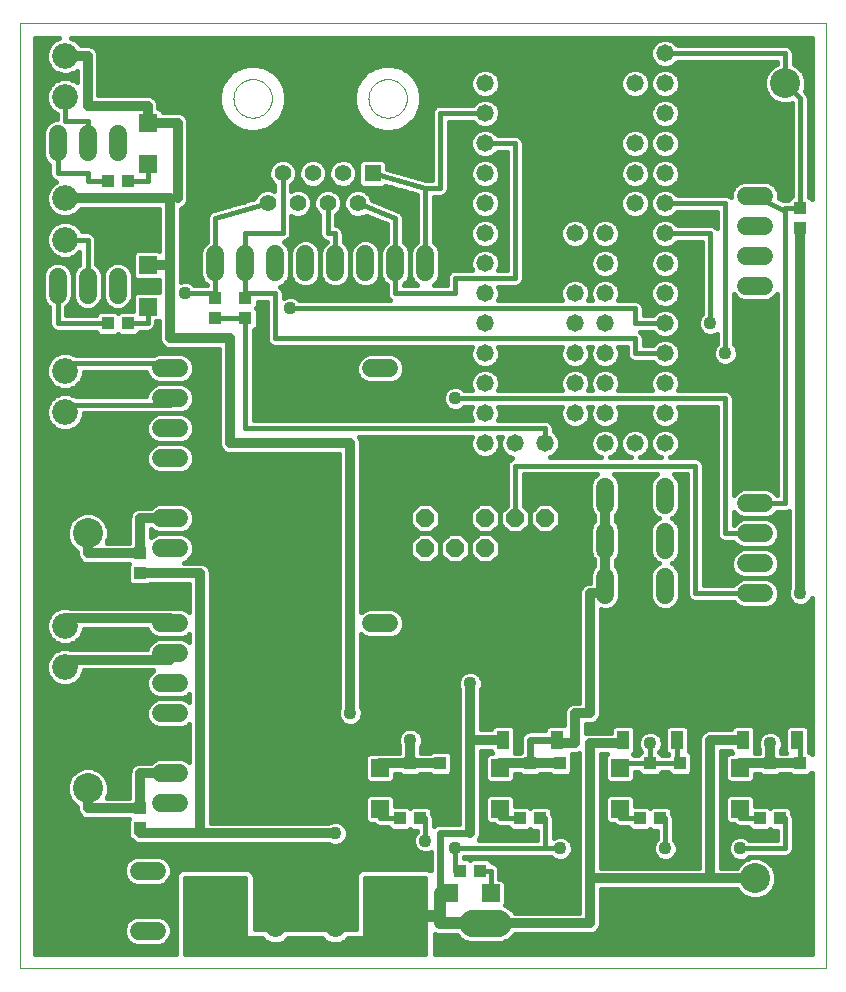
<source format=gtl>
G75*
%MOIN*%
%OFA0B0*%
%FSLAX24Y24*%
%IPPOS*%
%LPD*%
%AMOC8*
5,1,8,0,0,1.08239X$1,22.5*
%
%ADD10C,0.0000*%
%ADD11C,0.1000*%
%ADD12OC8,0.1000*%
%ADD13R,0.0394X0.0433*%
%ADD14C,0.0885*%
%ADD15R,0.2126X0.2441*%
%ADD16R,0.0394X0.0630*%
%ADD17R,0.0591X0.0591*%
%ADD18R,0.0433X0.0394*%
%ADD19C,0.0600*%
%ADD20C,0.0580*%
%ADD21C,0.0705*%
%ADD22C,0.0860*%
%ADD23OC8,0.0600*%
%ADD24C,0.0554*%
%ADD25R,0.0554X0.0554*%
%ADD26C,0.0160*%
%ADD27C,0.0320*%
%ADD28C,0.0240*%
%ADD29C,0.0436*%
%ADD30C,0.0400*%
%ADD31C,0.0396*%
D10*
X000180Y000180D02*
X000180Y031676D01*
X027050Y031676D01*
X027050Y000180D01*
X000180Y000180D01*
X007290Y029180D02*
X007292Y029230D01*
X007298Y029280D01*
X007308Y029329D01*
X007321Y029378D01*
X007339Y029425D01*
X007360Y029471D01*
X007384Y029514D01*
X007412Y029556D01*
X007443Y029596D01*
X007477Y029633D01*
X007514Y029667D01*
X007554Y029698D01*
X007596Y029726D01*
X007639Y029750D01*
X007685Y029771D01*
X007732Y029789D01*
X007781Y029802D01*
X007830Y029812D01*
X007880Y029818D01*
X007930Y029820D01*
X007980Y029818D01*
X008030Y029812D01*
X008079Y029802D01*
X008128Y029789D01*
X008175Y029771D01*
X008221Y029750D01*
X008264Y029726D01*
X008306Y029698D01*
X008346Y029667D01*
X008383Y029633D01*
X008417Y029596D01*
X008448Y029556D01*
X008476Y029514D01*
X008500Y029471D01*
X008521Y029425D01*
X008539Y029378D01*
X008552Y029329D01*
X008562Y029280D01*
X008568Y029230D01*
X008570Y029180D01*
X008568Y029130D01*
X008562Y029080D01*
X008552Y029031D01*
X008539Y028982D01*
X008521Y028935D01*
X008500Y028889D01*
X008476Y028846D01*
X008448Y028804D01*
X008417Y028764D01*
X008383Y028727D01*
X008346Y028693D01*
X008306Y028662D01*
X008264Y028634D01*
X008221Y028610D01*
X008175Y028589D01*
X008128Y028571D01*
X008079Y028558D01*
X008030Y028548D01*
X007980Y028542D01*
X007930Y028540D01*
X007880Y028542D01*
X007830Y028548D01*
X007781Y028558D01*
X007732Y028571D01*
X007685Y028589D01*
X007639Y028610D01*
X007596Y028634D01*
X007554Y028662D01*
X007514Y028693D01*
X007477Y028727D01*
X007443Y028764D01*
X007412Y028804D01*
X007384Y028846D01*
X007360Y028889D01*
X007339Y028935D01*
X007321Y028982D01*
X007308Y029031D01*
X007298Y029080D01*
X007292Y029130D01*
X007290Y029180D01*
X011790Y029180D02*
X011792Y029230D01*
X011798Y029280D01*
X011808Y029329D01*
X011821Y029378D01*
X011839Y029425D01*
X011860Y029471D01*
X011884Y029514D01*
X011912Y029556D01*
X011943Y029596D01*
X011977Y029633D01*
X012014Y029667D01*
X012054Y029698D01*
X012096Y029726D01*
X012139Y029750D01*
X012185Y029771D01*
X012232Y029789D01*
X012281Y029802D01*
X012330Y029812D01*
X012380Y029818D01*
X012430Y029820D01*
X012480Y029818D01*
X012530Y029812D01*
X012579Y029802D01*
X012628Y029789D01*
X012675Y029771D01*
X012721Y029750D01*
X012764Y029726D01*
X012806Y029698D01*
X012846Y029667D01*
X012883Y029633D01*
X012917Y029596D01*
X012948Y029556D01*
X012976Y029514D01*
X013000Y029471D01*
X013021Y029425D01*
X013039Y029378D01*
X013052Y029329D01*
X013062Y029280D01*
X013068Y029230D01*
X013070Y029180D01*
X013068Y029130D01*
X013062Y029080D01*
X013052Y029031D01*
X013039Y028982D01*
X013021Y028935D01*
X013000Y028889D01*
X012976Y028846D01*
X012948Y028804D01*
X012917Y028764D01*
X012883Y028727D01*
X012846Y028693D01*
X012806Y028662D01*
X012764Y028634D01*
X012721Y028610D01*
X012675Y028589D01*
X012628Y028571D01*
X012579Y028558D01*
X012530Y028548D01*
X012480Y028542D01*
X012430Y028540D01*
X012380Y028542D01*
X012330Y028548D01*
X012281Y028558D01*
X012232Y028571D01*
X012185Y028589D01*
X012139Y028610D01*
X012096Y028634D01*
X012054Y028662D01*
X012014Y028693D01*
X011977Y028727D01*
X011943Y028764D01*
X011912Y028804D01*
X011884Y028846D01*
X011860Y028889D01*
X011839Y028935D01*
X011821Y028982D01*
X011808Y029031D01*
X011798Y029080D01*
X011792Y029130D01*
X011790Y029180D01*
D11*
X002430Y014680D03*
X002430Y006180D03*
X024680Y003180D03*
X025680Y029680D03*
D12*
X023680Y029680D03*
X002430Y016680D03*
X002430Y008180D03*
X024680Y001180D03*
D13*
X024845Y005180D03*
X025515Y005180D03*
X025180Y006345D03*
X025180Y007015D03*
X026180Y007015D03*
X026180Y006345D03*
X022180Y006345D03*
X022180Y007015D03*
X021180Y007015D03*
X021180Y006345D03*
X020845Y005180D03*
X021515Y005180D03*
X018180Y006345D03*
X018180Y007015D03*
X017180Y007015D03*
X017180Y006345D03*
X016845Y005180D03*
X017515Y005180D03*
X015515Y003430D03*
X014845Y003430D03*
X013515Y005180D03*
X012845Y005180D03*
X013180Y006345D03*
X013180Y007015D03*
X014180Y007015D03*
X014180Y006345D03*
X003765Y021680D03*
X003095Y021680D03*
X003095Y026430D03*
X003765Y026430D03*
D14*
X015238Y001680D02*
X016123Y001680D01*
X021238Y001680D02*
X022123Y001680D01*
D15*
X021180Y010664D03*
X017180Y010664D03*
X025180Y010664D03*
D16*
X024282Y007790D03*
X026078Y007790D03*
X022078Y007790D03*
X020282Y007790D03*
X018078Y007790D03*
X016282Y007790D03*
D17*
X016180Y006869D03*
X016180Y005491D03*
X015869Y002680D03*
X014491Y002680D03*
X012180Y005491D03*
X012180Y006869D03*
X020180Y006869D03*
X020180Y005491D03*
X024180Y005491D03*
X024180Y006869D03*
X004430Y022241D03*
X004430Y023619D03*
X004430Y026991D03*
X004430Y028369D03*
D18*
X006680Y022515D03*
X006680Y021845D03*
X007680Y021845D03*
X007680Y022515D03*
X004180Y014015D03*
X004180Y013345D03*
X004180Y005515D03*
X004180Y004845D03*
X026180Y024845D03*
X026180Y025515D03*
D19*
X024980Y025930D02*
X024380Y025930D01*
X024380Y026930D02*
X024980Y026930D01*
X024980Y024930D02*
X024380Y024930D01*
X024380Y023930D02*
X024980Y023930D01*
X024980Y022930D02*
X024380Y022930D01*
X024380Y016680D02*
X024980Y016680D01*
X024980Y015680D02*
X024380Y015680D01*
X024380Y014680D02*
X024980Y014680D01*
X024980Y013680D02*
X024380Y013680D01*
X024380Y012680D02*
X024980Y012680D01*
X021680Y012630D02*
X021680Y013230D01*
X021680Y014130D02*
X021680Y014730D01*
X021680Y015630D02*
X021680Y016230D01*
X020680Y016230D02*
X020680Y015630D01*
X020680Y014730D02*
X020680Y014130D01*
X020680Y013230D02*
X020680Y012630D01*
X019680Y012630D02*
X019680Y013230D01*
X019680Y014130D02*
X019680Y014730D01*
X019680Y015630D02*
X019680Y016230D01*
X013680Y023380D02*
X013680Y023980D01*
X012680Y023980D02*
X012680Y023380D01*
X011680Y023380D02*
X011680Y023980D01*
X010680Y023980D02*
X010680Y023380D01*
X009680Y023380D02*
X009680Y023980D01*
X008680Y023980D02*
X008680Y023380D01*
X007680Y023380D02*
X007680Y023980D01*
X006680Y023980D02*
X006680Y023380D01*
X005480Y020180D02*
X004880Y020180D01*
X004880Y019180D02*
X005480Y019180D01*
X005480Y018180D02*
X004880Y018180D01*
X004880Y017180D02*
X005480Y017180D01*
X005480Y016180D02*
X004880Y016180D01*
X004880Y015180D02*
X005480Y015180D01*
X005480Y014180D02*
X004880Y014180D01*
X004880Y011680D02*
X005480Y011680D01*
X005480Y010680D02*
X004880Y010680D01*
X004880Y009680D02*
X005480Y009680D01*
X005480Y008680D02*
X004880Y008680D01*
X004880Y007680D02*
X005480Y007680D01*
X005480Y006680D02*
X004880Y006680D01*
X004880Y005680D02*
X005480Y005680D01*
X004730Y003430D02*
X004130Y003430D01*
X004130Y002430D02*
X004730Y002430D01*
X004730Y001430D02*
X004130Y001430D01*
X011880Y010680D02*
X012480Y010680D01*
X012480Y011680D02*
X011880Y011680D01*
X011880Y019180D02*
X012480Y019180D01*
X012480Y020180D02*
X011880Y020180D01*
X003430Y022630D02*
X003430Y023230D01*
X002430Y023230D02*
X002430Y022630D01*
X001430Y022630D02*
X001430Y023230D01*
X001430Y027380D02*
X001430Y027980D01*
X002430Y027980D02*
X002430Y027380D01*
X003430Y027380D02*
X003430Y027980D01*
D20*
X015680Y027680D03*
X015680Y026680D03*
X015680Y025680D03*
X015680Y024680D03*
X015680Y023680D03*
X015680Y022680D03*
X015680Y021680D03*
X015680Y020680D03*
X015680Y019680D03*
X015680Y018680D03*
X015680Y017680D03*
X016680Y017680D03*
X017680Y017680D03*
X018680Y017680D03*
X018680Y018680D03*
X018680Y019680D03*
X018680Y020680D03*
X018680Y021680D03*
X019680Y021680D03*
X019680Y020680D03*
X019680Y019680D03*
X019680Y018680D03*
X019680Y017680D03*
X020680Y017680D03*
X021680Y017680D03*
X021680Y018680D03*
X021680Y019680D03*
X021680Y020680D03*
X021680Y021680D03*
X021680Y022680D03*
X021680Y023680D03*
X021680Y024680D03*
X021680Y025680D03*
X021680Y026680D03*
X021680Y027680D03*
X021680Y028680D03*
X021680Y029680D03*
X021680Y030680D03*
X020680Y029680D03*
X020680Y027680D03*
X020680Y026680D03*
X020680Y025680D03*
X019680Y024680D03*
X019680Y023680D03*
X019680Y022680D03*
X018680Y022680D03*
X018680Y023680D03*
X018680Y024680D03*
X015680Y028680D03*
X015680Y029680D03*
X015680Y030680D03*
D21*
X012680Y002283D02*
X012680Y001578D01*
X010680Y001578D02*
X010680Y002283D01*
X008680Y002283D02*
X008680Y001578D01*
X006680Y001578D02*
X006680Y002283D01*
D22*
X001680Y010221D03*
X001680Y011599D03*
X001680Y018721D03*
X001680Y020099D03*
X001680Y024471D03*
X001680Y025849D03*
X001680Y029221D03*
X001680Y030599D03*
D23*
X013680Y015180D03*
X013680Y014180D03*
X014680Y014180D03*
X014680Y015180D03*
X015680Y015180D03*
X015680Y014180D03*
X016680Y014180D03*
X016680Y015180D03*
X017680Y015180D03*
X017680Y014180D03*
D24*
X011430Y025680D03*
X010430Y025680D03*
X009930Y026680D03*
X010930Y026680D03*
X009430Y025680D03*
X008930Y026680D03*
X008430Y025680D03*
D25*
X011930Y026680D03*
D26*
X013680Y026180D01*
X014180Y026180D01*
X014180Y028680D01*
X015680Y028680D01*
X016026Y029027D02*
X021334Y029027D01*
X021402Y029095D02*
X021265Y028958D01*
X021190Y028777D01*
X021190Y028583D01*
X021265Y028402D01*
X021402Y028265D01*
X021583Y028190D01*
X021777Y028190D01*
X021958Y028265D01*
X022095Y028402D01*
X022170Y028583D01*
X022170Y028777D01*
X022095Y028958D01*
X021958Y029095D01*
X021777Y029170D01*
X021583Y029170D01*
X021402Y029095D01*
X021419Y029102D02*
X021419Y029258D01*
X021402Y029265D02*
X021583Y029190D01*
X021777Y029190D01*
X021958Y029265D01*
X022095Y029402D01*
X022170Y029583D01*
X022170Y029777D01*
X022095Y029958D01*
X021958Y030095D01*
X021777Y030170D01*
X021583Y030170D01*
X021402Y030095D01*
X021265Y029958D01*
X021190Y029777D01*
X021190Y029583D01*
X021265Y029402D01*
X021402Y029265D01*
X021323Y029344D02*
X021037Y029344D01*
X021095Y029402D02*
X020958Y029265D01*
X020777Y029190D01*
X020583Y029190D01*
X020402Y029265D01*
X020265Y029402D01*
X020190Y029583D01*
X020190Y029777D01*
X020265Y029958D01*
X020402Y030095D01*
X020583Y030170D01*
X020777Y030170D01*
X020958Y030095D01*
X021095Y029958D01*
X021170Y029777D01*
X021170Y029583D01*
X021095Y029402D01*
X021102Y029418D02*
X021102Y027942D01*
X021095Y027958D02*
X020958Y028095D01*
X020777Y028170D01*
X020583Y028170D01*
X020402Y028095D01*
X020265Y027958D01*
X020190Y027777D01*
X020190Y027583D01*
X020265Y027402D01*
X020402Y027265D01*
X020583Y027190D01*
X020777Y027190D01*
X020958Y027265D01*
X021095Y027402D01*
X021170Y027583D01*
X021170Y027777D01*
X021095Y027958D01*
X021112Y027918D02*
X021248Y027918D01*
X021261Y027948D02*
X021261Y028412D01*
X021274Y028393D02*
X016086Y028393D01*
X016095Y028402D02*
X016170Y028583D01*
X016170Y028777D01*
X016095Y028958D01*
X015958Y029095D01*
X015777Y029170D01*
X015583Y029170D01*
X015402Y029095D01*
X015267Y028960D01*
X014124Y028960D01*
X014021Y028917D01*
X013943Y028839D01*
X013900Y028736D01*
X013900Y026460D01*
X013719Y026460D01*
X012407Y026835D01*
X012407Y027040D01*
X012290Y027157D01*
X011570Y027157D01*
X011453Y027040D01*
X011453Y026320D01*
X011570Y026203D01*
X012290Y026203D01*
X012355Y026267D01*
X013400Y025969D01*
X013400Y024405D01*
X013397Y024404D01*
X013256Y024263D01*
X013180Y024079D01*
X013104Y024263D01*
X012963Y024404D01*
X012960Y024405D01*
X012960Y025126D01*
X012961Y025128D01*
X012960Y025182D01*
X012960Y025236D01*
X012959Y025237D01*
X012959Y025239D01*
X012938Y025289D01*
X012917Y025339D01*
X012916Y025340D01*
X012915Y025341D01*
X012877Y025379D01*
X012839Y025417D01*
X012837Y025418D01*
X012836Y025419D01*
X012786Y025439D01*
X012736Y025460D01*
X012734Y025460D01*
X011899Y025794D01*
X011835Y025950D01*
X011700Y026085D01*
X011525Y026157D01*
X011335Y026157D01*
X011160Y026085D01*
X011025Y025950D01*
X010953Y025775D01*
X010953Y025585D01*
X011025Y025410D01*
X011160Y025275D01*
X011335Y025203D01*
X011525Y025203D01*
X011694Y025273D01*
X012400Y024990D01*
X012400Y024405D01*
X012397Y024404D01*
X012256Y024263D01*
X012180Y024079D01*
X012104Y024263D01*
X011963Y024404D01*
X011779Y024480D01*
X011581Y024480D01*
X011397Y024404D01*
X011256Y024263D01*
X011180Y024079D01*
X011180Y023281D01*
X011256Y023097D01*
X011397Y022956D01*
X011581Y022880D01*
X011779Y022880D01*
X011963Y022956D01*
X012104Y023097D01*
X012180Y023281D01*
X012180Y024079D01*
X012180Y023281D01*
X012256Y023097D01*
X012397Y022956D01*
X012400Y022955D01*
X012400Y022624D01*
X012443Y022521D01*
X012504Y022460D01*
X009491Y022460D01*
X009417Y022534D01*
X009263Y022598D01*
X009097Y022598D01*
X008960Y022541D01*
X008960Y022736D01*
X008917Y022839D01*
X008848Y022908D01*
X008963Y022956D01*
X009104Y023097D01*
X009180Y023281D01*
X009256Y023097D01*
X009397Y022956D01*
X009581Y022880D01*
X009779Y022880D01*
X009963Y022956D01*
X010104Y023097D01*
X010180Y023281D01*
X010180Y024079D01*
X010104Y024263D01*
X009963Y024404D01*
X009779Y024480D01*
X009581Y024480D01*
X009397Y024404D01*
X009256Y024263D01*
X009180Y024079D01*
X009180Y023281D01*
X009180Y024079D01*
X009104Y024263D01*
X008967Y024400D01*
X008986Y024400D01*
X009089Y024443D01*
X009167Y024521D01*
X009210Y024624D01*
X009210Y025255D01*
X009335Y025203D01*
X009525Y025203D01*
X009700Y025275D01*
X009835Y025410D01*
X009907Y025585D01*
X009907Y025775D01*
X009835Y025950D01*
X009700Y026085D01*
X009525Y026157D01*
X009335Y026157D01*
X009210Y026105D01*
X009210Y026285D01*
X009335Y026410D01*
X009407Y026585D01*
X009407Y026775D01*
X009335Y026950D01*
X009200Y027085D01*
X009025Y027157D01*
X008835Y027157D01*
X008660Y027085D01*
X008525Y026950D01*
X008453Y026775D01*
X008453Y026585D01*
X008525Y026410D01*
X008650Y026285D01*
X008650Y026105D01*
X008525Y026157D01*
X008335Y026157D01*
X008160Y026085D01*
X008025Y025950D01*
X007981Y025843D01*
X006641Y025460D01*
X006624Y025460D01*
X006588Y025445D01*
X006550Y025434D01*
X006537Y025424D01*
X006521Y025417D01*
X006493Y025389D01*
X006462Y025365D01*
X006454Y025350D01*
X006443Y025339D01*
X006427Y025302D01*
X006408Y025267D01*
X006406Y025251D01*
X006400Y025236D01*
X006400Y025196D01*
X006395Y025157D01*
X006400Y025141D01*
X006400Y024405D01*
X006397Y024404D01*
X006256Y024263D01*
X006180Y024079D01*
X006180Y023281D01*
X006256Y023097D01*
X006393Y022960D01*
X005991Y022960D01*
X005917Y023034D01*
X005763Y023098D01*
X005597Y023098D01*
X005540Y023074D01*
X005540Y025505D01*
X005634Y025544D01*
X005735Y025645D01*
X005790Y025778D01*
X005790Y028441D01*
X005735Y028573D01*
X005634Y028674D01*
X005502Y028729D01*
X004925Y028729D01*
X004925Y028747D01*
X004808Y028864D01*
X004790Y028864D01*
X004790Y029002D01*
X004735Y029134D01*
X004634Y029235D01*
X004502Y029290D01*
X002790Y029290D01*
X002790Y030671D01*
X002735Y030803D01*
X002634Y030904D01*
X002502Y030959D01*
X002211Y030959D01*
X002037Y031133D01*
X001886Y031196D01*
X026570Y031196D01*
X026570Y025821D01*
X026479Y025911D01*
X026460Y025911D01*
X026460Y029236D01*
X026417Y029339D01*
X026339Y029417D01*
X026332Y029424D01*
X026380Y029541D01*
X026380Y029819D01*
X026273Y030077D01*
X026077Y030273D01*
X025960Y030322D01*
X025960Y030736D01*
X025917Y030839D01*
X025839Y030917D01*
X025736Y030960D01*
X022093Y030960D01*
X021958Y031095D01*
X021777Y031170D01*
X021583Y031170D01*
X021402Y031095D01*
X021265Y030958D01*
X021190Y030777D01*
X021190Y030583D01*
X021265Y030402D01*
X021402Y030265D01*
X021583Y030190D01*
X021777Y030190D01*
X021958Y030265D01*
X022093Y030400D01*
X025400Y030400D01*
X025400Y030322D01*
X025283Y030273D01*
X025087Y030077D01*
X024980Y029819D01*
X024980Y029541D01*
X025087Y029283D01*
X025283Y029087D01*
X025541Y028980D01*
X025819Y028980D01*
X025900Y029013D01*
X025900Y025911D01*
X025881Y025911D01*
X025764Y025795D01*
X025624Y025795D01*
X025598Y025784D01*
X025480Y025843D01*
X025480Y026029D01*
X025404Y026213D01*
X025263Y026354D01*
X025079Y026430D01*
X024281Y026430D01*
X024097Y026354D01*
X023956Y026213D01*
X023880Y026029D01*
X023880Y025876D01*
X023839Y025917D01*
X023736Y025960D01*
X022093Y025960D01*
X021958Y026095D01*
X021777Y026170D01*
X021583Y026170D01*
X021402Y026095D01*
X021265Y025958D01*
X021190Y025777D01*
X021190Y025583D01*
X021265Y025402D01*
X021402Y025265D01*
X021583Y025190D01*
X021777Y025190D01*
X021958Y025265D01*
X022093Y025400D01*
X023400Y025400D01*
X023400Y024856D01*
X023339Y024917D01*
X023236Y024960D01*
X022093Y024960D01*
X021958Y025095D01*
X021777Y025170D01*
X021583Y025170D01*
X021402Y025095D01*
X021265Y024958D01*
X021190Y024777D01*
X021190Y024583D01*
X021265Y024402D01*
X021402Y024265D01*
X021583Y024190D01*
X021777Y024190D01*
X021958Y024265D01*
X022093Y024400D01*
X022900Y024400D01*
X022900Y021991D01*
X022826Y021917D01*
X022762Y021763D01*
X022762Y021597D01*
X022826Y021443D01*
X022943Y021326D01*
X023097Y021262D01*
X023263Y021262D01*
X023400Y021319D01*
X023400Y020991D01*
X023326Y020917D01*
X023262Y020763D01*
X023262Y020597D01*
X023326Y020443D01*
X023443Y020326D01*
X023597Y020262D01*
X023763Y020262D01*
X023917Y020326D01*
X024034Y020443D01*
X024098Y020597D01*
X024098Y020763D01*
X024034Y020917D01*
X023960Y020991D01*
X023960Y022643D01*
X024097Y022506D01*
X024281Y022430D01*
X025079Y022430D01*
X025263Y022506D01*
X025400Y022643D01*
X025400Y015967D01*
X025263Y016104D01*
X025079Y016180D01*
X024281Y016180D01*
X024097Y016104D01*
X023960Y015967D01*
X023960Y019236D01*
X023917Y019339D01*
X023839Y019417D01*
X023736Y019460D01*
X022119Y019460D01*
X022170Y019583D01*
X022170Y019777D01*
X022095Y019958D01*
X021958Y020095D01*
X021777Y020170D01*
X021583Y020170D01*
X021402Y020095D01*
X021265Y019958D01*
X021190Y019777D01*
X021190Y019583D01*
X021241Y019460D01*
X020119Y019460D01*
X020170Y019583D01*
X020170Y019777D01*
X020095Y019958D01*
X019958Y020095D01*
X019777Y020170D01*
X019583Y020170D01*
X019402Y020095D01*
X019265Y019958D01*
X019190Y019777D01*
X019190Y019583D01*
X019241Y019460D01*
X019119Y019460D01*
X019170Y019583D01*
X019170Y019777D01*
X019095Y019958D01*
X018958Y020095D01*
X018777Y020170D01*
X018583Y020170D01*
X018402Y020095D01*
X018265Y019958D01*
X018190Y019777D01*
X018190Y019583D01*
X018241Y019460D01*
X016119Y019460D01*
X016170Y019583D01*
X016170Y019777D01*
X016095Y019958D01*
X015958Y020095D01*
X015777Y020170D01*
X015583Y020170D01*
X015402Y020095D01*
X015265Y019958D01*
X015190Y019777D01*
X015190Y019583D01*
X015241Y019460D01*
X014991Y019460D01*
X014917Y019534D01*
X014763Y019598D01*
X014597Y019598D01*
X014443Y019534D01*
X014326Y019417D01*
X014262Y019263D01*
X014262Y019097D01*
X014326Y018943D01*
X014443Y018826D01*
X014597Y018762D01*
X014763Y018762D01*
X014917Y018826D01*
X014991Y018900D01*
X015241Y018900D01*
X015190Y018777D01*
X015190Y018583D01*
X015241Y018460D01*
X007960Y018460D01*
X007960Y021449D01*
X007979Y021449D01*
X008097Y021566D01*
X008097Y022125D01*
X008042Y022180D01*
X008097Y022235D01*
X008097Y022400D01*
X008400Y022400D01*
X008400Y021124D01*
X008443Y021021D01*
X008521Y020943D01*
X008624Y020900D01*
X015241Y020900D01*
X015190Y020777D01*
X015190Y020583D01*
X015265Y020402D01*
X015402Y020265D01*
X015583Y020190D01*
X015777Y020190D01*
X015958Y020265D01*
X016095Y020402D01*
X016170Y020583D01*
X016170Y020777D01*
X016119Y020900D01*
X018241Y020900D01*
X018190Y020777D01*
X018190Y020583D01*
X018265Y020402D01*
X018402Y020265D01*
X018583Y020190D01*
X018777Y020190D01*
X018958Y020265D01*
X019095Y020402D01*
X019170Y020583D01*
X019170Y020777D01*
X019119Y020900D01*
X019241Y020900D01*
X019190Y020777D01*
X019190Y020583D01*
X019265Y020402D01*
X019402Y020265D01*
X019583Y020190D01*
X019777Y020190D01*
X019958Y020265D01*
X020095Y020402D01*
X020170Y020583D01*
X020170Y020777D01*
X020119Y020900D01*
X020400Y020900D01*
X020400Y020624D01*
X020443Y020521D01*
X020521Y020443D01*
X020624Y020400D01*
X021267Y020400D01*
X021402Y020265D01*
X021583Y020190D01*
X021777Y020190D01*
X021958Y020265D01*
X022095Y020402D01*
X022170Y020583D01*
X022170Y020777D01*
X022095Y020958D01*
X021958Y021095D01*
X021777Y021170D01*
X021583Y021170D01*
X021402Y021095D01*
X021267Y020960D01*
X020960Y020960D01*
X020960Y021236D01*
X020917Y021339D01*
X020856Y021400D01*
X021267Y021400D01*
X021402Y021265D01*
X021583Y021190D01*
X021777Y021190D01*
X021958Y021265D01*
X022095Y021402D01*
X022170Y021583D01*
X022170Y021777D01*
X022095Y021958D01*
X021958Y022095D01*
X021777Y022170D01*
X021583Y022170D01*
X021402Y022095D01*
X021267Y021960D01*
X020960Y021960D01*
X020960Y022236D01*
X020917Y022339D01*
X020839Y022417D01*
X020736Y022460D01*
X020119Y022460D01*
X020170Y022583D01*
X020170Y022777D01*
X020095Y022958D01*
X019958Y023095D01*
X019777Y023170D01*
X019583Y023170D01*
X019402Y023095D01*
X019265Y022958D01*
X019190Y022777D01*
X019190Y022583D01*
X019241Y022460D01*
X019119Y022460D01*
X019170Y022583D01*
X019170Y022777D01*
X019095Y022958D01*
X018958Y023095D01*
X018777Y023170D01*
X018583Y023170D01*
X018402Y023095D01*
X018265Y022958D01*
X018190Y022777D01*
X018190Y022583D01*
X018241Y022460D01*
X016119Y022460D01*
X016170Y022583D01*
X016170Y022777D01*
X016119Y022900D01*
X016736Y022900D01*
X016839Y022943D01*
X016917Y023021D01*
X016960Y023124D01*
X016960Y027736D01*
X016917Y027839D01*
X016839Y027917D01*
X016736Y027960D01*
X016093Y027960D01*
X015958Y028095D01*
X015777Y028170D01*
X015583Y028170D01*
X015402Y028095D01*
X015265Y027958D01*
X015190Y027777D01*
X015190Y027583D01*
X015265Y027402D01*
X015402Y027265D01*
X015583Y027190D01*
X015777Y027190D01*
X015958Y027265D01*
X016093Y027400D01*
X016400Y027400D01*
X016400Y023460D01*
X016119Y023460D01*
X016170Y023583D01*
X016170Y023777D01*
X016095Y023958D01*
X015958Y024095D01*
X015777Y024170D01*
X015583Y024170D01*
X015402Y024095D01*
X015265Y023958D01*
X015190Y023777D01*
X015190Y023583D01*
X015241Y023460D01*
X014624Y023460D01*
X014521Y023417D01*
X014443Y023339D01*
X014400Y023236D01*
X014400Y022960D01*
X013967Y022960D01*
X014104Y023097D01*
X014180Y023281D01*
X014180Y024079D01*
X014104Y024263D01*
X013963Y024404D01*
X013960Y024405D01*
X013960Y025900D01*
X014236Y025900D01*
X014339Y025943D01*
X014417Y026021D01*
X014460Y026124D01*
X014460Y028400D01*
X015267Y028400D01*
X015402Y028265D01*
X015583Y028190D01*
X015777Y028190D01*
X015958Y028265D01*
X016095Y028402D01*
X016030Y028337D02*
X016030Y028023D01*
X015977Y028076D02*
X020383Y028076D01*
X020468Y028123D02*
X020468Y029237D01*
X020627Y029190D02*
X020627Y028170D01*
X020785Y028167D02*
X020785Y029193D01*
X020944Y029259D02*
X020944Y028101D01*
X020977Y028076D02*
X021383Y028076D01*
X021402Y028095D02*
X021265Y027958D01*
X021190Y027777D01*
X021190Y027583D01*
X021265Y027402D01*
X021402Y027265D01*
X021583Y027190D01*
X021777Y027190D01*
X021958Y027265D01*
X022095Y027402D01*
X022170Y027583D01*
X022170Y027777D01*
X022095Y027958D01*
X021958Y028095D01*
X021777Y028170D01*
X021583Y028170D01*
X021402Y028095D01*
X021419Y028102D02*
X021419Y028258D01*
X021475Y028235D02*
X015885Y028235D01*
X015872Y028229D02*
X015872Y028131D01*
X015713Y028170D02*
X015713Y028190D01*
X015555Y028202D02*
X015555Y028158D01*
X015475Y028235D02*
X014460Y028235D01*
X014460Y028393D02*
X015274Y028393D01*
X015238Y028400D02*
X015238Y027892D01*
X015248Y027918D02*
X014460Y027918D01*
X014460Y028076D02*
X015383Y028076D01*
X015396Y028089D02*
X015396Y028271D01*
X015079Y028400D02*
X015079Y023460D01*
X015233Y023480D02*
X014180Y023480D01*
X014180Y023638D02*
X015190Y023638D01*
X015198Y023797D02*
X014180Y023797D01*
X014180Y023955D02*
X015264Y023955D01*
X015238Y023892D02*
X015238Y024468D01*
X015253Y024431D02*
X013960Y024431D01*
X013970Y024398D02*
X013970Y025900D01*
X013960Y025857D02*
X015223Y025857D01*
X015238Y025892D02*
X015238Y026468D01*
X015228Y026491D02*
X014460Y026491D01*
X014460Y026333D02*
X015334Y026333D01*
X015396Y026271D02*
X015396Y026089D01*
X015402Y026095D02*
X015265Y025958D01*
X015190Y025777D01*
X015190Y025583D01*
X015265Y025402D01*
X015402Y025265D01*
X015583Y025190D01*
X015777Y025190D01*
X015958Y025265D01*
X016095Y025402D01*
X016170Y025583D01*
X016170Y025777D01*
X016095Y025958D01*
X015958Y026095D01*
X015777Y026170D01*
X015583Y026170D01*
X015402Y026095D01*
X015323Y026016D02*
X014412Y026016D01*
X014445Y026088D02*
X014445Y023341D01*
X014435Y023321D02*
X014180Y023321D01*
X014131Y023163D02*
X014400Y023163D01*
X014400Y023004D02*
X014011Y023004D01*
X013970Y022962D02*
X013970Y022960D01*
X014128Y022960D02*
X014128Y023155D01*
X014287Y022960D02*
X014287Y025921D01*
X014128Y025900D02*
X014128Y024205D01*
X014095Y024272D02*
X015395Y024272D01*
X015396Y024271D02*
X015396Y024089D01*
X015446Y024114D02*
X014166Y024114D01*
X013960Y024589D02*
X015190Y024589D01*
X015190Y024583D02*
X015265Y024402D01*
X015402Y024265D01*
X015583Y024190D01*
X015777Y024190D01*
X015958Y024265D01*
X016095Y024402D01*
X016170Y024583D01*
X016170Y024777D01*
X016095Y024958D01*
X015958Y025095D01*
X015777Y025170D01*
X015583Y025170D01*
X015402Y025095D01*
X015265Y024958D01*
X015190Y024777D01*
X015190Y024583D01*
X015190Y024748D02*
X013960Y024748D01*
X013960Y024906D02*
X015243Y024906D01*
X015238Y024892D02*
X015238Y025468D01*
X015208Y025540D02*
X013960Y025540D01*
X013960Y025382D02*
X015285Y025382D01*
X015396Y025271D02*
X015396Y025089D01*
X015372Y025065D02*
X013960Y025065D01*
X013960Y025223D02*
X015503Y025223D01*
X015555Y025202D02*
X015555Y025158D01*
X015713Y025170D02*
X015713Y025190D01*
X015857Y025223D02*
X016400Y025223D01*
X016400Y025065D02*
X015988Y025065D01*
X016030Y025023D02*
X016030Y025337D01*
X016075Y025382D02*
X016400Y025382D01*
X016400Y025540D02*
X016152Y025540D01*
X016170Y025699D02*
X016400Y025699D01*
X016400Y025857D02*
X016137Y025857D01*
X016037Y026016D02*
X016400Y026016D01*
X016400Y026174D02*
X014460Y026174D01*
X013960Y025699D02*
X015190Y025699D01*
X015555Y026158D02*
X015555Y026202D01*
X015583Y026190D02*
X015777Y026190D01*
X015958Y026265D01*
X016095Y026402D01*
X016170Y026583D01*
X016170Y026777D01*
X016095Y026958D01*
X015958Y027095D01*
X015777Y027170D01*
X015583Y027170D01*
X015402Y027095D01*
X015265Y026958D01*
X015190Y026777D01*
X015190Y026583D01*
X015265Y026402D01*
X015402Y026265D01*
X015583Y026190D01*
X015713Y026190D02*
X015713Y026170D01*
X015872Y026131D02*
X015872Y026229D01*
X016026Y026333D02*
X016400Y026333D01*
X016400Y026491D02*
X016132Y026491D01*
X016170Y026650D02*
X016400Y026650D01*
X016400Y026808D02*
X016157Y026808D01*
X016086Y026967D02*
X016400Y026967D01*
X016400Y027125D02*
X015886Y027125D01*
X015872Y027131D02*
X015872Y027229D01*
X015977Y027284D02*
X016400Y027284D01*
X016347Y027400D02*
X016347Y023460D01*
X016400Y023480D02*
X016127Y023480D01*
X016189Y023460D02*
X016189Y027400D01*
X016030Y027337D02*
X016030Y027023D01*
X015713Y027170D02*
X015713Y027190D01*
X015555Y027202D02*
X015555Y027158D01*
X015474Y027125D02*
X014460Y027125D01*
X014460Y026967D02*
X015274Y026967D01*
X015238Y026892D02*
X015238Y027468D01*
X015248Y027442D02*
X014460Y027442D01*
X014460Y027284D02*
X015383Y027284D01*
X015396Y027271D02*
X015396Y027089D01*
X015203Y026808D02*
X014460Y026808D01*
X014460Y026650D02*
X015190Y026650D01*
X016030Y026337D02*
X016030Y026023D01*
X015872Y025229D02*
X015872Y025131D01*
X016117Y024906D02*
X016400Y024906D01*
X016400Y024748D02*
X016170Y024748D01*
X016170Y024589D02*
X016400Y024589D01*
X016400Y024431D02*
X016107Y024431D01*
X016030Y024337D02*
X016030Y024023D01*
X016096Y023955D02*
X016400Y023955D01*
X016400Y023797D02*
X016162Y023797D01*
X016170Y023638D02*
X016400Y023638D01*
X016680Y023180D02*
X014680Y023180D01*
X014680Y022680D01*
X012680Y022680D01*
X012680Y023680D01*
X012680Y025180D01*
X011430Y025680D01*
X011091Y026016D02*
X010769Y026016D01*
X010800Y025985D02*
X010800Y026218D01*
X010835Y026203D02*
X011025Y026203D01*
X011200Y026275D01*
X011335Y026410D01*
X011407Y026585D01*
X011407Y026775D01*
X011335Y026950D01*
X011200Y027085D01*
X011025Y027157D01*
X010835Y027157D01*
X010660Y027085D01*
X010525Y026950D01*
X010453Y026775D01*
X010453Y026585D01*
X010525Y026410D01*
X010660Y026275D01*
X010835Y026203D01*
X010958Y026203D02*
X010958Y025787D01*
X010907Y025775D02*
X010835Y025950D01*
X010700Y026085D01*
X010525Y026157D01*
X010335Y026157D01*
X010160Y026085D01*
X010025Y025950D01*
X009953Y025775D01*
X009953Y025585D01*
X010025Y025410D01*
X010150Y025285D01*
X010150Y024624D01*
X010193Y024521D01*
X010271Y024443D01*
X010374Y024400D01*
X010393Y024400D01*
X010256Y024263D01*
X010180Y024079D01*
X010180Y023281D01*
X010256Y023097D01*
X010397Y022956D01*
X010581Y022880D01*
X010779Y022880D01*
X010963Y022956D01*
X011104Y023097D01*
X011180Y023281D01*
X011180Y024079D01*
X011104Y024263D01*
X010963Y024404D01*
X010960Y024405D01*
X010960Y024736D01*
X010917Y024839D01*
X010839Y024917D01*
X010736Y024960D01*
X010710Y024960D01*
X010710Y025285D01*
X010835Y025410D01*
X010907Y025585D01*
X010907Y025775D01*
X010907Y025699D02*
X010953Y025699D01*
X010958Y025573D02*
X010958Y024740D01*
X010955Y024748D02*
X012400Y024748D01*
X012400Y024906D02*
X010850Y024906D01*
X010800Y024934D02*
X010800Y025375D01*
X010806Y025382D02*
X011054Y025382D01*
X011117Y025319D02*
X011117Y024233D01*
X011095Y024272D02*
X011265Y024272D01*
X011275Y024282D02*
X011275Y025228D01*
X011286Y025223D02*
X010710Y025223D01*
X010710Y025065D02*
X012215Y025065D01*
X012226Y025060D02*
X012226Y024191D01*
X012194Y024114D02*
X012166Y024114D01*
X012180Y023955D02*
X012180Y023955D01*
X012180Y023797D02*
X012180Y023797D01*
X012180Y023638D02*
X012180Y023638D01*
X012180Y023480D02*
X012180Y023480D01*
X012180Y023321D02*
X012180Y023321D01*
X012226Y023169D02*
X012226Y022460D01*
X012068Y022460D02*
X012068Y023060D01*
X012011Y023004D02*
X012349Y023004D01*
X012385Y022968D02*
X012385Y022460D01*
X012440Y022529D02*
X009422Y022529D01*
X009373Y022552D02*
X009373Y022980D01*
X009349Y023004D02*
X009011Y023004D01*
X009056Y023049D02*
X009056Y022581D01*
X008960Y022687D02*
X012400Y022687D01*
X012400Y022846D02*
X008910Y022846D01*
X008898Y022858D02*
X008898Y022929D01*
X009131Y023163D02*
X009229Y023163D01*
X009215Y023197D02*
X009215Y022598D01*
X009532Y022460D02*
X009532Y022900D01*
X009690Y022880D02*
X009690Y022460D01*
X009849Y022460D02*
X009849Y022909D01*
X010007Y023000D02*
X010007Y022460D01*
X010166Y022460D02*
X010166Y023246D01*
X010180Y023321D02*
X010180Y023321D01*
X010180Y023480D02*
X010180Y023480D01*
X010180Y023638D02*
X010180Y023638D01*
X010180Y023797D02*
X010180Y023797D01*
X010180Y023955D02*
X010180Y023955D01*
X010166Y024114D02*
X010194Y024114D01*
X010166Y024114D02*
X010166Y024587D01*
X010165Y024589D02*
X009195Y024589D01*
X009210Y024748D02*
X010150Y024748D01*
X010150Y024906D02*
X009210Y024906D01*
X009210Y025065D02*
X010150Y025065D01*
X010150Y025223D02*
X009574Y025223D01*
X009532Y025206D02*
X009532Y024460D01*
X009461Y024431D02*
X009059Y024431D01*
X009056Y024429D02*
X009056Y024311D01*
X009095Y024272D02*
X009265Y024272D01*
X009215Y024163D02*
X009215Y025253D01*
X009210Y025223D02*
X009286Y025223D01*
X009373Y025203D02*
X009373Y024380D01*
X009194Y024114D02*
X009166Y024114D01*
X009180Y023955D02*
X009180Y023955D01*
X009180Y023797D02*
X009180Y023797D01*
X009180Y023638D02*
X009180Y023638D01*
X009180Y023480D02*
X009180Y023480D01*
X009180Y023321D02*
X009180Y023321D01*
X008680Y022680D02*
X007680Y022680D01*
X007680Y022515D01*
X007680Y023680D01*
X007680Y024680D01*
X008930Y024680D01*
X008930Y026680D01*
X008492Y026491D02*
X005790Y026491D01*
X005790Y026333D02*
X008603Y026333D01*
X008581Y026355D02*
X008581Y026134D01*
X008650Y026174D02*
X005790Y026174D01*
X005790Y026016D02*
X008091Y026016D01*
X008105Y026030D02*
X008105Y028067D01*
X008077Y028060D02*
X008362Y028136D01*
X008618Y028284D01*
X008826Y028492D01*
X008974Y028748D01*
X009050Y029033D01*
X009050Y029327D01*
X008974Y029612D01*
X008826Y029868D01*
X008618Y030076D01*
X008362Y030224D01*
X008077Y030300D01*
X007783Y030300D01*
X007498Y030224D01*
X007242Y030076D01*
X007034Y029868D01*
X006886Y029612D01*
X006810Y029327D01*
X006810Y029033D01*
X006886Y028748D01*
X007034Y028492D01*
X007242Y028284D01*
X007498Y028136D01*
X007783Y028060D01*
X008077Y028060D01*
X008137Y028076D02*
X012223Y028076D01*
X012226Y028075D02*
X012226Y027157D01*
X012322Y027125D02*
X013900Y027125D01*
X013900Y026967D02*
X012407Y026967D01*
X012385Y027063D02*
X012385Y028060D01*
X012283Y028060D02*
X012577Y028060D01*
X012862Y028136D01*
X013118Y028284D01*
X013326Y028492D01*
X013474Y028748D01*
X013550Y029033D01*
X013550Y029327D01*
X013474Y029612D01*
X013326Y029868D01*
X013118Y030076D01*
X012862Y030224D01*
X012577Y030300D01*
X012283Y030300D01*
X011998Y030224D01*
X011742Y030076D01*
X011534Y029868D01*
X011386Y029612D01*
X011310Y029327D01*
X011310Y029033D01*
X011386Y028748D01*
X011534Y028492D01*
X011742Y028284D01*
X011998Y028136D01*
X012283Y028060D01*
X012068Y028118D02*
X012068Y027157D01*
X011909Y027157D02*
X011909Y028188D01*
X011828Y028235D02*
X008532Y028235D01*
X008581Y028262D02*
X008581Y027005D01*
X008542Y026967D02*
X005790Y026967D01*
X005790Y027125D02*
X008758Y027125D01*
X008739Y027117D02*
X008739Y028405D01*
X008727Y028393D02*
X011633Y028393D01*
X011592Y028434D02*
X011592Y027157D01*
X011538Y027125D02*
X011102Y027125D01*
X011117Y027119D02*
X011117Y031196D01*
X011275Y031196D02*
X011275Y027010D01*
X011318Y026967D02*
X011453Y026967D01*
X011453Y026808D02*
X011393Y026808D01*
X011407Y026650D02*
X011453Y026650D01*
X011453Y026491D02*
X011368Y026491D01*
X011275Y026350D02*
X011275Y026132D01*
X011434Y026157D02*
X011434Y028666D01*
X011408Y028710D02*
X008952Y028710D01*
X008898Y028616D02*
X008898Y027157D01*
X009056Y027144D02*
X009056Y031196D01*
X008898Y031196D02*
X008898Y029744D01*
X008854Y029820D02*
X011506Y029820D01*
X011592Y029926D02*
X011592Y031196D01*
X011434Y031196D02*
X011434Y029694D01*
X011414Y029661D02*
X008946Y029661D01*
X009003Y029503D02*
X011357Y029503D01*
X011314Y029344D02*
X009046Y029344D01*
X009050Y029186D02*
X011310Y029186D01*
X011311Y029027D02*
X009049Y029027D01*
X009006Y028869D02*
X011354Y028869D01*
X011500Y028552D02*
X008860Y028552D01*
X008422Y028171D02*
X008422Y026157D01*
X008264Y026128D02*
X008264Y028110D01*
X007947Y028060D02*
X007947Y025833D01*
X007987Y025857D02*
X005790Y025857D01*
X005757Y025699D02*
X007476Y025699D01*
X007471Y025697D02*
X007471Y028152D01*
X007328Y028235D02*
X005790Y028235D01*
X005790Y028393D02*
X007133Y028393D01*
X007154Y028372D02*
X007154Y025607D01*
X007313Y025652D02*
X007313Y028243D01*
X007630Y028101D02*
X007630Y025742D01*
X007788Y025788D02*
X007788Y028060D01*
X007723Y028076D02*
X005790Y028076D01*
X005790Y027918D02*
X013900Y027918D01*
X013900Y028076D02*
X012637Y028076D01*
X012702Y028093D02*
X012702Y026751D01*
X012860Y026705D02*
X012860Y028136D01*
X013019Y028227D02*
X013019Y026660D01*
X013056Y026650D02*
X013900Y026650D01*
X013900Y026808D02*
X012501Y026808D01*
X012543Y026796D02*
X012543Y028060D01*
X013032Y028235D02*
X013900Y028235D01*
X013900Y028393D02*
X013227Y028393D01*
X013177Y028343D02*
X013177Y026615D01*
X013336Y026570D02*
X013336Y028508D01*
X013360Y028552D02*
X013900Y028552D01*
X013900Y028710D02*
X013452Y028710D01*
X013494Y028824D02*
X013494Y026524D01*
X013611Y026491D02*
X013900Y026491D01*
X013811Y026460D02*
X013811Y031196D01*
X013653Y031196D02*
X013653Y026479D01*
X013680Y026180D02*
X013680Y023680D01*
X013180Y023638D02*
X013180Y023638D01*
X013180Y023480D02*
X013180Y023480D01*
X013180Y023321D02*
X013180Y023321D01*
X013180Y023281D02*
X013104Y023097D01*
X012967Y022960D01*
X013393Y022960D01*
X013256Y023097D01*
X013180Y023281D01*
X013180Y024079D01*
X013180Y023281D01*
X013177Y023273D02*
X013177Y022960D01*
X013019Y022960D02*
X013019Y023011D01*
X013011Y023004D02*
X013349Y023004D01*
X013336Y023017D02*
X013336Y022960D01*
X013229Y023163D02*
X013131Y023163D01*
X013180Y023797D02*
X013180Y023797D01*
X013180Y023955D02*
X013180Y023955D01*
X013177Y024087D02*
X013177Y026033D01*
X013236Y026016D02*
X011769Y026016D01*
X011751Y026034D02*
X011751Y026203D01*
X011909Y026203D02*
X011909Y025790D01*
X011873Y025857D02*
X013400Y025857D01*
X013336Y025987D02*
X013336Y024343D01*
X013265Y024272D02*
X013095Y024272D01*
X013019Y024349D02*
X013019Y026078D01*
X012860Y026123D02*
X012860Y025396D01*
X012874Y025382D02*
X013400Y025382D01*
X013400Y025540D02*
X012534Y025540D01*
X012543Y025536D02*
X012543Y026214D01*
X012682Y026174D02*
X009210Y026174D01*
X009215Y026107D02*
X009215Y026290D01*
X009257Y026333D02*
X009603Y026333D01*
X009660Y026275D02*
X009835Y026203D01*
X010025Y026203D01*
X010200Y026275D01*
X010335Y026410D01*
X010407Y026585D01*
X010407Y026775D01*
X010335Y026950D01*
X010200Y027085D01*
X010025Y027157D01*
X009835Y027157D01*
X009660Y027085D01*
X009525Y026950D01*
X009453Y026775D01*
X009453Y026585D01*
X009525Y026410D01*
X009660Y026275D01*
X009690Y026263D02*
X009690Y026089D01*
X009769Y026016D02*
X010091Y026016D01*
X010166Y026087D02*
X010166Y026261D01*
X010257Y026333D02*
X010603Y026333D01*
X010641Y026294D02*
X010641Y026109D01*
X010483Y026157D02*
X010483Y026513D01*
X010492Y026491D02*
X010368Y026491D01*
X010324Y026399D02*
X010324Y026153D01*
X010007Y026203D02*
X010007Y025906D01*
X009987Y025857D02*
X009873Y025857D01*
X009849Y025917D02*
X009849Y026203D01*
X009532Y026154D02*
X009532Y026404D01*
X009492Y026491D02*
X009368Y026491D01*
X009373Y026503D02*
X009373Y026157D01*
X009407Y026650D02*
X009453Y026650D01*
X009467Y026808D02*
X009393Y026808D01*
X009373Y026857D02*
X009373Y031196D01*
X009215Y031196D02*
X009215Y027070D01*
X009102Y027125D02*
X009758Y027125D01*
X009690Y027097D02*
X009690Y031196D01*
X009532Y031196D02*
X009532Y026956D01*
X009542Y026967D02*
X009318Y026967D01*
X009849Y027157D02*
X009849Y031196D01*
X010007Y031196D02*
X010007Y027157D01*
X010102Y027125D02*
X010758Y027125D01*
X010800Y027142D02*
X010800Y031196D01*
X010958Y031196D02*
X010958Y027157D01*
X010641Y027066D02*
X010641Y031196D01*
X010483Y031196D02*
X010483Y026847D01*
X010467Y026808D02*
X010393Y026808D01*
X010407Y026650D02*
X010453Y026650D01*
X010542Y026967D02*
X010318Y026967D01*
X010324Y026961D02*
X010324Y031196D01*
X010166Y031196D02*
X010166Y027099D01*
X011117Y026241D02*
X011117Y026041D01*
X010987Y025857D02*
X010873Y025857D01*
X010889Y025540D02*
X010971Y025540D01*
X011434Y025203D02*
X011434Y024419D01*
X011461Y024431D02*
X010960Y024431D01*
X010960Y024589D02*
X012400Y024589D01*
X012400Y024431D02*
X011899Y024431D01*
X011909Y024426D02*
X011909Y025187D01*
X011818Y025223D02*
X011574Y025223D01*
X011592Y025231D02*
X011592Y024480D01*
X011751Y024480D02*
X011751Y025250D01*
X012068Y025123D02*
X012068Y024300D01*
X012095Y024272D02*
X012265Y024272D01*
X012385Y024392D02*
X012385Y024997D01*
X012702Y025473D02*
X012702Y026168D01*
X012385Y026259D02*
X012385Y025600D01*
X012226Y025663D02*
X012226Y026203D01*
X012068Y026203D02*
X012068Y025727D01*
X012138Y025699D02*
X013400Y025699D01*
X013400Y025223D02*
X012960Y025223D01*
X012960Y025065D02*
X013400Y025065D01*
X013400Y024906D02*
X012960Y024906D01*
X012960Y024748D02*
X013400Y024748D01*
X013400Y024589D02*
X012960Y024589D01*
X012960Y024431D02*
X013400Y024431D01*
X013194Y024114D02*
X013166Y024114D01*
X012229Y023163D02*
X012131Y023163D01*
X011909Y022934D02*
X011909Y022460D01*
X011751Y022460D02*
X011751Y022880D01*
X011592Y022880D02*
X011592Y022460D01*
X011434Y022460D02*
X011434Y022941D01*
X011349Y023004D02*
X011011Y023004D01*
X010958Y022954D02*
X010958Y022460D01*
X010800Y022460D02*
X010800Y022888D01*
X010641Y022880D02*
X010641Y022460D01*
X010483Y022460D02*
X010483Y022921D01*
X010349Y023004D02*
X010011Y023004D01*
X010131Y023163D02*
X010229Y023163D01*
X010324Y023029D02*
X010324Y022460D01*
X011117Y022460D02*
X011117Y023127D01*
X011131Y023163D02*
X011229Y023163D01*
X011275Y023078D02*
X011275Y022460D01*
X011180Y023321D02*
X011180Y023321D01*
X011180Y023480D02*
X011180Y023480D01*
X011180Y023638D02*
X011180Y023638D01*
X011180Y023797D02*
X011180Y023797D01*
X011180Y023955D02*
X011180Y023955D01*
X011166Y024114D02*
X011194Y024114D01*
X010680Y023680D02*
X010680Y024680D01*
X010430Y024680D01*
X010430Y025680D01*
X009953Y025699D02*
X009907Y025699D01*
X009889Y025540D02*
X009971Y025540D01*
X010007Y025454D02*
X010007Y024360D01*
X010095Y024272D02*
X010265Y024272D01*
X010324Y024331D02*
X010324Y024421D01*
X010301Y024431D02*
X009899Y024431D01*
X009849Y024451D02*
X009849Y025443D01*
X009806Y025382D02*
X010054Y025382D01*
X009690Y025271D02*
X009690Y024480D01*
X008430Y025680D02*
X006680Y025180D01*
X006680Y023680D01*
X006680Y022680D01*
X006680Y022515D01*
X006680Y022680D02*
X005680Y022680D01*
X005947Y023004D02*
X006349Y023004D01*
X006362Y022991D02*
X006362Y022960D01*
X006203Y022960D02*
X006203Y023225D01*
X006229Y023163D02*
X005540Y023163D01*
X005569Y023086D02*
X005569Y025517D01*
X005624Y025540D02*
X006921Y025540D01*
X006996Y025561D02*
X006996Y028559D01*
X007000Y028552D02*
X005744Y028552D01*
X005728Y028581D02*
X005728Y031196D01*
X005886Y031196D02*
X005886Y023047D01*
X005728Y023098D02*
X005728Y025638D01*
X005540Y025382D02*
X006484Y025382D01*
X006520Y025416D02*
X006520Y031196D01*
X006362Y031196D02*
X006362Y024369D01*
X006400Y024431D02*
X005540Y024431D01*
X005540Y024589D02*
X006400Y024589D01*
X006400Y024748D02*
X005540Y024748D01*
X005540Y024906D02*
X006400Y024906D01*
X006400Y025065D02*
X005540Y025065D01*
X005540Y025223D02*
X006400Y025223D01*
X006679Y025471D02*
X006679Y031196D01*
X006837Y031196D02*
X006837Y029428D01*
X006857Y029503D02*
X002790Y029503D01*
X002790Y029661D02*
X006914Y029661D01*
X006996Y029801D02*
X006996Y031196D01*
X007154Y031196D02*
X007154Y029988D01*
X007144Y029978D02*
X002790Y029978D01*
X002790Y029820D02*
X007006Y029820D01*
X007313Y030117D02*
X007313Y031196D01*
X007471Y031196D02*
X007471Y030208D01*
X007347Y030137D02*
X002790Y030137D01*
X002790Y030295D02*
X007764Y030295D01*
X007788Y030300D02*
X007788Y031196D01*
X007630Y031196D02*
X007630Y030259D01*
X007947Y030300D02*
X007947Y031196D01*
X008105Y031196D02*
X008105Y030293D01*
X008096Y030295D02*
X012264Y030295D01*
X012226Y030285D02*
X012226Y031196D01*
X012068Y031196D02*
X012068Y030242D01*
X011909Y030172D02*
X011909Y031196D01*
X011751Y031196D02*
X011751Y030081D01*
X011847Y030137D02*
X008513Y030137D01*
X008581Y030098D02*
X008581Y031196D01*
X008739Y031196D02*
X008739Y029955D01*
X008716Y029978D02*
X011644Y029978D01*
X012385Y030300D02*
X012385Y031196D01*
X012543Y031196D02*
X012543Y030300D01*
X012596Y030295D02*
X021372Y030295D01*
X021419Y030258D02*
X021419Y030102D01*
X021502Y030137D02*
X020858Y030137D01*
X020785Y030167D02*
X020785Y031196D01*
X020627Y031196D02*
X020627Y030170D01*
X020502Y030137D02*
X015858Y030137D01*
X015872Y030131D02*
X015872Y031196D01*
X016030Y031196D02*
X016030Y030023D01*
X016075Y029978D02*
X020285Y029978D01*
X020310Y030002D02*
X020310Y031196D01*
X020468Y031196D02*
X020468Y030123D01*
X020207Y029820D02*
X016153Y029820D01*
X016170Y029777D02*
X016095Y029958D01*
X015958Y030095D01*
X015777Y030170D01*
X015583Y030170D01*
X015402Y030095D01*
X015265Y029958D01*
X015190Y029777D01*
X015190Y029583D01*
X015265Y029402D01*
X015402Y029265D01*
X015583Y029190D01*
X015777Y029190D01*
X015958Y029265D01*
X016095Y029402D01*
X016170Y029583D01*
X016170Y029777D01*
X016170Y029661D02*
X020190Y029661D01*
X020223Y029503D02*
X016137Y029503D01*
X016037Y029344D02*
X020323Y029344D01*
X020310Y029358D02*
X020310Y028002D01*
X020248Y027918D02*
X016838Y027918D01*
X016823Y027924D02*
X016823Y031196D01*
X016981Y031196D02*
X016981Y022460D01*
X016823Y022460D02*
X016823Y022936D01*
X016900Y023004D02*
X018311Y023004D01*
X018249Y022920D02*
X018249Y024440D01*
X018253Y024431D02*
X016960Y024431D01*
X016960Y024589D02*
X018190Y024589D01*
X018190Y024583D02*
X018265Y024402D01*
X018402Y024265D01*
X018583Y024190D01*
X018777Y024190D01*
X018958Y024265D01*
X019095Y024402D01*
X019170Y024583D01*
X019170Y024777D01*
X019095Y024958D01*
X018958Y025095D01*
X018777Y025170D01*
X018583Y025170D01*
X018402Y025095D01*
X018265Y024958D01*
X018190Y024777D01*
X018190Y024583D01*
X018190Y024748D02*
X016960Y024748D01*
X016960Y024906D02*
X018243Y024906D01*
X018249Y024920D02*
X018249Y031196D01*
X018091Y031196D02*
X018091Y022460D01*
X018212Y022529D02*
X016148Y022529D01*
X016189Y022460D02*
X016189Y022900D01*
X016142Y022846D02*
X018218Y022846D01*
X018190Y022687D02*
X016170Y022687D01*
X016347Y022900D02*
X016347Y022460D01*
X016506Y022460D02*
X016506Y022900D01*
X016664Y022900D02*
X016664Y022460D01*
X017140Y022460D02*
X017140Y031196D01*
X017298Y031196D02*
X017298Y022460D01*
X017457Y022460D02*
X017457Y031196D01*
X017615Y031196D02*
X017615Y022460D01*
X017774Y022460D02*
X017774Y031196D01*
X017932Y031196D02*
X017932Y022460D01*
X018408Y023098D02*
X018408Y024262D01*
X018395Y024272D02*
X016960Y024272D01*
X016960Y024114D02*
X019446Y024114D01*
X019402Y024095D02*
X019583Y024170D01*
X019777Y024170D01*
X019958Y024095D01*
X020095Y023958D01*
X020170Y023777D01*
X020170Y023583D01*
X020095Y023402D01*
X019958Y023265D01*
X019777Y023190D01*
X019583Y023190D01*
X019402Y023265D01*
X019265Y023402D01*
X019190Y023583D01*
X019190Y023777D01*
X019265Y023958D01*
X019402Y024095D01*
X019359Y024051D02*
X019359Y024309D01*
X019395Y024272D02*
X018965Y024272D01*
X018883Y024234D02*
X018883Y023126D01*
X018795Y023163D02*
X019565Y023163D01*
X019517Y023143D02*
X019517Y023217D01*
X019676Y023190D02*
X019676Y023170D01*
X019795Y023163D02*
X021565Y023163D01*
X021578Y023168D02*
X021578Y023192D01*
X021583Y023190D02*
X021777Y023190D01*
X021958Y023265D01*
X022095Y023402D01*
X022170Y023583D01*
X022170Y023777D01*
X022095Y023958D01*
X021958Y024095D01*
X021777Y024170D01*
X021583Y024170D01*
X021402Y024095D01*
X021265Y023958D01*
X021190Y023777D01*
X021190Y023583D01*
X021265Y023402D01*
X021402Y023265D01*
X021583Y023190D01*
X021583Y023170D02*
X021402Y023095D01*
X021265Y022958D01*
X021190Y022777D01*
X021190Y022583D01*
X021265Y022402D01*
X021402Y022265D01*
X021583Y022190D01*
X021777Y022190D01*
X021958Y022265D01*
X022095Y022402D01*
X022170Y022583D01*
X022170Y022777D01*
X022095Y022958D01*
X021958Y023095D01*
X021777Y023170D01*
X021583Y023170D01*
X021736Y023170D02*
X021736Y023190D01*
X021795Y023163D02*
X022900Y023163D01*
X022900Y023321D02*
X022014Y023321D01*
X022053Y023360D02*
X022053Y023000D01*
X022049Y023004D02*
X022900Y023004D01*
X022900Y022846D02*
X022142Y022846D01*
X022170Y022687D02*
X022900Y022687D01*
X022900Y022529D02*
X022148Y022529D01*
X022063Y022370D02*
X022900Y022370D01*
X022900Y022212D02*
X021829Y022212D01*
X021895Y022238D02*
X021895Y022122D01*
X022000Y022053D02*
X022900Y022053D01*
X022846Y021936D02*
X022846Y024400D01*
X022900Y024272D02*
X021965Y024272D01*
X021895Y024238D02*
X021895Y024122D01*
X021914Y024114D02*
X022900Y024114D01*
X022900Y023955D02*
X022096Y023955D01*
X022053Y024000D02*
X022053Y024360D01*
X022212Y024400D02*
X022212Y019460D01*
X022143Y019517D02*
X025400Y019517D01*
X025400Y019359D02*
X023897Y019359D01*
X023955Y019248D02*
X023955Y020364D01*
X023877Y020310D02*
X025400Y020310D01*
X025400Y020468D02*
X024044Y020468D01*
X024098Y020627D02*
X025400Y020627D01*
X025400Y020785D02*
X024089Y020785D01*
X024007Y020944D02*
X025400Y020944D01*
X025400Y021102D02*
X023960Y021102D01*
X023960Y021261D02*
X025400Y021261D01*
X025400Y021419D02*
X023960Y021419D01*
X023960Y021578D02*
X025400Y021578D01*
X025400Y021736D02*
X023960Y021736D01*
X023960Y021895D02*
X025400Y021895D01*
X025400Y022053D02*
X023960Y022053D01*
X023960Y022212D02*
X025400Y022212D01*
X025400Y022370D02*
X023960Y022370D01*
X023960Y022529D02*
X024074Y022529D01*
X024114Y022499D02*
X024114Y016111D01*
X024023Y016030D02*
X023960Y016030D01*
X023960Y016189D02*
X025400Y016189D01*
X025400Y016347D02*
X023960Y016347D01*
X023960Y016506D02*
X025400Y016506D01*
X025400Y016664D02*
X023960Y016664D01*
X023960Y016823D02*
X025400Y016823D01*
X025400Y016981D02*
X023960Y016981D01*
X023960Y017140D02*
X025400Y017140D01*
X025400Y017298D02*
X023960Y017298D01*
X023960Y017457D02*
X025400Y017457D01*
X025400Y017615D02*
X023960Y017615D01*
X023960Y017774D02*
X025400Y017774D01*
X025400Y017932D02*
X023960Y017932D01*
X023960Y018091D02*
X025400Y018091D01*
X025400Y018249D02*
X023960Y018249D01*
X023960Y018408D02*
X025400Y018408D01*
X025400Y018566D02*
X023960Y018566D01*
X023960Y018725D02*
X025400Y018725D01*
X025400Y018883D02*
X023960Y018883D01*
X023960Y019042D02*
X025400Y019042D01*
X025400Y019200D02*
X023960Y019200D01*
X023680Y019180D02*
X023680Y014680D01*
X024680Y014680D01*
X024748Y015180D02*
X024748Y015180D01*
X024906Y015180D02*
X024906Y015180D01*
X025065Y015180D02*
X025065Y015180D01*
X025079Y015180D02*
X025263Y015256D01*
X025404Y015397D01*
X025405Y015400D01*
X025736Y015400D01*
X025820Y015435D01*
X025820Y012903D01*
X025762Y012763D01*
X025762Y012597D01*
X025826Y012443D01*
X025943Y012326D01*
X026097Y012262D01*
X026263Y012262D01*
X026417Y012326D01*
X026534Y012443D01*
X026570Y012530D01*
X026570Y007321D01*
X026474Y007416D01*
X026474Y008188D01*
X026357Y008305D01*
X025798Y008305D01*
X025681Y008188D01*
X025681Y007392D01*
X025699Y007375D01*
X025540Y007375D01*
X025540Y007457D01*
X025598Y007597D01*
X025598Y007763D01*
X025534Y007917D01*
X025417Y008034D01*
X025263Y008098D01*
X025097Y008098D01*
X024943Y008034D01*
X024826Y007917D01*
X024762Y007763D01*
X024762Y007597D01*
X024820Y007457D01*
X024820Y007375D01*
X024661Y007375D01*
X024679Y007392D01*
X024679Y008188D01*
X024562Y008305D01*
X024003Y008305D01*
X023886Y008188D01*
X023886Y008150D01*
X023108Y008150D01*
X022976Y008095D01*
X022875Y007994D01*
X022820Y007862D01*
X022820Y003540D01*
X019540Y003540D01*
X019540Y007320D01*
X019758Y007320D01*
X019685Y007247D01*
X019685Y006491D01*
X019802Y006374D01*
X020558Y006374D01*
X020675Y006491D01*
X020675Y006735D01*
X020783Y006735D01*
X020783Y006715D01*
X020900Y006598D01*
X021460Y006598D01*
X021577Y006715D01*
X021577Y006735D01*
X021783Y006735D01*
X021783Y006715D01*
X021900Y006598D01*
X022460Y006598D01*
X022577Y006715D01*
X022577Y007314D01*
X022474Y007416D01*
X022474Y008188D01*
X022357Y008305D01*
X021798Y008305D01*
X021681Y008188D01*
X021681Y007392D01*
X021779Y007295D01*
X021577Y007295D01*
X021577Y007314D01*
X021491Y007400D01*
X021534Y007443D01*
X021598Y007597D01*
X021598Y007763D01*
X021534Y007917D01*
X021417Y008034D01*
X021263Y008098D01*
X021097Y008098D01*
X020943Y008034D01*
X020826Y007917D01*
X020762Y007763D01*
X020762Y007597D01*
X020826Y007443D01*
X020869Y007400D01*
X020783Y007314D01*
X020783Y007295D01*
X020628Y007295D01*
X020605Y007318D01*
X020679Y007392D01*
X020679Y008188D01*
X020562Y008305D01*
X020003Y008305D01*
X019886Y008188D01*
X019886Y008040D01*
X019108Y008040D01*
X019040Y008012D01*
X019040Y008320D01*
X019252Y008320D01*
X019384Y008375D01*
X019485Y008476D01*
X019540Y008608D01*
X019540Y012147D01*
X019581Y012130D01*
X019779Y012130D01*
X019963Y012206D01*
X020104Y012347D01*
X020180Y012531D01*
X020180Y013329D01*
X020104Y013513D01*
X020040Y013577D01*
X020040Y013783D01*
X020104Y013847D01*
X020180Y014031D01*
X020180Y014829D01*
X020104Y015013D01*
X020040Y015077D01*
X020040Y015283D01*
X020104Y015347D01*
X020180Y015531D01*
X020180Y016329D01*
X020104Y016513D01*
X019967Y016650D01*
X021393Y016650D01*
X021256Y016513D01*
X021180Y016329D01*
X021180Y015531D01*
X021256Y015347D01*
X021397Y015206D01*
X021460Y015180D01*
X021397Y015154D01*
X021256Y015013D01*
X021180Y014829D01*
X021180Y014031D01*
X021256Y013847D01*
X021397Y013706D01*
X021460Y013680D01*
X021397Y013654D01*
X021256Y013513D01*
X021180Y013329D01*
X021180Y012531D01*
X021256Y012347D01*
X021397Y012206D01*
X021581Y012130D01*
X021779Y012130D01*
X021963Y012206D01*
X022104Y012347D01*
X022180Y012531D01*
X022180Y013329D01*
X022104Y013513D01*
X021963Y013654D01*
X021900Y013680D01*
X021963Y013706D01*
X022104Y013847D01*
X022180Y014031D01*
X022180Y014829D01*
X022104Y015013D01*
X021963Y015154D01*
X021900Y015180D01*
X021963Y015206D01*
X022104Y015347D01*
X022180Y015531D01*
X022180Y016329D01*
X022104Y016513D01*
X021967Y016650D01*
X022400Y016650D01*
X022400Y012624D01*
X022443Y012521D01*
X022521Y012443D01*
X022624Y012400D01*
X023955Y012400D01*
X023956Y012397D01*
X024097Y012256D01*
X024281Y012180D01*
X025079Y012180D01*
X025263Y012256D01*
X025404Y012397D01*
X025480Y012581D01*
X025480Y012779D01*
X025404Y012963D01*
X025263Y013104D01*
X025079Y013180D01*
X025263Y013256D01*
X025404Y013397D01*
X025480Y013581D01*
X025480Y013779D01*
X025404Y013963D01*
X025263Y014104D01*
X025079Y014180D01*
X024281Y014180D01*
X024097Y014104D01*
X023956Y013963D01*
X023880Y013779D01*
X023880Y013581D01*
X023956Y013397D01*
X024097Y013256D01*
X024281Y013180D01*
X025079Y013180D01*
X024281Y013180D01*
X024097Y013104D01*
X023956Y012963D01*
X023955Y012960D01*
X022960Y012960D01*
X022960Y016986D01*
X022917Y017089D01*
X022839Y017167D01*
X022736Y017210D01*
X021826Y017210D01*
X021958Y017265D01*
X022095Y017402D01*
X022170Y017583D01*
X022170Y017777D01*
X022095Y017958D01*
X021958Y018095D01*
X021777Y018170D01*
X021583Y018170D01*
X021402Y018095D01*
X021265Y017958D01*
X021190Y017777D01*
X021190Y017583D01*
X021265Y017402D01*
X021402Y017265D01*
X021534Y017210D01*
X020826Y017210D01*
X020958Y017265D01*
X021095Y017402D01*
X021170Y017583D01*
X021170Y017777D01*
X021095Y017958D01*
X020958Y018095D01*
X020777Y018170D01*
X020583Y018170D01*
X020402Y018095D01*
X020265Y017958D01*
X020190Y017777D01*
X020190Y017583D01*
X020265Y017402D01*
X020402Y017265D01*
X020534Y017210D01*
X019826Y017210D01*
X019958Y017265D01*
X020095Y017402D01*
X020170Y017583D01*
X020170Y017777D01*
X020095Y017958D01*
X019958Y018095D01*
X019777Y018170D01*
X019583Y018170D01*
X019402Y018095D01*
X019265Y017958D01*
X019190Y017777D01*
X019190Y017583D01*
X019265Y017402D01*
X019402Y017265D01*
X019534Y017210D01*
X017826Y017210D01*
X017958Y017265D01*
X018095Y017402D01*
X018170Y017583D01*
X018170Y017777D01*
X018095Y017958D01*
X017960Y018093D01*
X017960Y018236D01*
X017917Y018339D01*
X017839Y018417D01*
X017736Y018460D01*
X016119Y018460D01*
X016170Y018583D01*
X016170Y018777D01*
X016119Y018900D01*
X018241Y018900D01*
X018190Y018777D01*
X018190Y018583D01*
X018265Y018402D01*
X018402Y018265D01*
X018583Y018190D01*
X018777Y018190D01*
X018958Y018265D01*
X019095Y018402D01*
X019170Y018583D01*
X019170Y018777D01*
X019119Y018900D01*
X019241Y018900D01*
X019190Y018777D01*
X019190Y018583D01*
X019265Y018402D01*
X019402Y018265D01*
X019583Y018190D01*
X019777Y018190D01*
X019958Y018265D01*
X020095Y018402D01*
X020170Y018583D01*
X020170Y018777D01*
X020119Y018900D01*
X021241Y018900D01*
X021190Y018777D01*
X021190Y018583D01*
X021265Y018402D01*
X021402Y018265D01*
X021583Y018190D01*
X021777Y018190D01*
X021958Y018265D01*
X022095Y018402D01*
X022170Y018583D01*
X022170Y018777D01*
X022119Y018900D01*
X023400Y018900D01*
X023400Y014624D01*
X023443Y014521D01*
X023521Y014443D01*
X023624Y014400D01*
X023955Y014400D01*
X023956Y014397D01*
X024097Y014256D01*
X024281Y014180D01*
X025079Y014180D01*
X025263Y014256D01*
X025404Y014397D01*
X025480Y014581D01*
X025480Y014779D01*
X025404Y014963D01*
X025263Y015104D01*
X025079Y015180D01*
X024281Y015180D01*
X024097Y015256D01*
X023960Y015393D01*
X023960Y014967D01*
X024097Y015104D01*
X024281Y015180D01*
X025079Y015180D01*
X025218Y015238D02*
X025820Y015238D01*
X025820Y015396D02*
X025403Y015396D01*
X025382Y015374D02*
X025382Y014986D01*
X025422Y014921D02*
X025820Y014921D01*
X025820Y015079D02*
X025288Y015079D01*
X025223Y015121D02*
X025223Y015239D01*
X025540Y015400D02*
X025540Y007903D01*
X025504Y007947D02*
X025681Y007947D01*
X025681Y008105D02*
X024679Y008105D01*
X024679Y007947D02*
X024856Y007947D01*
X024906Y007997D02*
X024906Y012180D01*
X024748Y012180D02*
X024748Y007375D01*
X024814Y007471D02*
X024679Y007471D01*
X024679Y007630D02*
X024762Y007630D01*
X024773Y007788D02*
X024679Y007788D01*
X024604Y008264D02*
X025756Y008264D01*
X025699Y008206D02*
X025699Y015400D01*
X025680Y015680D02*
X024680Y015680D01*
X024748Y016180D02*
X024748Y022430D01*
X024906Y022430D02*
X024906Y016180D01*
X025065Y016180D02*
X025065Y022430D01*
X025223Y022489D02*
X025223Y016121D01*
X025337Y016030D02*
X025400Y016030D01*
X025382Y015986D02*
X025382Y022624D01*
X025400Y022529D02*
X025286Y022529D01*
X024589Y022430D02*
X024589Y016180D01*
X024431Y016180D02*
X024431Y022430D01*
X024272Y022434D02*
X024272Y016176D01*
X024114Y015249D02*
X024114Y015111D01*
X024072Y015079D02*
X023960Y015079D01*
X023960Y015238D02*
X024142Y015238D01*
X024272Y015184D02*
X024272Y015176D01*
X024431Y015180D02*
X024431Y015180D01*
X024589Y015180D02*
X024589Y015180D01*
X023955Y014399D02*
X023955Y013961D01*
X023962Y013970D02*
X022960Y013970D01*
X022960Y014128D02*
X024155Y014128D01*
X024114Y014111D02*
X024114Y014249D01*
X024066Y014287D02*
X022960Y014287D01*
X022960Y014445D02*
X023519Y014445D01*
X023480Y014484D02*
X023480Y012960D01*
X023638Y012960D02*
X023638Y014400D01*
X023797Y014400D02*
X023797Y012960D01*
X023955Y012961D02*
X023955Y013399D01*
X024017Y013336D02*
X022960Y013336D01*
X022960Y013494D02*
X023916Y013494D01*
X023880Y013653D02*
X022960Y013653D01*
X022960Y013811D02*
X023893Y013811D01*
X024272Y014176D02*
X024272Y014184D01*
X024431Y014180D02*
X024431Y014180D01*
X024589Y014180D02*
X024589Y014180D01*
X024748Y014180D02*
X024748Y014180D01*
X024906Y014180D02*
X024906Y014180D01*
X025065Y014180D02*
X025065Y014180D01*
X025205Y014128D02*
X025820Y014128D01*
X025820Y013970D02*
X025398Y013970D01*
X025382Y013986D02*
X025382Y014374D01*
X025424Y014445D02*
X025820Y014445D01*
X025820Y014287D02*
X025294Y014287D01*
X025223Y014239D02*
X025223Y014121D01*
X025467Y013811D02*
X025820Y013811D01*
X025820Y013653D02*
X025480Y013653D01*
X025444Y013494D02*
X025820Y013494D01*
X025820Y013336D02*
X025343Y013336D01*
X025382Y013374D02*
X025382Y012986D01*
X025349Y013019D02*
X025820Y013019D01*
X025820Y013177D02*
X025087Y013177D01*
X025065Y013180D02*
X025065Y013180D01*
X024906Y013180D02*
X024906Y013180D01*
X024748Y013180D02*
X024748Y013180D01*
X024589Y013180D02*
X024589Y013180D01*
X024431Y013180D02*
X024431Y013180D01*
X024273Y013177D02*
X022960Y013177D01*
X022960Y013019D02*
X024011Y013019D01*
X024114Y013111D02*
X024114Y013249D01*
X024272Y013184D02*
X024272Y013176D01*
X024680Y012680D02*
X022680Y012680D01*
X022680Y016930D01*
X016680Y016930D01*
X016680Y015180D01*
X016664Y014680D02*
X016664Y008203D01*
X016679Y008188D02*
X016562Y008305D01*
X016003Y008305D01*
X015886Y008188D01*
X015886Y008150D01*
X015540Y008150D01*
X015540Y009457D01*
X015598Y009597D01*
X015598Y009763D01*
X015534Y009917D01*
X015417Y010034D01*
X015263Y010098D01*
X015097Y010098D01*
X014943Y010034D01*
X014826Y009917D01*
X014762Y009763D01*
X014762Y009597D01*
X014820Y009457D01*
X014820Y005000D01*
X014116Y005000D01*
X013999Y004951D01*
X013960Y004913D01*
X013960Y005236D01*
X013917Y005339D01*
X013911Y005344D01*
X013911Y005479D01*
X013794Y005597D01*
X013235Y005597D01*
X013180Y005542D01*
X013125Y005597D01*
X012675Y005597D01*
X012675Y005869D01*
X012558Y005986D01*
X011802Y005986D01*
X011685Y005869D01*
X011685Y005113D01*
X011802Y004996D01*
X011968Y004996D01*
X012021Y004943D01*
X012124Y004900D01*
X012449Y004900D01*
X012449Y004881D01*
X012566Y004763D01*
X013125Y004763D01*
X013180Y004818D01*
X013235Y004763D01*
X013400Y004763D01*
X013400Y004741D01*
X013326Y004667D01*
X013262Y004513D01*
X013262Y004347D01*
X013326Y004193D01*
X013443Y004076D01*
X013597Y004012D01*
X013763Y004012D01*
X013860Y004052D01*
X013860Y003452D01*
X013744Y003500D01*
X011616Y003500D01*
X011499Y003451D01*
X011409Y003361D01*
X011360Y003244D01*
X011360Y001500D01*
X008000Y001500D01*
X008000Y003244D01*
X007951Y003361D01*
X007861Y003451D01*
X007744Y003500D01*
X005616Y003500D01*
X005499Y003451D01*
X005409Y003361D01*
X005360Y003244D01*
X005360Y000660D01*
X000660Y000660D01*
X000660Y031196D01*
X001474Y031196D01*
X001323Y031133D01*
X001146Y030956D01*
X001050Y030725D01*
X001050Y030474D01*
X001146Y030242D01*
X001323Y030065D01*
X001555Y029969D01*
X001805Y029969D01*
X002037Y030065D01*
X002070Y030098D01*
X002070Y029722D01*
X002037Y029755D01*
X001805Y029851D01*
X001555Y029851D01*
X001323Y029755D01*
X001146Y029578D01*
X001050Y029347D01*
X001050Y029096D01*
X001146Y028864D01*
X001323Y028687D01*
X001400Y028655D01*
X001400Y028480D01*
X001331Y028480D01*
X001147Y028404D01*
X001006Y028263D01*
X000930Y028079D01*
X000930Y027281D01*
X001006Y027097D01*
X001147Y026956D01*
X001150Y026955D01*
X001150Y026624D01*
X001193Y026521D01*
X001271Y026443D01*
X001369Y026402D01*
X001323Y026383D01*
X001146Y026206D01*
X001050Y025975D01*
X001050Y025724D01*
X001146Y025492D01*
X001323Y025315D01*
X001555Y025219D01*
X001805Y025219D01*
X002037Y025315D01*
X002211Y025489D01*
X004820Y025489D01*
X004820Y024102D01*
X004808Y024114D01*
X004052Y024114D01*
X003935Y023997D01*
X003935Y023241D01*
X004052Y023124D01*
X004808Y023124D01*
X004820Y023136D01*
X004820Y022724D01*
X004808Y022736D01*
X004052Y022736D01*
X003935Y022619D01*
X003935Y022097D01*
X003485Y022097D01*
X003430Y022042D01*
X003375Y022097D01*
X002816Y022097D01*
X002699Y021979D01*
X002699Y021960D01*
X001710Y021960D01*
X001710Y022205D01*
X001713Y022206D01*
X001854Y022347D01*
X001930Y022531D01*
X002006Y022347D01*
X002147Y022206D01*
X002331Y022130D01*
X002529Y022130D01*
X002713Y022206D01*
X002854Y022347D01*
X002930Y022531D01*
X002930Y023329D01*
X002854Y023513D01*
X002713Y023654D01*
X002710Y023655D01*
X002710Y024527D01*
X002667Y024630D01*
X002589Y024709D01*
X002486Y024751D01*
X002246Y024751D01*
X002214Y024828D01*
X002037Y025005D01*
X001805Y025101D01*
X001555Y025101D01*
X001323Y025005D01*
X001146Y024828D01*
X001050Y024597D01*
X001050Y024346D01*
X001146Y024114D01*
X001323Y023937D01*
X001555Y023841D01*
X001805Y023841D01*
X002037Y023937D01*
X002150Y024050D01*
X002150Y023655D01*
X002147Y023654D01*
X002006Y023513D01*
X001930Y023329D01*
X001930Y022531D01*
X001930Y023329D01*
X001854Y023513D01*
X001713Y023654D01*
X001529Y023730D01*
X001331Y023730D01*
X001147Y023654D01*
X001006Y023513D01*
X000930Y023329D01*
X000930Y022531D01*
X001006Y022347D01*
X001147Y022206D01*
X001150Y022205D01*
X001150Y021624D01*
X001193Y021521D01*
X001271Y021443D01*
X001374Y021400D01*
X002699Y021400D01*
X002699Y021381D01*
X002816Y021263D01*
X003375Y021263D01*
X003430Y021318D01*
X003485Y021263D01*
X004044Y021263D01*
X004161Y021381D01*
X004161Y021400D01*
X004486Y021400D01*
X004589Y021443D01*
X004667Y021521D01*
X004710Y021624D01*
X004710Y021746D01*
X004808Y021746D01*
X004820Y021758D01*
X004820Y021108D01*
X004875Y020976D01*
X004976Y020875D01*
X005108Y020820D01*
X006820Y020820D01*
X006820Y017608D01*
X006875Y017476D01*
X006976Y017375D01*
X007108Y017320D01*
X010820Y017320D01*
X010820Y008903D01*
X010762Y008763D01*
X010762Y008597D01*
X010826Y008443D01*
X010943Y008326D01*
X011097Y008262D01*
X011263Y008262D01*
X011417Y008326D01*
X011534Y008443D01*
X011598Y008597D01*
X011598Y008763D01*
X011540Y008903D01*
X011540Y011313D01*
X011597Y011256D01*
X011781Y011180D01*
X012579Y011180D01*
X012763Y011256D01*
X012904Y011397D01*
X012980Y011581D01*
X012980Y011779D01*
X012904Y011963D01*
X012763Y012104D01*
X012579Y012180D01*
X011781Y012180D01*
X011597Y012104D01*
X011540Y012047D01*
X011540Y017752D01*
X011485Y017884D01*
X011469Y017900D01*
X015241Y017900D01*
X015190Y017777D01*
X015190Y017583D01*
X015265Y017402D01*
X015402Y017265D01*
X015583Y017190D01*
X015777Y017190D01*
X015958Y017265D01*
X016095Y017402D01*
X016170Y017583D01*
X016170Y017777D01*
X016119Y017900D01*
X016241Y017900D01*
X016190Y017777D01*
X016190Y017583D01*
X016265Y017402D01*
X016402Y017265D01*
X016579Y017191D01*
X016521Y017167D01*
X016443Y017089D01*
X016400Y016986D01*
X016400Y015607D01*
X016180Y015387D01*
X015887Y015680D01*
X015473Y015680D01*
X015180Y015387D01*
X015180Y014973D01*
X015473Y014680D01*
X015887Y014680D01*
X016180Y014973D01*
X016180Y015387D01*
X016180Y014973D01*
X016473Y014680D01*
X016887Y014680D01*
X017180Y014973D01*
X017473Y014680D01*
X017887Y014680D01*
X018180Y014973D01*
X018180Y015387D01*
X017887Y015680D01*
X017473Y015680D01*
X017180Y015387D01*
X017180Y014973D01*
X017180Y015387D01*
X016960Y015607D01*
X016960Y016650D01*
X019393Y016650D01*
X019256Y016513D01*
X019180Y016329D01*
X019180Y015531D01*
X019256Y015347D01*
X019320Y015283D01*
X019320Y015077D01*
X019256Y015013D01*
X019180Y014829D01*
X019180Y014031D01*
X019256Y013847D01*
X019320Y013783D01*
X019320Y013577D01*
X019256Y013513D01*
X019180Y013329D01*
X019180Y013040D01*
X019108Y013040D01*
X018976Y012985D01*
X018875Y012884D01*
X018820Y012752D01*
X018820Y009040D01*
X018608Y009040D01*
X018476Y008985D01*
X018375Y008884D01*
X018320Y008752D01*
X018320Y008305D01*
X017798Y008305D01*
X017681Y008188D01*
X017681Y008110D01*
X017116Y008110D01*
X016999Y008062D01*
X016909Y007972D01*
X016860Y007854D01*
X016860Y007391D01*
X016844Y007375D01*
X016661Y007375D01*
X016679Y007392D01*
X016679Y008188D01*
X016679Y008105D02*
X017104Y008105D01*
X017140Y008110D02*
X017140Y014932D01*
X017128Y014921D02*
X017232Y014921D01*
X017298Y014855D02*
X017298Y008110D01*
X017457Y008110D02*
X017457Y014696D01*
X017391Y014762D02*
X016969Y014762D01*
X016981Y014774D02*
X016981Y008044D01*
X016898Y007947D02*
X016679Y007947D01*
X016679Y007788D02*
X016860Y007788D01*
X016860Y007630D02*
X016679Y007630D01*
X016679Y007471D02*
X016860Y007471D01*
X016823Y007375D02*
X016823Y014680D01*
X016506Y014680D02*
X016506Y008305D01*
X016604Y008264D02*
X017756Y008264D01*
X017774Y008281D02*
X017774Y014680D01*
X017615Y014680D02*
X017615Y008110D01*
X017932Y008305D02*
X017932Y014725D01*
X017969Y014762D02*
X019180Y014762D01*
X019200Y014878D02*
X019200Y015482D01*
X019180Y015555D02*
X018013Y015555D01*
X018091Y015477D02*
X018091Y016650D01*
X018249Y016650D02*
X018249Y008305D01*
X018320Y008422D02*
X015540Y008422D01*
X015540Y008264D02*
X015961Y008264D01*
X016030Y008305D02*
X016030Y013823D01*
X016018Y013811D02*
X019292Y013811D01*
X019320Y013653D02*
X011540Y013653D01*
X011540Y013811D02*
X013342Y013811D01*
X013336Y013817D02*
X013336Y008178D01*
X013263Y008208D02*
X013097Y008208D01*
X012943Y008144D01*
X012826Y008027D01*
X012762Y007873D01*
X012762Y007707D01*
X012820Y007568D01*
X012820Y007375D01*
X012108Y007375D01*
X012083Y007364D01*
X011802Y007364D01*
X011685Y007247D01*
X011685Y006491D01*
X011802Y006374D01*
X012558Y006374D01*
X012675Y006491D01*
X012675Y006655D01*
X012844Y006655D01*
X012900Y006598D01*
X013460Y006598D01*
X013516Y006655D01*
X013844Y006655D01*
X013900Y006598D01*
X014460Y006598D01*
X014577Y006715D01*
X014577Y007314D01*
X014460Y007431D01*
X013900Y007431D01*
X013844Y007375D01*
X013540Y007375D01*
X013540Y007568D01*
X013598Y007707D01*
X013598Y007873D01*
X013534Y008027D01*
X013417Y008144D01*
X013263Y008208D01*
X013177Y008208D02*
X013177Y017900D01*
X013019Y017900D02*
X013019Y008176D01*
X012904Y008105D02*
X006540Y008105D01*
X006540Y007947D02*
X012793Y007947D01*
X012860Y008061D02*
X012860Y011353D01*
X012919Y011434D02*
X018820Y011434D01*
X018820Y011592D02*
X012980Y011592D01*
X012980Y011751D02*
X018820Y011751D01*
X018820Y011909D02*
X012926Y011909D01*
X012860Y012007D02*
X012860Y017900D01*
X012702Y017900D02*
X012702Y012129D01*
X012800Y012068D02*
X018820Y012068D01*
X018820Y012226D02*
X011540Y012226D01*
X011592Y012099D02*
X011592Y017900D01*
X011531Y017774D02*
X015190Y017774D01*
X015238Y017892D02*
X015238Y017900D01*
X015079Y017900D02*
X015079Y014488D01*
X015122Y014445D02*
X015238Y014445D01*
X015238Y014915D01*
X015232Y014921D02*
X014128Y014921D01*
X014128Y014439D01*
X014122Y014445D02*
X014238Y014445D01*
X014287Y014494D02*
X014287Y017900D01*
X014445Y017900D02*
X014445Y014652D01*
X014473Y014680D02*
X014180Y014387D01*
X014180Y013973D01*
X014473Y013680D01*
X014887Y013680D01*
X015180Y013973D01*
X015473Y013680D01*
X015887Y013680D01*
X016180Y013973D01*
X016180Y014387D01*
X015887Y014680D01*
X015473Y014680D01*
X015180Y014387D01*
X015180Y013973D01*
X015180Y014387D01*
X014887Y014680D01*
X014473Y014680D01*
X014396Y014604D02*
X013964Y014604D01*
X013970Y014598D02*
X013970Y014762D01*
X013969Y014762D02*
X015391Y014762D01*
X015396Y014757D02*
X015396Y014603D01*
X015396Y014604D02*
X014964Y014604D01*
X014921Y014647D02*
X014921Y017900D01*
X014762Y017900D02*
X014762Y014680D01*
X014604Y014680D02*
X014604Y017900D01*
X014128Y017900D02*
X014128Y015439D01*
X014171Y015396D02*
X015189Y015396D01*
X015238Y015445D02*
X015238Y017468D01*
X015242Y017457D02*
X011540Y017457D01*
X011540Y017615D02*
X015190Y017615D01*
X015369Y017298D02*
X011540Y017298D01*
X011540Y017140D02*
X016494Y017140D01*
X016506Y017152D02*
X016506Y017222D01*
X016369Y017298D02*
X015991Y017298D01*
X016030Y017337D02*
X016030Y015537D01*
X016013Y015555D02*
X016347Y015555D01*
X016347Y015554D02*
X016347Y017320D01*
X016242Y017457D02*
X016118Y017457D01*
X016170Y017615D02*
X016190Y017615D01*
X016190Y017774D02*
X016170Y017774D01*
X016189Y017900D02*
X016189Y015396D01*
X016171Y015396D01*
X016180Y015238D02*
X016180Y015238D01*
X016180Y015079D02*
X016180Y015079D01*
X016189Y014964D02*
X016189Y008305D01*
X016347Y008305D02*
X016347Y014806D01*
X016391Y014762D02*
X015969Y014762D01*
X016030Y014823D02*
X016030Y014537D01*
X015964Y014604D02*
X019180Y014604D01*
X019180Y014445D02*
X016122Y014445D01*
X016180Y014287D02*
X019180Y014287D01*
X019180Y014128D02*
X016180Y014128D01*
X016177Y013970D02*
X019205Y013970D01*
X019200Y013982D02*
X019200Y013378D01*
X019183Y013336D02*
X011540Y013336D01*
X011540Y013494D02*
X019248Y013494D01*
X019180Y013177D02*
X011540Y013177D01*
X011540Y013019D02*
X019057Y013019D01*
X019042Y013012D02*
X019042Y016650D01*
X019200Y016650D02*
X019200Y016378D01*
X019187Y016347D02*
X016960Y016347D01*
X016960Y016189D02*
X019180Y016189D01*
X019180Y016030D02*
X016960Y016030D01*
X016960Y015872D02*
X019180Y015872D01*
X019180Y015713D02*
X016960Y015713D01*
X016981Y015586D02*
X016981Y016650D01*
X016960Y016506D02*
X019253Y016506D01*
X019359Y016616D02*
X019359Y016650D01*
X018883Y016650D02*
X018883Y012892D01*
X018865Y012860D02*
X011540Y012860D01*
X011540Y012702D02*
X018820Y012702D01*
X018820Y012543D02*
X011540Y012543D01*
X011540Y012385D02*
X018820Y012385D01*
X019540Y012068D02*
X026570Y012068D01*
X026570Y012226D02*
X025191Y012226D01*
X025223Y012239D02*
X025223Y008098D01*
X025065Y008084D02*
X025065Y012180D01*
X025382Y012374D02*
X025382Y008049D01*
X025587Y007788D02*
X025681Y007788D01*
X025681Y007630D02*
X025598Y007630D01*
X025546Y007471D02*
X025681Y007471D01*
X025699Y007375D02*
X025699Y007375D01*
X025540Y007375D02*
X025540Y007457D01*
X026078Y007790D02*
X026180Y007790D01*
X026180Y007015D01*
X026174Y006598D02*
X026174Y000660D01*
X026016Y000660D02*
X026016Y006598D01*
X025900Y006598D02*
X026460Y006598D01*
X026570Y006708D01*
X026570Y000660D01*
X014000Y000660D01*
X014000Y001322D01*
X014100Y001280D01*
X014729Y001280D01*
X014874Y001135D01*
X015110Y001038D01*
X016250Y001038D01*
X016486Y001135D01*
X016667Y001316D01*
X016669Y001320D01*
X019252Y001320D01*
X019384Y001375D01*
X019485Y001476D01*
X019540Y001608D01*
X019540Y002820D01*
X024071Y002820D01*
X024087Y002783D01*
X024283Y002587D01*
X024541Y002480D01*
X024819Y002480D01*
X025077Y002587D01*
X025273Y002783D01*
X025380Y003041D01*
X025380Y003319D01*
X025273Y003577D01*
X025077Y003773D01*
X024819Y003880D01*
X024541Y003880D01*
X024421Y003831D01*
X024491Y003900D01*
X025736Y003900D01*
X025839Y003943D01*
X025917Y004021D01*
X025960Y004124D01*
X025960Y005236D01*
X025917Y005339D01*
X025911Y005344D01*
X025911Y005479D01*
X025794Y005597D01*
X025235Y005597D01*
X025180Y005542D01*
X025125Y005597D01*
X024675Y005597D01*
X024675Y005869D01*
X024558Y005986D01*
X023802Y005986D01*
X023685Y005869D01*
X023685Y005113D01*
X023802Y004996D01*
X023968Y004996D01*
X024021Y004943D01*
X024124Y004900D01*
X024449Y004900D01*
X024449Y004881D01*
X024566Y004763D01*
X025125Y004763D01*
X025180Y004818D01*
X025235Y004763D01*
X025400Y004763D01*
X025400Y004460D01*
X024491Y004460D01*
X024417Y004534D01*
X024263Y004598D01*
X024097Y004598D01*
X023943Y004534D01*
X023826Y004417D01*
X023762Y004263D01*
X023762Y004097D01*
X023826Y003943D01*
X023943Y003826D01*
X024097Y003762D01*
X024263Y003762D01*
X024279Y003769D01*
X024087Y003577D01*
X024071Y003540D01*
X023540Y003540D01*
X023540Y007430D01*
X023886Y007430D01*
X023886Y007392D01*
X023914Y007364D01*
X023802Y007364D01*
X023685Y007247D01*
X023685Y006491D01*
X023802Y006374D01*
X024558Y006374D01*
X024675Y006491D01*
X024675Y006655D01*
X024844Y006655D01*
X024900Y006598D01*
X025460Y006598D01*
X025516Y006655D01*
X025844Y006655D01*
X025900Y006598D01*
X025857Y006641D02*
X025857Y005534D01*
X025822Y005569D02*
X026570Y005569D01*
X026570Y005411D02*
X025911Y005411D01*
X025953Y005252D02*
X026570Y005252D01*
X026570Y005094D02*
X025960Y005094D01*
X025960Y004935D02*
X026570Y004935D01*
X026570Y004777D02*
X025960Y004777D01*
X025960Y004618D02*
X026570Y004618D01*
X026570Y004460D02*
X025960Y004460D01*
X025960Y004301D02*
X026570Y004301D01*
X026570Y004143D02*
X025960Y004143D01*
X025880Y003984D02*
X026570Y003984D01*
X026570Y003826D02*
X024951Y003826D01*
X024906Y003844D02*
X024906Y003900D01*
X024748Y003900D02*
X024748Y003880D01*
X024589Y003880D02*
X024589Y003900D01*
X024431Y003840D02*
X024431Y003834D01*
X024272Y003766D02*
X024272Y003762D01*
X024177Y003667D02*
X023540Y003667D01*
X023540Y003826D02*
X023944Y003826D01*
X023955Y003821D02*
X023955Y003540D01*
X023797Y003540D02*
X023797Y004014D01*
X023809Y003984D02*
X023540Y003984D01*
X023540Y004143D02*
X023762Y004143D01*
X023778Y004301D02*
X023540Y004301D01*
X023540Y004460D02*
X023869Y004460D01*
X023955Y004539D02*
X023955Y004996D01*
X024040Y004935D02*
X023540Y004935D01*
X023540Y004777D02*
X024553Y004777D01*
X024589Y004763D02*
X024589Y004460D01*
X024748Y004460D02*
X024748Y004763D01*
X024906Y004763D02*
X024906Y004460D01*
X025065Y004460D02*
X025065Y004763D01*
X025138Y004777D02*
X025222Y004777D01*
X025223Y004775D02*
X025223Y004460D01*
X025382Y004460D02*
X025382Y004763D01*
X025400Y004618D02*
X023540Y004618D01*
X023797Y004346D02*
X023797Y005001D01*
X023704Y005094D02*
X023540Y005094D01*
X023540Y005252D02*
X023685Y005252D01*
X023685Y005411D02*
X023540Y005411D01*
X023540Y005569D02*
X023685Y005569D01*
X023685Y005728D02*
X023540Y005728D01*
X023540Y005886D02*
X023702Y005886D01*
X023797Y005981D02*
X023797Y006379D01*
X023955Y006374D02*
X023955Y005986D01*
X024114Y005986D02*
X024114Y006374D01*
X024272Y006374D02*
X024272Y005986D01*
X024431Y005986D02*
X024431Y006374D01*
X024589Y006405D02*
X024589Y005955D01*
X024658Y005886D02*
X026570Y005886D01*
X026570Y005728D02*
X024675Y005728D01*
X024748Y005597D02*
X024748Y006655D01*
X024675Y006520D02*
X026570Y006520D01*
X026491Y006629D02*
X026491Y000660D01*
X026333Y000660D02*
X026333Y006598D01*
X026540Y006679D02*
X026570Y006679D01*
X026570Y006362D02*
X023540Y006362D01*
X023540Y006520D02*
X023685Y006520D01*
X023685Y006679D02*
X023540Y006679D01*
X023540Y006837D02*
X023685Y006837D01*
X023685Y006996D02*
X023540Y006996D01*
X023540Y007154D02*
X023685Y007154D01*
X023750Y007313D02*
X023540Y007313D01*
X023638Y007430D02*
X023638Y003540D01*
X024114Y003603D02*
X024114Y003762D01*
X024180Y004180D02*
X025680Y004180D01*
X025680Y005180D01*
X025515Y005180D01*
X025540Y005597D02*
X025540Y006655D01*
X025699Y006655D02*
X025699Y005597D01*
X025382Y005597D02*
X025382Y006598D01*
X025223Y006598D02*
X025223Y005585D01*
X025207Y005569D02*
X025153Y005569D01*
X025065Y005597D02*
X025065Y006598D01*
X024906Y006598D02*
X024906Y005597D01*
X024845Y005180D02*
X024180Y005180D01*
X024180Y005491D01*
X024114Y004904D02*
X024114Y004598D01*
X024272Y004594D02*
X024272Y004900D01*
X024431Y004900D02*
X024431Y004520D01*
X025065Y003900D02*
X025065Y003778D01*
X025183Y003667D02*
X026570Y003667D01*
X026570Y003509D02*
X025302Y003509D01*
X025223Y003627D02*
X025223Y003900D01*
X025382Y003900D02*
X025382Y000660D01*
X025540Y000660D02*
X025540Y003900D01*
X025699Y003900D02*
X025699Y000660D01*
X025857Y000660D02*
X025857Y003961D01*
X025367Y003350D02*
X026570Y003350D01*
X026570Y003192D02*
X025380Y003192D01*
X025377Y003033D02*
X026570Y003033D01*
X026570Y002875D02*
X025311Y002875D01*
X025223Y002733D02*
X025223Y000660D01*
X025065Y000660D02*
X025065Y002582D01*
X025006Y002558D02*
X026570Y002558D01*
X026570Y002716D02*
X025206Y002716D01*
X024906Y002516D02*
X024906Y000660D01*
X024748Y000660D02*
X024748Y002480D01*
X024589Y002480D02*
X024589Y000660D01*
X024431Y000660D02*
X024431Y002526D01*
X024354Y002558D02*
X019540Y002558D01*
X019540Y002716D02*
X024154Y002716D01*
X024114Y002757D02*
X024114Y000660D01*
X024272Y000660D02*
X024272Y002598D01*
X023955Y002820D02*
X023955Y000660D01*
X023797Y000660D02*
X023797Y002820D01*
X023638Y002820D02*
X023638Y000660D01*
X023480Y000660D02*
X023480Y002820D01*
X023321Y002820D02*
X023321Y000660D01*
X023163Y000660D02*
X023163Y002820D01*
X023004Y002820D02*
X023004Y000660D01*
X022846Y000660D02*
X022846Y002820D01*
X022687Y002820D02*
X022687Y000660D01*
X022529Y000660D02*
X022529Y002820D01*
X022370Y002820D02*
X022370Y000660D01*
X022212Y000660D02*
X022212Y002820D01*
X022053Y002820D02*
X022053Y000660D01*
X021895Y000660D02*
X021895Y002820D01*
X021736Y002820D02*
X021736Y000660D01*
X021578Y000660D02*
X021578Y002820D01*
X021419Y002820D02*
X021419Y000660D01*
X021261Y000660D02*
X021261Y002820D01*
X021102Y002820D02*
X021102Y000660D01*
X020944Y000660D02*
X020944Y002820D01*
X020785Y002820D02*
X020785Y000660D01*
X020627Y000660D02*
X020627Y002820D01*
X020468Y002820D02*
X020468Y000660D01*
X020310Y000660D02*
X020310Y002820D01*
X020151Y002820D02*
X020151Y000660D01*
X019993Y000660D02*
X019993Y002820D01*
X019834Y002820D02*
X019834Y000660D01*
X019676Y000660D02*
X019676Y002820D01*
X019540Y002399D02*
X026570Y002399D01*
X026570Y002241D02*
X019540Y002241D01*
X019540Y002082D02*
X026570Y002082D01*
X026570Y001924D02*
X019540Y001924D01*
X019540Y001765D02*
X026570Y001765D01*
X026570Y001607D02*
X019539Y001607D01*
X019517Y001553D02*
X019517Y000660D01*
X019359Y000660D02*
X019359Y001364D01*
X019457Y001448D02*
X026570Y001448D01*
X026570Y001290D02*
X016641Y001290D01*
X016664Y001313D02*
X016664Y000660D01*
X016506Y000660D02*
X016506Y001154D01*
X016476Y001131D02*
X026570Y001131D01*
X026570Y000973D02*
X014000Y000973D01*
X014000Y001131D02*
X014884Y001131D01*
X014921Y001116D02*
X014921Y000660D01*
X015079Y000660D02*
X015079Y001050D01*
X015238Y001038D02*
X015238Y000660D01*
X015396Y000660D02*
X015396Y001038D01*
X015555Y001038D02*
X015555Y000660D01*
X015713Y000660D02*
X015713Y001038D01*
X015872Y001038D02*
X015872Y000660D01*
X016030Y000660D02*
X016030Y001038D01*
X016189Y001038D02*
X016189Y000660D01*
X016347Y000660D02*
X016347Y001078D01*
X016823Y001320D02*
X016823Y000660D01*
X016981Y000660D02*
X016981Y001320D01*
X017140Y001320D02*
X017140Y000660D01*
X017298Y000660D02*
X017298Y001320D01*
X017457Y001320D02*
X017457Y000660D01*
X017615Y000660D02*
X017615Y001320D01*
X017774Y001320D02*
X017774Y000660D01*
X017932Y000660D02*
X017932Y001320D01*
X018091Y001320D02*
X018091Y000660D01*
X018249Y000660D02*
X018249Y001320D01*
X018408Y001320D02*
X018408Y000660D01*
X018566Y000660D02*
X018566Y001320D01*
X018725Y001320D02*
X018725Y000660D01*
X018883Y000660D02*
X018883Y001320D01*
X019042Y001320D02*
X019042Y000660D01*
X019200Y000660D02*
X019200Y001320D01*
X018820Y002040D02*
X016669Y002040D01*
X016667Y002044D01*
X016486Y002225D01*
X016345Y002283D01*
X016364Y002302D01*
X016364Y003058D01*
X016247Y003175D01*
X016149Y003175D01*
X016149Y003486D01*
X016106Y003589D01*
X016028Y003667D01*
X018820Y003667D01*
X018820Y003509D02*
X016140Y003509D01*
X016149Y003350D02*
X018820Y003350D01*
X018820Y003252D02*
X018820Y007348D01*
X018752Y007320D01*
X018571Y007320D01*
X018577Y007314D01*
X018577Y006715D01*
X018460Y006598D01*
X017900Y006598D01*
X017844Y006655D01*
X017516Y006655D01*
X017460Y006598D01*
X016900Y006598D01*
X016844Y006655D01*
X016675Y006655D01*
X016675Y006491D01*
X016558Y006374D01*
X015802Y006374D01*
X015685Y006491D01*
X015685Y007247D01*
X015802Y007364D01*
X015914Y007364D01*
X015886Y007392D01*
X015886Y007430D01*
X015540Y007430D01*
X015540Y004608D01*
X015485Y004476D01*
X015469Y004460D01*
X017400Y004460D01*
X017400Y004763D01*
X017235Y004763D01*
X017180Y004818D01*
X017125Y004763D01*
X016566Y004763D01*
X016449Y004881D01*
X016449Y004900D01*
X016124Y004900D01*
X016021Y004943D01*
X015968Y004996D01*
X015802Y004996D01*
X015685Y005113D01*
X015685Y005869D01*
X015802Y005986D01*
X016558Y005986D01*
X016675Y005869D01*
X016675Y005597D01*
X017125Y005597D01*
X017180Y005542D01*
X017235Y005597D01*
X017794Y005597D01*
X017911Y005479D01*
X017911Y005344D01*
X017917Y005339D01*
X017960Y005236D01*
X017960Y004541D01*
X018097Y004598D01*
X018263Y004598D01*
X018417Y004534D01*
X018534Y004417D01*
X018598Y004263D01*
X018598Y004097D01*
X018534Y003943D01*
X018417Y003826D01*
X018263Y003762D01*
X018097Y003762D01*
X017943Y003826D01*
X017869Y003900D01*
X014991Y003900D01*
X014960Y003869D01*
X014960Y003847D01*
X015125Y003847D01*
X015180Y003792D01*
X015235Y003847D01*
X015794Y003847D01*
X015911Y003729D01*
X015911Y003710D01*
X015925Y003710D01*
X016028Y003667D01*
X016030Y003665D02*
X016030Y003900D01*
X015872Y003900D02*
X015872Y003769D01*
X015815Y003826D02*
X017944Y003826D01*
X017932Y003837D02*
X017932Y002040D01*
X017774Y002040D02*
X017774Y003900D01*
X017615Y003900D02*
X017615Y002040D01*
X017457Y002040D02*
X017457Y003900D01*
X017298Y003900D02*
X017298Y002040D01*
X017140Y002040D02*
X017140Y003900D01*
X016981Y003900D02*
X016981Y002040D01*
X016823Y002040D02*
X016823Y003900D01*
X016664Y003900D02*
X016664Y002047D01*
X016629Y002082D02*
X018820Y002082D01*
X018820Y002040D02*
X018820Y003252D01*
X018820Y003192D02*
X016149Y003192D01*
X016189Y003175D02*
X016189Y003900D01*
X016347Y003900D02*
X016347Y003075D01*
X016364Y003033D02*
X018820Y003033D01*
X018820Y002875D02*
X016364Y002875D01*
X016364Y002716D02*
X018820Y002716D01*
X018820Y002558D02*
X016364Y002558D01*
X016364Y002399D02*
X018820Y002399D01*
X018820Y002241D02*
X016448Y002241D01*
X016506Y002206D02*
X016506Y003900D01*
X016506Y004460D02*
X016506Y004824D01*
X016553Y004777D02*
X015540Y004777D01*
X015540Y004935D02*
X016040Y004935D01*
X016030Y004939D02*
X016030Y004460D01*
X015872Y004460D02*
X015872Y004996D01*
X015713Y005085D02*
X015713Y004460D01*
X015555Y004460D02*
X015555Y007430D01*
X015540Y007313D02*
X015750Y007313D01*
X015713Y007275D02*
X015713Y007430D01*
X015872Y007430D02*
X015872Y007364D01*
X015685Y007154D02*
X015540Y007154D01*
X015540Y006996D02*
X015685Y006996D01*
X015685Y006837D02*
X015540Y006837D01*
X015540Y006679D02*
X015685Y006679D01*
X015685Y006520D02*
X015540Y006520D01*
X015540Y006362D02*
X018820Y006362D01*
X018820Y006520D02*
X016675Y006520D01*
X016664Y006480D02*
X016664Y005880D01*
X016658Y005886D02*
X018820Y005886D01*
X018820Y005728D02*
X016675Y005728D01*
X016823Y005597D02*
X016823Y006655D01*
X016981Y006598D02*
X016981Y005597D01*
X017140Y005582D02*
X017140Y006598D01*
X017298Y006598D02*
X017298Y005597D01*
X017207Y005569D02*
X017153Y005569D01*
X017457Y005597D02*
X017457Y006598D01*
X017615Y006655D02*
X017615Y005597D01*
X017774Y005597D02*
X017774Y006655D01*
X017932Y006598D02*
X017932Y005303D01*
X017953Y005252D02*
X018820Y005252D01*
X018820Y005094D02*
X017960Y005094D01*
X017960Y004935D02*
X018820Y004935D01*
X018820Y004777D02*
X017960Y004777D01*
X017960Y004618D02*
X018820Y004618D01*
X018820Y004460D02*
X018491Y004460D01*
X018408Y004538D02*
X018408Y006598D01*
X018540Y006679D02*
X018820Y006679D01*
X018820Y006837D02*
X018577Y006837D01*
X018566Y006704D02*
X018566Y004340D01*
X018582Y004301D02*
X018820Y004301D01*
X018820Y004143D02*
X018598Y004143D01*
X018566Y004020D02*
X018566Y002040D01*
X018408Y002040D02*
X018408Y003822D01*
X018416Y003826D02*
X018820Y003826D01*
X018820Y003984D02*
X018551Y003984D01*
X018249Y003762D02*
X018249Y002040D01*
X018091Y002040D02*
X018091Y003765D01*
X018180Y004180D02*
X017680Y004180D01*
X014680Y004180D01*
X014680Y003430D01*
X014845Y003430D01*
X015079Y003847D02*
X015079Y003900D01*
X015146Y003826D02*
X015214Y003826D01*
X015238Y003847D02*
X015238Y003900D01*
X015396Y003900D02*
X015396Y003847D01*
X015555Y003847D02*
X015555Y003900D01*
X015713Y003900D02*
X015713Y003847D01*
X015869Y003430D02*
X015515Y003430D01*
X015869Y003430D02*
X015869Y002680D01*
X016347Y002285D02*
X016347Y002282D01*
X017680Y004180D02*
X017680Y005180D01*
X017515Y005180D01*
X017911Y005411D02*
X018820Y005411D01*
X018820Y005569D02*
X017822Y005569D01*
X017298Y004763D02*
X017298Y004460D01*
X017140Y004460D02*
X017140Y004778D01*
X017138Y004777D02*
X017222Y004777D01*
X017400Y004618D02*
X015540Y004618D01*
X015540Y005094D02*
X015704Y005094D01*
X015685Y005252D02*
X015540Y005252D01*
X015540Y005411D02*
X015685Y005411D01*
X015685Y005569D02*
X015540Y005569D01*
X015540Y005728D02*
X015685Y005728D01*
X015702Y005886D02*
X015540Y005886D01*
X015540Y006045D02*
X018820Y006045D01*
X018820Y006203D02*
X015540Y006203D01*
X015713Y006463D02*
X015713Y005897D01*
X015872Y005986D02*
X015872Y006374D01*
X016030Y006374D02*
X016030Y005986D01*
X016189Y005986D02*
X016189Y006374D01*
X016347Y006374D02*
X016347Y005986D01*
X016506Y005986D02*
X016506Y006374D01*
X016180Y005491D02*
X016180Y005180D01*
X016845Y005180D01*
X016823Y004763D02*
X016823Y004460D01*
X016981Y004460D02*
X016981Y004763D01*
X016664Y004763D02*
X016664Y004460D01*
X016347Y004460D02*
X016347Y004900D01*
X016189Y004900D02*
X016189Y004460D01*
X014820Y005094D02*
X013960Y005094D01*
X013953Y005252D02*
X014820Y005252D01*
X014820Y005411D02*
X013911Y005411D01*
X013822Y005569D02*
X014820Y005569D01*
X014820Y005728D02*
X012675Y005728D01*
X012702Y005597D02*
X012702Y006655D01*
X012675Y006520D02*
X014820Y006520D01*
X014820Y006362D02*
X006540Y006362D01*
X006540Y006520D02*
X011685Y006520D01*
X011751Y006425D02*
X011751Y005935D01*
X011702Y005886D02*
X006540Y005886D01*
X006540Y005728D02*
X011685Y005728D01*
X011685Y005569D02*
X006540Y005569D01*
X006540Y005411D02*
X011685Y005411D01*
X011685Y005252D02*
X006540Y005252D01*
X006540Y005094D02*
X010587Y005094D01*
X010597Y005098D02*
X010457Y005040D01*
X006540Y005040D01*
X006540Y013417D01*
X006485Y013549D01*
X006384Y013651D01*
X006252Y013705D01*
X005641Y013705D01*
X005763Y013756D01*
X005904Y013897D01*
X005980Y014081D01*
X005980Y014279D01*
X005904Y014463D01*
X005763Y014604D01*
X005579Y014680D01*
X005763Y014756D01*
X005904Y014897D01*
X005980Y015081D01*
X005980Y015279D01*
X005904Y015463D01*
X005763Y015604D01*
X005579Y015680D01*
X004781Y015680D01*
X004597Y015604D01*
X004533Y015540D01*
X004108Y015540D01*
X003976Y015485D01*
X003875Y015384D01*
X003820Y015252D01*
X003820Y014375D01*
X003061Y014375D01*
X003130Y014541D01*
X003130Y014819D01*
X003023Y015077D01*
X002827Y015273D01*
X002569Y015380D01*
X002291Y015380D01*
X002033Y015273D01*
X001837Y015077D01*
X001730Y014819D01*
X001730Y014541D01*
X001837Y014283D01*
X002033Y014087D01*
X002070Y014071D01*
X002070Y013943D01*
X002125Y013811D01*
X000660Y013811D01*
X000660Y013653D02*
X003791Y013653D01*
X003793Y013655D02*
X003763Y013625D01*
X003763Y013066D01*
X003881Y012949D01*
X004479Y012949D01*
X004516Y012985D01*
X005820Y012985D01*
X005820Y012047D01*
X005763Y012104D01*
X005579Y012180D01*
X005322Y012180D01*
X005252Y012209D01*
X005252Y012985D01*
X005094Y012985D02*
X005094Y012209D01*
X005252Y012209D02*
X001854Y012209D01*
X001805Y012229D01*
X001555Y012229D01*
X001323Y012133D01*
X001146Y011956D01*
X001050Y011725D01*
X001050Y011474D01*
X001146Y011242D01*
X001323Y011065D01*
X001555Y010969D01*
X001805Y010969D01*
X002037Y011065D01*
X002214Y011242D01*
X002310Y011474D01*
X002310Y011489D01*
X004418Y011489D01*
X004456Y011397D01*
X004597Y011256D01*
X004781Y011180D01*
X004597Y011104D01*
X004456Y010963D01*
X004401Y010831D01*
X001854Y010831D01*
X001805Y010851D01*
X001555Y010851D01*
X001323Y010755D01*
X001146Y010578D01*
X001050Y010347D01*
X001050Y010096D01*
X001146Y009864D01*
X001323Y009687D01*
X001555Y009591D01*
X001805Y009591D01*
X002037Y009687D01*
X002214Y009864D01*
X002310Y010096D01*
X002310Y010111D01*
X004615Y010111D01*
X004597Y010104D01*
X004456Y009963D01*
X004380Y009779D01*
X004380Y009581D01*
X004456Y009397D01*
X004597Y009256D01*
X004781Y009180D01*
X004597Y009104D01*
X004456Y008963D01*
X004380Y008779D01*
X004380Y008581D01*
X004456Y008397D01*
X004597Y008256D01*
X004781Y008180D01*
X005579Y008180D01*
X005763Y008256D01*
X005820Y008313D01*
X005820Y007047D01*
X005763Y007104D01*
X005579Y007180D01*
X004781Y007180D01*
X004597Y007104D01*
X004533Y007040D01*
X004108Y007040D01*
X003976Y006985D01*
X003875Y006884D01*
X003820Y006752D01*
X003820Y005875D01*
X003061Y005875D01*
X003130Y006041D01*
X003130Y006319D01*
X003023Y006577D01*
X002827Y006773D01*
X002569Y006880D01*
X002291Y006880D01*
X002033Y006773D01*
X001837Y006577D01*
X001730Y006319D01*
X001730Y006041D01*
X001837Y005783D01*
X002033Y005587D01*
X002070Y005571D01*
X002070Y005443D01*
X002125Y005311D01*
X002226Y005209D01*
X002358Y005155D01*
X003793Y005155D01*
X003763Y005125D01*
X003763Y004566D01*
X003881Y004449D01*
X003902Y004449D01*
X003976Y004375D01*
X004108Y004320D01*
X010457Y004320D01*
X010597Y004262D01*
X010763Y004262D01*
X010917Y004326D01*
X011034Y004443D01*
X011098Y004597D01*
X011098Y004763D01*
X011034Y004917D01*
X010917Y005034D01*
X010763Y005098D01*
X010597Y005098D01*
X010641Y005098D02*
X010641Y017320D01*
X010483Y017320D02*
X010483Y005050D01*
X010324Y005040D02*
X010324Y017320D01*
X010166Y017320D02*
X010166Y005040D01*
X010007Y005040D02*
X010007Y017320D01*
X009849Y017320D02*
X009849Y005040D01*
X009690Y005040D02*
X009690Y017320D01*
X009532Y017320D02*
X009532Y005040D01*
X009373Y005040D02*
X009373Y017320D01*
X009215Y017320D02*
X009215Y005040D01*
X009056Y005040D02*
X009056Y017320D01*
X008898Y017320D02*
X008898Y005040D01*
X008739Y005040D02*
X008739Y017320D01*
X008581Y017320D02*
X008581Y005040D01*
X008422Y005040D02*
X008422Y017320D01*
X008264Y017320D02*
X008264Y005040D01*
X008105Y005040D02*
X008105Y017320D01*
X007947Y017320D02*
X007947Y005040D01*
X007788Y005040D02*
X007788Y017320D01*
X007630Y017320D02*
X007630Y005040D01*
X007471Y005040D02*
X007471Y017320D01*
X007313Y017320D02*
X007313Y005040D01*
X007154Y005040D02*
X007154Y017320D01*
X006996Y017367D02*
X006996Y005040D01*
X006837Y005040D02*
X006837Y017567D01*
X006820Y017615D02*
X005736Y017615D01*
X005728Y017619D02*
X005728Y017741D01*
X005763Y017756D02*
X005579Y017680D01*
X004781Y017680D01*
X004597Y017756D01*
X004456Y017897D01*
X004380Y018081D01*
X004380Y018279D01*
X004456Y018463D01*
X004597Y018604D01*
X004781Y018680D01*
X005579Y018680D01*
X005763Y018604D01*
X005904Y018463D01*
X005980Y018279D01*
X005980Y018081D01*
X005904Y017897D01*
X005763Y017756D01*
X005781Y017774D02*
X006820Y017774D01*
X006820Y017932D02*
X005918Y017932D01*
X005886Y017879D02*
X005886Y017481D01*
X005904Y017463D02*
X005763Y017604D01*
X005579Y017680D01*
X004781Y017680D01*
X004597Y017604D01*
X004456Y017463D01*
X004380Y017279D01*
X004380Y017081D01*
X004456Y016897D01*
X004597Y016756D01*
X004781Y016680D01*
X005579Y016680D01*
X005763Y016756D01*
X005904Y016897D01*
X005980Y017081D01*
X005980Y017279D01*
X005904Y017463D01*
X005907Y017457D02*
X006894Y017457D01*
X006820Y018091D02*
X005980Y018091D01*
X005980Y018249D02*
X006820Y018249D01*
X006820Y018408D02*
X005927Y018408D01*
X005886Y018481D02*
X005886Y018879D01*
X005890Y018883D02*
X006820Y018883D01*
X006820Y018725D02*
X005687Y018725D01*
X005728Y018741D02*
X005728Y018619D01*
X005801Y018566D02*
X006820Y018566D01*
X006820Y019042D02*
X005964Y019042D01*
X005980Y019081D02*
X005980Y019279D01*
X005904Y019463D01*
X005763Y019604D01*
X005579Y019680D01*
X005763Y019756D01*
X005904Y019897D01*
X005980Y020081D01*
X005980Y020279D01*
X005904Y020463D01*
X005763Y020604D01*
X005579Y020680D01*
X004781Y020680D01*
X004658Y020629D01*
X002041Y020629D01*
X002037Y020633D01*
X001805Y020729D01*
X001555Y020729D01*
X001323Y020633D01*
X001146Y020456D01*
X001050Y020225D01*
X001050Y019974D01*
X001146Y019742D01*
X001323Y019565D01*
X001555Y019469D01*
X001805Y019469D01*
X002037Y019565D01*
X002214Y019742D01*
X002310Y019974D01*
X002310Y020069D01*
X004385Y020069D01*
X004456Y019897D01*
X004597Y019756D01*
X004781Y019680D01*
X005579Y019680D01*
X004781Y019680D01*
X004597Y019604D01*
X004456Y019463D01*
X004380Y019279D01*
X004380Y019251D01*
X002041Y019251D01*
X002037Y019255D01*
X001805Y019351D01*
X001555Y019351D01*
X001323Y019255D01*
X001146Y019078D01*
X001050Y018847D01*
X001050Y018596D01*
X001146Y018364D01*
X001323Y018187D01*
X001555Y018091D01*
X001805Y018091D01*
X002037Y018187D01*
X002214Y018364D01*
X002310Y018596D01*
X002310Y018691D01*
X004753Y018691D01*
X004781Y018680D01*
X005579Y018680D01*
X005763Y018756D01*
X005904Y018897D01*
X005980Y019081D01*
X005980Y019200D02*
X006820Y019200D01*
X006820Y019359D02*
X005947Y019359D01*
X005886Y019481D02*
X005886Y019879D01*
X005841Y019834D02*
X006820Y019834D01*
X006820Y019676D02*
X005590Y019676D01*
X005569Y019680D02*
X005569Y019680D01*
X005411Y019680D02*
X005411Y019680D01*
X005252Y019680D02*
X005252Y019680D01*
X005094Y019680D02*
X005094Y019680D01*
X004935Y019680D02*
X004935Y019680D01*
X004777Y019678D02*
X004777Y019682D01*
X004770Y019676D02*
X002147Y019676D01*
X002082Y019610D02*
X002082Y019251D01*
X002241Y019251D02*
X002241Y019806D01*
X002252Y019834D02*
X004519Y019834D01*
X004460Y019893D02*
X004460Y019467D01*
X004510Y019517D02*
X001921Y019517D01*
X001924Y019518D02*
X001924Y019302D01*
X001765Y019351D02*
X001765Y019469D01*
X001607Y019469D02*
X001607Y019351D01*
X001448Y019307D02*
X001448Y019513D01*
X001439Y019517D02*
X000660Y019517D01*
X000660Y019359D02*
X004413Y019359D01*
X004301Y019251D02*
X004301Y020069D01*
X004416Y019993D02*
X002310Y019993D01*
X002399Y020069D02*
X002399Y019251D01*
X002558Y019251D02*
X002558Y020069D01*
X002716Y020069D02*
X002716Y019251D01*
X002875Y019251D02*
X002875Y020069D01*
X003033Y020069D02*
X003033Y019251D01*
X003192Y019251D02*
X003192Y020069D01*
X003350Y020069D02*
X003350Y019251D01*
X003509Y019251D02*
X003509Y020069D01*
X003667Y020069D02*
X003667Y019251D01*
X003826Y019251D02*
X003826Y020069D01*
X003984Y020069D02*
X003984Y019251D01*
X004143Y019251D02*
X004143Y020069D01*
X004618Y019747D02*
X004618Y019613D01*
X005180Y019180D02*
X005180Y018971D01*
X001680Y018971D01*
X001680Y018721D01*
X001924Y018140D02*
X001924Y015163D01*
X001998Y015238D02*
X000660Y015238D01*
X000660Y015396D02*
X003887Y015396D01*
X003984Y015488D02*
X003984Y018691D01*
X003826Y018691D02*
X003826Y015265D01*
X003820Y015238D02*
X002862Y015238D01*
X002875Y015225D02*
X002875Y018691D01*
X003033Y018691D02*
X003033Y015053D01*
X003021Y015079D02*
X003820Y015079D01*
X003820Y014921D02*
X003088Y014921D01*
X003130Y014762D02*
X003820Y014762D01*
X003820Y014604D02*
X003130Y014604D01*
X003090Y014445D02*
X003820Y014445D01*
X003667Y014375D02*
X003667Y018691D01*
X003509Y018691D02*
X003509Y014375D01*
X003350Y014375D02*
X003350Y018691D01*
X003192Y018691D02*
X003192Y014375D01*
X003192Y013655D02*
X003192Y012209D01*
X003350Y012209D02*
X003350Y013655D01*
X003509Y013655D02*
X003509Y012209D01*
X003667Y012209D02*
X003667Y013655D01*
X003793Y013655D02*
X002358Y013655D01*
X002226Y013709D01*
X002125Y013811D01*
X002082Y013914D02*
X002082Y012209D01*
X001924Y012209D02*
X001924Y014197D01*
X001992Y014128D02*
X000660Y014128D01*
X000660Y013970D02*
X002070Y013970D01*
X002241Y013703D02*
X002241Y012209D01*
X002399Y012209D02*
X002399Y013655D01*
X002558Y013655D02*
X002558Y012209D01*
X002716Y012209D02*
X002716Y013655D01*
X002875Y013655D02*
X002875Y012209D01*
X003033Y012209D02*
X003033Y013655D01*
X003763Y013494D02*
X000660Y013494D01*
X000660Y013336D02*
X003763Y013336D01*
X003763Y013177D02*
X000660Y013177D01*
X000660Y013019D02*
X003811Y013019D01*
X003826Y013004D02*
X003826Y012209D01*
X003984Y012209D02*
X003984Y012949D01*
X004143Y012949D02*
X004143Y012209D01*
X004301Y012209D02*
X004301Y012949D01*
X004460Y012949D02*
X004460Y012209D01*
X004618Y012209D02*
X004618Y012985D01*
X004777Y012985D02*
X004777Y012209D01*
X004935Y012209D02*
X004935Y012985D01*
X005411Y012985D02*
X005411Y012180D01*
X005569Y012180D02*
X005569Y012985D01*
X005728Y012985D02*
X005728Y012119D01*
X005800Y012068D02*
X005820Y012068D01*
X005820Y012226D02*
X001813Y012226D01*
X001765Y012229D02*
X001765Y014456D01*
X001770Y014445D02*
X000660Y014445D01*
X000660Y014287D02*
X001835Y014287D01*
X001730Y014604D02*
X000660Y014604D01*
X000660Y014762D02*
X001730Y014762D01*
X001765Y014904D02*
X001765Y018091D01*
X001607Y018091D02*
X001607Y012229D01*
X001547Y012226D02*
X000660Y012226D01*
X000660Y012068D02*
X001257Y012068D01*
X001290Y012100D02*
X001290Y018221D01*
X001261Y018249D02*
X000660Y018249D01*
X000660Y018091D02*
X004380Y018091D01*
X004380Y018249D02*
X002099Y018249D01*
X002082Y018232D02*
X002082Y015294D01*
X002241Y015359D02*
X002241Y018428D01*
X002232Y018408D02*
X004433Y018408D01*
X004460Y018467D02*
X004460Y018691D01*
X004618Y018691D02*
X004618Y018613D01*
X004559Y018566D02*
X002298Y018566D01*
X002399Y018691D02*
X002399Y015380D01*
X002558Y015380D02*
X002558Y018691D01*
X002716Y018691D02*
X002716Y015319D01*
X001839Y015079D02*
X000660Y015079D01*
X000660Y014921D02*
X001772Y014921D01*
X000660Y015555D02*
X004547Y015555D01*
X004460Y015540D02*
X004460Y016893D01*
X004421Y016981D02*
X000660Y016981D01*
X000660Y016823D02*
X004530Y016823D01*
X004618Y016747D02*
X004618Y015613D01*
X004777Y015678D02*
X004777Y016682D01*
X004935Y016680D02*
X004935Y015680D01*
X005094Y015680D02*
X005094Y016680D01*
X005252Y016680D02*
X005252Y015680D01*
X005411Y015680D02*
X005411Y016680D01*
X005569Y016680D02*
X005569Y015680D01*
X005728Y015619D02*
X005728Y016741D01*
X005830Y016823D02*
X010820Y016823D01*
X010820Y016981D02*
X005939Y016981D01*
X005886Y016879D02*
X005886Y015481D01*
X005932Y015396D02*
X010820Y015396D01*
X010820Y015238D02*
X005980Y015238D01*
X005979Y015079D02*
X010820Y015079D01*
X010820Y014921D02*
X005914Y014921D01*
X005886Y014879D02*
X005886Y014481D01*
X005911Y014445D02*
X010820Y014445D01*
X010820Y014287D02*
X005977Y014287D01*
X005980Y014128D02*
X010820Y014128D01*
X010820Y013970D02*
X005934Y013970D01*
X005886Y013879D02*
X005886Y013705D01*
X005818Y013811D02*
X010820Y013811D01*
X010820Y013653D02*
X006379Y013653D01*
X006362Y013660D02*
X006362Y020820D01*
X006520Y020820D02*
X006520Y013465D01*
X006508Y013494D02*
X010820Y013494D01*
X010820Y013336D02*
X006540Y013336D01*
X006540Y013177D02*
X010820Y013177D01*
X010820Y013019D02*
X006540Y013019D01*
X006540Y012860D02*
X010820Y012860D01*
X010820Y012702D02*
X006540Y012702D01*
X006540Y012543D02*
X010820Y012543D01*
X010820Y012385D02*
X006540Y012385D01*
X006540Y012226D02*
X010820Y012226D01*
X010820Y012068D02*
X006540Y012068D01*
X006540Y011909D02*
X010820Y011909D01*
X010820Y011751D02*
X006540Y011751D01*
X006540Y011592D02*
X010820Y011592D01*
X010820Y011434D02*
X006540Y011434D01*
X006540Y011275D02*
X010820Y011275D01*
X010820Y011117D02*
X006540Y011117D01*
X006540Y010958D02*
X010820Y010958D01*
X010820Y010800D02*
X006540Y010800D01*
X006540Y010641D02*
X010820Y010641D01*
X010820Y010483D02*
X006540Y010483D01*
X006540Y010324D02*
X010820Y010324D01*
X010820Y010166D02*
X006540Y010166D01*
X006540Y010007D02*
X010820Y010007D01*
X010820Y009849D02*
X006540Y009849D01*
X006540Y009690D02*
X010820Y009690D01*
X010820Y009532D02*
X006540Y009532D01*
X006540Y009373D02*
X010820Y009373D01*
X010820Y009215D02*
X006540Y009215D01*
X006540Y009056D02*
X010820Y009056D01*
X010818Y008898D02*
X006540Y008898D01*
X006540Y008739D02*
X010762Y008739D01*
X010800Y008853D02*
X010800Y017320D01*
X010820Y017298D02*
X005972Y017298D01*
X005980Y017140D02*
X010820Y017140D01*
X010820Y016664D02*
X000660Y016664D01*
X000660Y016506D02*
X010820Y016506D01*
X010820Y016347D02*
X000660Y016347D01*
X000660Y016189D02*
X010820Y016189D01*
X010820Y016030D02*
X000660Y016030D01*
X000660Y015872D02*
X010820Y015872D01*
X010820Y015713D02*
X000660Y015713D01*
X000660Y017140D02*
X004380Y017140D01*
X004388Y017298D02*
X000660Y017298D01*
X000660Y017457D02*
X004453Y017457D01*
X004460Y017467D02*
X004460Y017893D01*
X004442Y017932D02*
X000660Y017932D01*
X000660Y017774D02*
X004579Y017774D01*
X004618Y017747D02*
X004618Y017613D01*
X004624Y017615D02*
X000660Y017615D01*
X000660Y018408D02*
X001128Y018408D01*
X001131Y018400D02*
X001131Y011920D01*
X001126Y011909D02*
X000660Y011909D01*
X000660Y011751D02*
X001061Y011751D01*
X001050Y011592D02*
X000660Y011592D01*
X000660Y011434D02*
X001067Y011434D01*
X001131Y011278D02*
X001131Y010542D01*
X001106Y010483D02*
X000660Y010483D01*
X000660Y010641D02*
X001209Y010641D01*
X001290Y010722D02*
X001290Y011099D01*
X001272Y011117D02*
X000660Y011117D01*
X000660Y011275D02*
X001132Y011275D01*
X001448Y011013D02*
X001448Y010807D01*
X001430Y010800D02*
X000660Y010800D01*
X000660Y010958D02*
X004454Y010958D01*
X004460Y010967D02*
X004460Y011393D01*
X004441Y011434D02*
X002293Y011434D01*
X002399Y011489D02*
X002399Y010831D01*
X002241Y010831D02*
X002241Y011306D01*
X002228Y011275D02*
X004578Y011275D01*
X004618Y011247D02*
X004618Y011113D01*
X004627Y011117D02*
X002088Y011117D01*
X002082Y011110D02*
X002082Y010831D01*
X001924Y010831D02*
X001924Y011018D01*
X001765Y010969D02*
X001765Y010851D01*
X001607Y010851D02*
X001607Y010969D01*
X001050Y010324D02*
X000660Y010324D01*
X000660Y010166D02*
X001050Y010166D01*
X001087Y010007D02*
X000660Y010007D01*
X000660Y009849D02*
X001162Y009849D01*
X001131Y009900D02*
X001131Y000660D01*
X000973Y000660D02*
X000973Y022428D01*
X000996Y022370D02*
X000660Y022370D01*
X000660Y022212D02*
X001141Y022212D01*
X001131Y022222D02*
X001131Y020420D01*
X001158Y020468D02*
X000660Y020468D01*
X000660Y020310D02*
X001085Y020310D01*
X001050Y020151D02*
X000660Y020151D01*
X000660Y019993D02*
X001050Y019993D01*
X001108Y019834D02*
X000660Y019834D01*
X000660Y019676D02*
X001213Y019676D01*
X001290Y019599D02*
X001290Y019222D01*
X001268Y019200D02*
X000660Y019200D01*
X000660Y019042D02*
X001131Y019042D01*
X001131Y019778D01*
X001680Y020099D02*
X001680Y020349D01*
X005180Y020349D01*
X005180Y020180D01*
X005252Y020680D02*
X005252Y020820D01*
X005411Y020820D02*
X005411Y020680D01*
X005569Y020680D02*
X005569Y020820D01*
X005728Y020820D02*
X005728Y020619D01*
X005709Y020627D02*
X006820Y020627D01*
X006820Y020785D02*
X000660Y020785D01*
X000660Y020627D02*
X001316Y020627D01*
X001290Y020600D02*
X001290Y021435D01*
X001328Y021419D02*
X000660Y021419D01*
X000660Y021261D02*
X004820Y021261D01*
X004820Y021419D02*
X004532Y021419D01*
X004460Y021400D02*
X004460Y020629D01*
X004618Y020629D02*
X004618Y021472D01*
X004691Y021578D02*
X004820Y021578D01*
X004820Y021736D02*
X004710Y021736D01*
X004777Y021746D02*
X004777Y020678D01*
X004935Y020680D02*
X004935Y020916D01*
X004907Y020944D02*
X000660Y020944D01*
X000660Y021102D02*
X004823Y021102D01*
X005094Y020826D02*
X005094Y020680D01*
X004301Y020629D02*
X004301Y021400D01*
X004143Y021362D02*
X004143Y020629D01*
X003984Y020629D02*
X003984Y021263D01*
X003826Y021263D02*
X003826Y020629D01*
X003667Y020629D02*
X003667Y021263D01*
X003509Y021263D02*
X003509Y020629D01*
X003350Y020629D02*
X003350Y021263D01*
X003192Y021263D02*
X003192Y020629D01*
X003033Y020629D02*
X003033Y021263D01*
X002875Y021263D02*
X002875Y020629D01*
X002716Y020629D02*
X002716Y021363D01*
X002558Y021400D02*
X002558Y020629D01*
X002399Y020629D02*
X002399Y021400D01*
X002241Y021400D02*
X002241Y020629D01*
X002082Y020629D02*
X002082Y021400D01*
X001924Y021400D02*
X001924Y020680D01*
X001765Y020729D02*
X001765Y021400D01*
X001607Y021400D02*
X001607Y020729D01*
X001448Y020685D02*
X001448Y021400D01*
X001430Y021680D02*
X003095Y021680D01*
X003033Y022097D02*
X003033Y022320D01*
X003006Y022347D02*
X003147Y022206D01*
X003331Y022130D01*
X003529Y022130D01*
X003713Y022206D01*
X003854Y022347D01*
X003930Y022531D01*
X003930Y023329D01*
X003854Y023513D01*
X003713Y023654D01*
X003529Y023730D01*
X003331Y023730D01*
X003147Y023654D01*
X003006Y023513D01*
X002930Y023329D01*
X002930Y022531D01*
X003006Y022347D01*
X002996Y022370D02*
X002864Y022370D01*
X002875Y022397D02*
X002875Y022097D01*
X002772Y022053D02*
X001710Y022053D01*
X001765Y021960D02*
X001765Y022258D01*
X001719Y022212D02*
X002141Y022212D01*
X002082Y022271D02*
X002082Y021960D01*
X001924Y021960D02*
X001924Y022515D01*
X001929Y022529D02*
X001931Y022529D01*
X001930Y022687D02*
X001930Y022687D01*
X001930Y022846D02*
X001930Y022846D01*
X001930Y023004D02*
X001930Y023004D01*
X001930Y023163D02*
X001930Y023163D01*
X001930Y023321D02*
X001930Y023321D01*
X001924Y023345D02*
X001924Y023890D01*
X002055Y023955D02*
X002150Y023955D01*
X002082Y023982D02*
X002082Y023589D01*
X002131Y023638D02*
X001729Y023638D01*
X001765Y023602D02*
X001765Y023841D01*
X001607Y023841D02*
X001607Y023698D01*
X001448Y023730D02*
X001448Y023886D01*
X001305Y023955D02*
X000660Y023955D01*
X000660Y023797D02*
X002150Y023797D01*
X001992Y023480D02*
X001868Y023480D01*
X001290Y023713D02*
X001290Y023971D01*
X001147Y024114D02*
X000660Y024114D01*
X000660Y024272D02*
X001081Y024272D01*
X001131Y024150D02*
X001131Y023638D01*
X000660Y023638D01*
X000660Y023480D02*
X000992Y023480D01*
X000973Y023432D02*
X000973Y027178D01*
X000994Y027125D02*
X000660Y027125D01*
X000660Y026967D02*
X001136Y026967D01*
X001131Y026972D02*
X001131Y026170D01*
X001133Y026174D02*
X000660Y026174D01*
X000660Y026016D02*
X001067Y026016D01*
X001050Y025857D02*
X000660Y025857D01*
X000660Y025699D02*
X001061Y025699D01*
X001126Y025540D02*
X000660Y025540D01*
X000660Y025382D02*
X001257Y025382D01*
X001290Y025349D02*
X001290Y024972D01*
X001224Y024906D02*
X000660Y024906D01*
X000660Y024748D02*
X001112Y024748D01*
X001131Y024792D02*
X001131Y025528D01*
X001448Y025263D02*
X001448Y025057D01*
X001466Y025065D02*
X000660Y025065D01*
X000660Y025223D02*
X001546Y025223D01*
X001607Y025219D02*
X001607Y025101D01*
X001765Y025101D02*
X001765Y025219D01*
X001814Y025223D02*
X004820Y025223D01*
X004820Y025065D02*
X001894Y025065D01*
X001924Y025052D02*
X001924Y025268D01*
X002082Y025360D02*
X002082Y024960D01*
X002136Y024906D02*
X004820Y024906D01*
X004820Y024748D02*
X002495Y024748D01*
X002558Y024722D02*
X002558Y025489D01*
X002716Y025489D02*
X002716Y023651D01*
X002729Y023638D02*
X003131Y023638D01*
X003192Y023672D02*
X003192Y025489D01*
X003350Y025489D02*
X003350Y023730D01*
X003509Y023730D02*
X003509Y025489D01*
X003667Y025489D02*
X003667Y023673D01*
X003729Y023638D02*
X003935Y023638D01*
X003826Y023542D02*
X003826Y025489D01*
X003984Y025489D02*
X003984Y024046D01*
X004051Y024114D02*
X002710Y024114D01*
X002710Y024272D02*
X004820Y024272D01*
X004809Y024114D02*
X004820Y024114D01*
X004777Y024114D02*
X004777Y025489D01*
X004820Y025382D02*
X002103Y025382D01*
X002241Y025489D02*
X002241Y024764D01*
X002399Y024751D02*
X002399Y025489D01*
X002875Y025489D02*
X002875Y023463D01*
X002868Y023480D02*
X002992Y023480D01*
X003033Y023540D02*
X003033Y025489D01*
X003095Y026430D02*
X002430Y026430D01*
X002430Y026680D01*
X001430Y026680D01*
X001430Y027680D01*
X000930Y027759D02*
X000660Y027759D01*
X000660Y027601D02*
X000930Y027601D01*
X000930Y027442D02*
X000660Y027442D01*
X000660Y027284D02*
X000930Y027284D01*
X001150Y026808D02*
X000660Y026808D01*
X000660Y026650D02*
X001150Y026650D01*
X001223Y026491D02*
X000660Y026491D01*
X000660Y026333D02*
X001272Y026333D01*
X001290Y026350D02*
X001290Y026435D01*
X002430Y027680D02*
X002430Y028430D01*
X001680Y028430D01*
X001680Y029221D01*
X001229Y029661D02*
X000660Y029661D01*
X000660Y029503D02*
X001115Y029503D01*
X001131Y029542D02*
X001131Y030278D01*
X001124Y030295D02*
X000660Y030295D01*
X000660Y030137D02*
X001252Y030137D01*
X001290Y030099D02*
X001290Y029722D01*
X001448Y029807D02*
X001448Y030013D01*
X001534Y029978D02*
X000660Y029978D01*
X000660Y029820D02*
X001478Y029820D01*
X001607Y029851D02*
X001607Y029969D01*
X001765Y029969D02*
X001765Y029851D01*
X001882Y029820D02*
X002070Y029820D01*
X001924Y029802D02*
X001924Y030018D01*
X001826Y029978D02*
X002070Y029978D01*
X002790Y030454D02*
X021243Y030454D01*
X021261Y030412D02*
X021261Y029948D01*
X021285Y029978D02*
X021075Y029978D01*
X021102Y029942D02*
X021102Y031196D01*
X020944Y031196D02*
X020944Y030101D01*
X021153Y029820D02*
X021207Y029820D01*
X021190Y029661D02*
X021170Y029661D01*
X021137Y029503D02*
X021223Y029503D01*
X021261Y029412D02*
X021261Y028948D01*
X021228Y028869D02*
X016132Y028869D01*
X016170Y028710D02*
X021190Y028710D01*
X021203Y028552D02*
X016157Y028552D01*
X016030Y029023D02*
X016030Y029337D01*
X015872Y029229D02*
X015872Y029131D01*
X015713Y029170D02*
X015713Y029190D01*
X015555Y029202D02*
X015555Y029158D01*
X015396Y029089D02*
X015396Y029271D01*
X015323Y029344D02*
X013546Y029344D01*
X013550Y029186D02*
X025185Y029186D01*
X025223Y029147D02*
X025223Y026371D01*
X025285Y026333D02*
X025900Y026333D01*
X025900Y026491D02*
X022132Y026491D01*
X022095Y026402D02*
X022170Y026583D01*
X022170Y026777D01*
X022095Y026958D01*
X021958Y027095D01*
X021777Y027170D01*
X021583Y027170D01*
X021402Y027095D01*
X021265Y026958D01*
X021190Y026777D01*
X021190Y026583D01*
X021265Y026402D01*
X021402Y026265D01*
X021583Y026190D01*
X021777Y026190D01*
X021958Y026265D01*
X022095Y026402D01*
X022053Y026360D02*
X022053Y026000D01*
X022037Y026016D02*
X023880Y026016D01*
X023797Y025935D02*
X023797Y030400D01*
X023955Y030400D02*
X023955Y026211D01*
X023940Y026174D02*
X016960Y026174D01*
X016960Y026016D02*
X020323Y026016D01*
X020310Y026002D02*
X020310Y026358D01*
X020334Y026333D02*
X016960Y026333D01*
X016960Y026491D02*
X020228Y026491D01*
X020265Y026402D02*
X020190Y026583D01*
X020190Y026777D01*
X020265Y026958D01*
X020402Y027095D01*
X020583Y027170D01*
X020777Y027170D01*
X020958Y027095D01*
X021095Y026958D01*
X021170Y026777D01*
X021170Y026583D01*
X021095Y026402D01*
X020958Y026265D01*
X020777Y026190D01*
X020583Y026190D01*
X020402Y026265D01*
X020265Y026402D01*
X020190Y026650D02*
X016960Y026650D01*
X016960Y026808D02*
X020203Y026808D01*
X020274Y026967D02*
X016960Y026967D01*
X016960Y027125D02*
X020474Y027125D01*
X020468Y027123D02*
X020468Y027237D01*
X020383Y027284D02*
X016960Y027284D01*
X016960Y027442D02*
X020248Y027442D01*
X020310Y027358D02*
X020310Y027002D01*
X020627Y027170D02*
X020627Y027190D01*
X020785Y027193D02*
X020785Y027167D01*
X020886Y027125D02*
X021474Y027125D01*
X021419Y027102D02*
X021419Y027258D01*
X021383Y027284D02*
X020977Y027284D01*
X020944Y027259D02*
X020944Y027101D01*
X021086Y026967D02*
X021274Y026967D01*
X021261Y026948D02*
X021261Y027412D01*
X021248Y027442D02*
X021112Y027442D01*
X021102Y027418D02*
X021102Y026942D01*
X021157Y026808D02*
X021203Y026808D01*
X021190Y026650D02*
X021170Y026650D01*
X021132Y026491D02*
X021228Y026491D01*
X021261Y026412D02*
X021261Y025948D01*
X021323Y026016D02*
X021037Y026016D01*
X021095Y025958D02*
X020958Y026095D01*
X020777Y026170D01*
X020583Y026170D01*
X020402Y026095D01*
X020265Y025958D01*
X020190Y025777D01*
X020190Y025583D01*
X020265Y025402D01*
X020402Y025265D01*
X020583Y025190D01*
X020777Y025190D01*
X020958Y025265D01*
X021095Y025402D01*
X021170Y025583D01*
X021170Y025777D01*
X021095Y025958D01*
X021102Y025942D02*
X021102Y026418D01*
X021026Y026333D02*
X021334Y026333D01*
X021419Y026258D02*
X021419Y026102D01*
X021578Y026168D02*
X021578Y026192D01*
X021736Y026190D02*
X021736Y026170D01*
X021895Y026122D02*
X021895Y026238D01*
X022026Y026333D02*
X024075Y026333D01*
X024114Y026361D02*
X024114Y030400D01*
X024272Y030400D02*
X024272Y026426D01*
X024431Y026430D02*
X024431Y030400D01*
X024589Y030400D02*
X024589Y026430D01*
X024748Y026430D02*
X024748Y030400D01*
X024906Y030400D02*
X024906Y026430D01*
X025065Y026430D02*
X025065Y029337D01*
X025061Y029344D02*
X022037Y029344D01*
X022053Y029360D02*
X022053Y029000D01*
X022026Y029027D02*
X025427Y029027D01*
X025382Y029046D02*
X025382Y026236D01*
X025420Y026174D02*
X025900Y026174D01*
X025900Y026016D02*
X025480Y026016D01*
X025480Y025857D02*
X025826Y025857D01*
X025857Y025888D02*
X025857Y028996D01*
X025900Y028869D02*
X022132Y028869D01*
X022170Y028710D02*
X025900Y028710D01*
X025900Y028552D02*
X022157Y028552D01*
X022086Y028393D02*
X025900Y028393D01*
X025900Y028235D02*
X021885Y028235D01*
X021895Y028238D02*
X021895Y028122D01*
X021977Y028076D02*
X025900Y028076D01*
X025900Y027918D02*
X022112Y027918D01*
X022053Y028000D02*
X022053Y028360D01*
X021736Y028190D02*
X021736Y028170D01*
X021578Y028168D02*
X021578Y028192D01*
X021190Y027759D02*
X021170Y027759D01*
X021170Y027601D02*
X021190Y027601D01*
X021578Y027192D02*
X021578Y027168D01*
X021736Y027170D02*
X021736Y027190D01*
X021886Y027125D02*
X025900Y027125D01*
X025900Y026967D02*
X022086Y026967D01*
X022053Y027000D02*
X022053Y027360D01*
X022112Y027442D02*
X025900Y027442D01*
X025900Y027284D02*
X021977Y027284D01*
X021895Y027238D02*
X021895Y027122D01*
X022157Y026808D02*
X025900Y026808D01*
X025900Y026650D02*
X022170Y026650D01*
X022212Y025960D02*
X022212Y030400D01*
X022370Y030400D02*
X022370Y025960D01*
X022529Y025960D02*
X022529Y030400D01*
X022687Y030400D02*
X022687Y025960D01*
X022846Y025960D02*
X022846Y030400D01*
X023004Y030400D02*
X023004Y025960D01*
X023163Y025960D02*
X023163Y030400D01*
X023321Y030400D02*
X023321Y025960D01*
X023480Y025960D02*
X023480Y030400D01*
X023638Y030400D02*
X023638Y025960D01*
X023680Y025680D02*
X021680Y025680D01*
X022053Y025360D02*
X022053Y025000D01*
X021988Y025065D02*
X023400Y025065D01*
X023400Y025223D02*
X021857Y025223D01*
X021895Y025238D02*
X021895Y025122D01*
X021736Y025170D02*
X021736Y025190D01*
X021578Y025192D02*
X021578Y025168D01*
X021503Y025223D02*
X020857Y025223D01*
X020785Y025193D02*
X020785Y022440D01*
X020886Y022370D02*
X021297Y022370D01*
X021261Y022412D02*
X021261Y021960D01*
X021360Y022053D02*
X020960Y022053D01*
X020960Y022212D02*
X021531Y022212D01*
X021578Y022192D02*
X021578Y022168D01*
X021736Y022170D02*
X021736Y022190D01*
X021419Y022258D02*
X021419Y022102D01*
X021102Y021960D02*
X021102Y025418D01*
X021075Y025382D02*
X021285Y025382D01*
X021261Y025412D02*
X021261Y024948D01*
X021243Y024906D02*
X020117Y024906D01*
X020095Y024958D02*
X020170Y024777D01*
X020170Y024583D01*
X020095Y024402D01*
X019958Y024265D01*
X019777Y024190D01*
X019583Y024190D01*
X019402Y024265D01*
X019265Y024402D01*
X019190Y024583D01*
X019190Y024777D01*
X019265Y024958D01*
X019402Y025095D01*
X019583Y025170D01*
X019777Y025170D01*
X019958Y025095D01*
X020095Y024958D01*
X019993Y025060D02*
X019993Y031196D01*
X020151Y031196D02*
X020151Y024823D01*
X020170Y024748D02*
X021190Y024748D01*
X021190Y024589D02*
X020170Y024589D01*
X020151Y024537D02*
X020151Y023823D01*
X020162Y023797D02*
X021198Y023797D01*
X021190Y023638D02*
X020170Y023638D01*
X020151Y023537D02*
X020151Y022823D01*
X020142Y022846D02*
X021218Y022846D01*
X021261Y022948D02*
X021261Y023412D01*
X021233Y023480D02*
X020127Y023480D01*
X020014Y023321D02*
X021346Y023321D01*
X021419Y023258D02*
X021419Y023102D01*
X021311Y023004D02*
X020049Y023004D01*
X019993Y023060D02*
X019993Y023300D01*
X019834Y023213D02*
X019834Y023147D01*
X020170Y022687D02*
X021190Y022687D01*
X021212Y022529D02*
X020148Y022529D01*
X020151Y022537D02*
X020151Y022460D01*
X020310Y022460D02*
X020310Y025358D01*
X020285Y025382D02*
X016960Y025382D01*
X016960Y025540D02*
X020208Y025540D01*
X020190Y025699D02*
X016960Y025699D01*
X016960Y025857D02*
X020223Y025857D01*
X020468Y026123D02*
X020468Y026237D01*
X020627Y026190D02*
X020627Y026170D01*
X020785Y026167D02*
X020785Y026193D01*
X020944Y026259D02*
X020944Y026101D01*
X021137Y025857D02*
X021223Y025857D01*
X021190Y025699D02*
X021170Y025699D01*
X021152Y025540D02*
X021208Y025540D01*
X021419Y025258D02*
X021419Y025102D01*
X021372Y025065D02*
X019988Y025065D01*
X019834Y025147D02*
X019834Y031196D01*
X019676Y031196D02*
X019676Y025170D01*
X019517Y025143D02*
X019517Y031196D01*
X019359Y031196D02*
X019359Y025051D01*
X019372Y025065D02*
X018988Y025065D01*
X019042Y025011D02*
X019042Y031196D01*
X019200Y031196D02*
X019200Y024802D01*
X019190Y024748D02*
X019170Y024748D01*
X019170Y024589D02*
X019190Y024589D01*
X019200Y024558D02*
X019200Y023802D01*
X019198Y023797D02*
X016960Y023797D01*
X016960Y023955D02*
X019264Y023955D01*
X019517Y024143D02*
X019517Y024217D01*
X019676Y024190D02*
X019676Y024170D01*
X019834Y024147D02*
X019834Y024213D01*
X019914Y024114D02*
X021446Y024114D01*
X021419Y024102D02*
X021419Y024258D01*
X021395Y024272D02*
X019965Y024272D01*
X019993Y024300D02*
X019993Y024060D01*
X020096Y023955D02*
X021264Y023955D01*
X021261Y023948D02*
X021261Y024412D01*
X021253Y024431D02*
X020107Y024431D01*
X020468Y025237D02*
X020468Y022460D01*
X020627Y022460D02*
X020627Y025190D01*
X020503Y025223D02*
X016960Y025223D01*
X016960Y025065D02*
X018372Y025065D01*
X018408Y025098D02*
X018408Y031196D01*
X018566Y031196D02*
X018566Y025163D01*
X018725Y025170D02*
X018725Y031196D01*
X018883Y031196D02*
X018883Y025126D01*
X019117Y024906D02*
X019243Y024906D01*
X019253Y024431D02*
X019107Y024431D01*
X019042Y024349D02*
X019042Y023011D01*
X019049Y023004D02*
X019311Y023004D01*
X019359Y023051D02*
X019359Y023309D01*
X019346Y023321D02*
X016960Y023321D01*
X016960Y023163D02*
X018565Y023163D01*
X018566Y023163D02*
X018566Y024197D01*
X018725Y024190D02*
X018725Y023170D01*
X019142Y022846D02*
X019218Y022846D01*
X019200Y022802D02*
X019200Y023558D01*
X019190Y023638D02*
X016960Y023638D01*
X016960Y023480D02*
X019233Y023480D01*
X019190Y022687D02*
X019170Y022687D01*
X019200Y022558D02*
X019200Y022460D01*
X019212Y022529D02*
X019148Y022529D01*
X019200Y020900D02*
X019200Y020802D01*
X019193Y020785D02*
X019167Y020785D01*
X019170Y020627D02*
X019190Y020627D01*
X019200Y020558D02*
X019200Y019802D01*
X019213Y019834D02*
X019147Y019834D01*
X019170Y019676D02*
X019190Y019676D01*
X019200Y019558D02*
X019200Y019460D01*
X019217Y019517D02*
X019143Y019517D01*
X019060Y019993D02*
X019300Y019993D01*
X019359Y020051D02*
X019359Y020309D01*
X019358Y020310D02*
X019002Y020310D01*
X019042Y020349D02*
X019042Y020011D01*
X018883Y020126D02*
X018883Y020234D01*
X018823Y020151D02*
X019537Y020151D01*
X019517Y020143D02*
X019517Y020217D01*
X019676Y020190D02*
X019676Y020170D01*
X019823Y020151D02*
X021537Y020151D01*
X021578Y020168D02*
X021578Y020192D01*
X021736Y020190D02*
X021736Y020170D01*
X021823Y020151D02*
X025400Y020151D01*
X025400Y019993D02*
X022060Y019993D01*
X022053Y020000D02*
X022053Y020360D01*
X022002Y020310D02*
X023483Y020310D01*
X023480Y020311D02*
X023480Y019460D01*
X023638Y019460D02*
X023638Y020262D01*
X023797Y020276D02*
X023797Y019435D01*
X023680Y019180D02*
X014680Y019180D01*
X014974Y018883D02*
X015234Y018883D01*
X015238Y018892D02*
X015238Y018900D01*
X015079Y018900D02*
X015079Y018460D01*
X014921Y018460D02*
X014921Y018830D01*
X014762Y018762D02*
X014762Y018460D01*
X014604Y018460D02*
X014604Y018762D01*
X014445Y018825D02*
X014445Y018460D01*
X014287Y018460D02*
X014287Y019038D01*
X014285Y019042D02*
X007960Y019042D01*
X007960Y019200D02*
X014262Y019200D01*
X014287Y019322D02*
X014287Y020900D01*
X014445Y020900D02*
X014445Y019535D01*
X014426Y019517D02*
X007960Y019517D01*
X007960Y019359D02*
X014302Y019359D01*
X014604Y019598D02*
X014604Y020900D01*
X014762Y020900D02*
X014762Y019598D01*
X014921Y019530D02*
X014921Y020900D01*
X015079Y020900D02*
X015079Y019460D01*
X015217Y019517D02*
X014934Y019517D01*
X015190Y019676D02*
X007960Y019676D01*
X007960Y019834D02*
X011519Y019834D01*
X011456Y019897D02*
X011597Y019756D01*
X011781Y019680D01*
X012579Y019680D01*
X012763Y019756D01*
X012904Y019897D01*
X012980Y020081D01*
X012980Y020279D01*
X012904Y020463D01*
X012763Y020604D01*
X012579Y020680D01*
X011781Y020680D01*
X011597Y020604D01*
X011456Y020463D01*
X011380Y020279D01*
X011380Y020081D01*
X011456Y019897D01*
X011434Y019951D02*
X011434Y018460D01*
X011592Y018460D02*
X011592Y019761D01*
X011751Y019692D02*
X011751Y018460D01*
X011909Y018460D02*
X011909Y019680D01*
X012068Y019680D02*
X012068Y018460D01*
X012226Y018460D02*
X012226Y019680D01*
X012385Y019680D02*
X012385Y018460D01*
X012543Y018460D02*
X012543Y019680D01*
X012702Y019731D02*
X012702Y018460D01*
X012860Y018460D02*
X012860Y019853D01*
X012841Y019834D02*
X015213Y019834D01*
X015238Y019892D02*
X015238Y020468D01*
X015237Y020468D02*
X012899Y020468D01*
X012860Y020507D02*
X012860Y020900D01*
X012702Y020900D02*
X012702Y020629D01*
X012709Y020627D02*
X015190Y020627D01*
X015193Y020785D02*
X007960Y020785D01*
X007960Y020627D02*
X011651Y020627D01*
X011592Y020599D02*
X011592Y020900D01*
X011434Y020900D02*
X011434Y020409D01*
X011461Y020468D02*
X007960Y020468D01*
X007960Y020310D02*
X011392Y020310D01*
X011380Y020151D02*
X007960Y020151D01*
X007960Y019993D02*
X011416Y019993D01*
X011751Y020668D02*
X011751Y020900D01*
X011909Y020900D02*
X011909Y020680D01*
X012068Y020680D02*
X012068Y020900D01*
X012226Y020900D02*
X012226Y020680D01*
X012385Y020680D02*
X012385Y020900D01*
X012543Y020900D02*
X012543Y020680D01*
X013019Y020900D02*
X013019Y018460D01*
X013177Y018460D02*
X013177Y020900D01*
X013336Y020900D02*
X013336Y018460D01*
X013494Y018460D02*
X013494Y020900D01*
X013653Y020900D02*
X013653Y018460D01*
X013811Y018460D02*
X013811Y020900D01*
X013970Y020900D02*
X013970Y018460D01*
X014128Y018460D02*
X014128Y020900D01*
X015238Y020892D02*
X015238Y020900D01*
X015358Y020310D02*
X012968Y020310D01*
X012980Y020151D02*
X015537Y020151D01*
X015555Y020158D02*
X015555Y020202D01*
X015713Y020190D02*
X015713Y020170D01*
X015823Y020151D02*
X018537Y020151D01*
X018566Y020163D02*
X018566Y020197D01*
X018725Y020190D02*
X018725Y020170D01*
X018408Y020098D02*
X018408Y020262D01*
X018358Y020310D02*
X016002Y020310D01*
X016030Y020337D02*
X016030Y020023D01*
X016060Y019993D02*
X018300Y019993D01*
X018249Y019920D02*
X018249Y020440D01*
X018237Y020468D02*
X016123Y020468D01*
X016170Y020627D02*
X018190Y020627D01*
X018193Y020785D02*
X016167Y020785D01*
X016189Y020900D02*
X016189Y019460D01*
X016143Y019517D02*
X018217Y019517D01*
X018091Y019460D02*
X018091Y020900D01*
X017932Y020900D02*
X017932Y019460D01*
X017774Y019460D02*
X017774Y020900D01*
X017615Y020900D02*
X017615Y019460D01*
X017457Y019460D02*
X017457Y020900D01*
X017298Y020900D02*
X017298Y019460D01*
X017140Y019460D02*
X017140Y020900D01*
X016981Y020900D02*
X016981Y019460D01*
X016823Y019460D02*
X016823Y020900D01*
X016664Y020900D02*
X016664Y019460D01*
X016506Y019460D02*
X016506Y020900D01*
X016347Y020900D02*
X016347Y019460D01*
X016170Y019676D02*
X018190Y019676D01*
X018213Y019834D02*
X016147Y019834D01*
X015872Y020131D02*
X015872Y020229D01*
X015396Y020271D02*
X015396Y020089D01*
X015300Y019993D02*
X012944Y019993D01*
X014386Y018883D02*
X007960Y018883D01*
X007960Y018725D02*
X015190Y018725D01*
X015197Y018566D02*
X007960Y018566D01*
X008105Y018460D02*
X008105Y022400D01*
X008097Y022370D02*
X008400Y022370D01*
X008264Y022400D02*
X008264Y018460D01*
X008422Y018460D02*
X008422Y021071D01*
X008409Y021102D02*
X007960Y021102D01*
X007960Y020944D02*
X008520Y020944D01*
X008581Y020918D02*
X008581Y018460D01*
X008739Y018460D02*
X008739Y020900D01*
X008898Y020900D02*
X008898Y018460D01*
X009056Y018460D02*
X009056Y020900D01*
X009215Y020900D02*
X009215Y018460D01*
X009373Y018460D02*
X009373Y020900D01*
X009532Y020900D02*
X009532Y018460D01*
X009690Y018460D02*
X009690Y020900D01*
X009849Y020900D02*
X009849Y018460D01*
X010007Y018460D02*
X010007Y020900D01*
X010166Y020900D02*
X010166Y018460D01*
X010324Y018460D02*
X010324Y020900D01*
X010483Y020900D02*
X010483Y018460D01*
X010641Y018460D02*
X010641Y020900D01*
X010800Y020900D02*
X010800Y018460D01*
X010958Y018460D02*
X010958Y020900D01*
X011117Y020900D02*
X011117Y018460D01*
X011275Y018460D02*
X011275Y020900D01*
X009180Y022180D02*
X020680Y022180D01*
X020680Y021680D01*
X021680Y021680D01*
X022122Y021895D02*
X022817Y021895D01*
X022762Y021736D02*
X022170Y021736D01*
X022168Y021578D02*
X022770Y021578D01*
X022846Y021424D02*
X022846Y019460D01*
X023004Y019460D02*
X023004Y021301D01*
X023163Y021262D02*
X023163Y019460D01*
X023321Y019460D02*
X023321Y020455D01*
X023316Y020468D02*
X022123Y020468D01*
X022170Y020627D02*
X023262Y020627D01*
X023271Y020785D02*
X022167Y020785D01*
X022101Y020944D02*
X023353Y020944D01*
X023321Y020905D02*
X023321Y021286D01*
X023400Y021261D02*
X021948Y021261D01*
X021895Y021238D02*
X021895Y021122D01*
X021942Y021102D02*
X023400Y021102D01*
X023180Y021680D02*
X023180Y024680D01*
X021680Y024680D01*
X021736Y024190D02*
X021736Y024170D01*
X021578Y024168D02*
X021578Y024192D01*
X022127Y023480D02*
X022900Y023480D01*
X022900Y023638D02*
X022170Y023638D01*
X022162Y023797D02*
X022900Y023797D01*
X022687Y024400D02*
X022687Y019460D01*
X022529Y019460D02*
X022529Y024400D01*
X022370Y024400D02*
X022370Y019460D01*
X022170Y019676D02*
X025400Y019676D01*
X025400Y019834D02*
X022147Y019834D01*
X021895Y020122D02*
X021895Y020238D01*
X021680Y020680D02*
X020680Y020680D01*
X020680Y021180D01*
X008680Y021180D01*
X008680Y022680D01*
X008400Y022212D02*
X008073Y022212D01*
X008097Y022053D02*
X008400Y022053D01*
X008400Y021895D02*
X008097Y021895D01*
X008097Y021736D02*
X008400Y021736D01*
X008400Y021578D02*
X008097Y021578D01*
X007960Y021419D02*
X008400Y021419D01*
X008400Y021261D02*
X007960Y021261D01*
X007680Y021845D02*
X006680Y021845D01*
X006679Y020820D02*
X006679Y005040D01*
X006679Y004320D02*
X006679Y003500D01*
X006837Y003500D02*
X006837Y004320D01*
X006996Y004320D02*
X006996Y003500D01*
X007154Y003500D02*
X007154Y004320D01*
X007313Y004320D02*
X007313Y003500D01*
X007471Y003500D02*
X007471Y004320D01*
X007630Y004320D02*
X007630Y003500D01*
X007788Y003482D02*
X007788Y004320D01*
X007947Y004320D02*
X007947Y003366D01*
X007956Y003350D02*
X011404Y003350D01*
X011434Y003386D02*
X011434Y008343D01*
X011513Y008422D02*
X014820Y008422D01*
X014820Y008264D02*
X011266Y008264D01*
X011275Y008267D02*
X011275Y001500D01*
X011360Y001607D02*
X008000Y001607D01*
X008105Y001500D02*
X008105Y004320D01*
X008264Y004320D02*
X008264Y001500D01*
X008422Y001500D02*
X008422Y004320D01*
X008581Y004320D02*
X008581Y001500D01*
X008739Y001500D02*
X008739Y004320D01*
X008898Y004320D02*
X008898Y001500D01*
X009056Y001500D02*
X009056Y004320D01*
X009215Y004320D02*
X009215Y001500D01*
X009373Y001500D02*
X009373Y004320D01*
X009532Y004320D02*
X009532Y001500D01*
X009690Y001500D02*
X009690Y004320D01*
X009849Y004320D02*
X009849Y001500D01*
X010007Y001500D02*
X010007Y004320D01*
X010166Y004320D02*
X010166Y001500D01*
X010324Y001500D02*
X010324Y004320D01*
X010483Y004310D02*
X010483Y001500D01*
X010641Y001500D02*
X010641Y004262D01*
X010503Y004301D02*
X000660Y004301D01*
X000660Y004143D02*
X013377Y004143D01*
X013336Y004184D02*
X013336Y003500D01*
X013494Y003500D02*
X013494Y004055D01*
X013653Y004012D02*
X013653Y003500D01*
X013811Y003472D02*
X013811Y004032D01*
X013860Y003984D02*
X000660Y003984D01*
X000660Y003826D02*
X003818Y003826D01*
X003826Y003833D02*
X003826Y004504D01*
X003870Y004460D02*
X000660Y004460D01*
X000660Y004618D02*
X003763Y004618D01*
X003763Y004777D02*
X000660Y004777D01*
X000660Y004935D02*
X003763Y004935D01*
X003763Y005094D02*
X000660Y005094D01*
X000660Y005252D02*
X002184Y005252D01*
X002241Y005203D02*
X002241Y000660D01*
X002399Y000660D02*
X002399Y005155D01*
X002558Y005155D02*
X002558Y000660D01*
X002716Y000660D02*
X002716Y005155D01*
X002875Y005155D02*
X002875Y000660D01*
X003033Y000660D02*
X003033Y005155D01*
X003192Y005155D02*
X003192Y000660D01*
X003350Y000660D02*
X003350Y005155D01*
X003509Y005155D02*
X003509Y000660D01*
X003667Y000660D02*
X003667Y001241D01*
X003647Y001290D02*
X000660Y001290D01*
X000660Y001448D02*
X003630Y001448D01*
X003630Y001529D02*
X003630Y001331D01*
X003706Y001147D01*
X003847Y001006D01*
X004031Y000930D01*
X004829Y000930D01*
X005013Y001006D01*
X005154Y001147D01*
X005230Y001331D01*
X005230Y001529D01*
X005154Y001713D01*
X005013Y001854D01*
X004829Y001930D01*
X004031Y001930D01*
X003847Y001854D01*
X003706Y001713D01*
X003630Y001529D01*
X003662Y001607D02*
X000660Y001607D01*
X000660Y001765D02*
X003758Y001765D01*
X003826Y001833D02*
X003826Y003027D01*
X003820Y003033D02*
X000660Y003033D01*
X000660Y002875D02*
X005360Y002875D01*
X005360Y003033D02*
X005040Y003033D01*
X005013Y003006D02*
X005154Y003147D01*
X005230Y003331D01*
X005230Y003529D01*
X005154Y003713D01*
X005013Y003854D01*
X004829Y003930D01*
X004031Y003930D01*
X003847Y003854D01*
X003706Y003713D01*
X003630Y003529D01*
X003630Y003331D01*
X003706Y003147D01*
X003847Y003006D01*
X004031Y002930D01*
X004829Y002930D01*
X005013Y003006D01*
X004935Y002974D02*
X004935Y001886D01*
X004845Y001924D02*
X005360Y001924D01*
X005360Y002082D02*
X000660Y002082D01*
X000660Y001924D02*
X004015Y001924D01*
X003984Y001911D02*
X003984Y002949D01*
X004143Y002930D02*
X004143Y001930D01*
X004301Y001930D02*
X004301Y002930D01*
X004460Y002930D02*
X004460Y001930D01*
X004618Y001930D02*
X004618Y002930D01*
X004777Y002930D02*
X004777Y001930D01*
X005094Y001774D02*
X005094Y003086D01*
X005172Y003192D02*
X005360Y003192D01*
X005404Y003350D02*
X005230Y003350D01*
X005230Y003509D02*
X013860Y003509D01*
X013860Y003667D02*
X005173Y003667D01*
X005094Y003774D02*
X005094Y004320D01*
X005252Y004320D02*
X005252Y000660D01*
X005094Y000660D02*
X005094Y001086D01*
X005138Y001131D02*
X005360Y001131D01*
X005360Y000973D02*
X004932Y000973D01*
X004935Y000974D02*
X004935Y000660D01*
X004777Y000660D02*
X004777Y000930D01*
X004618Y000930D02*
X004618Y000660D01*
X004460Y000660D02*
X004460Y000930D01*
X004301Y000930D02*
X004301Y000660D01*
X004143Y000660D02*
X004143Y000930D01*
X003984Y000949D02*
X003984Y000660D01*
X003826Y000660D02*
X003826Y001027D01*
X003928Y000973D02*
X000660Y000973D01*
X000660Y001131D02*
X003722Y001131D01*
X003667Y001619D02*
X003667Y003241D01*
X003688Y003192D02*
X000660Y003192D01*
X000660Y003350D02*
X003630Y003350D01*
X003630Y003509D02*
X000660Y003509D01*
X000660Y003667D02*
X003687Y003667D01*
X003667Y003619D02*
X003667Y005155D01*
X004180Y004845D02*
X004180Y004680D01*
X004143Y004320D02*
X004143Y003930D01*
X004301Y003930D02*
X004301Y004320D01*
X004460Y004320D02*
X004460Y003930D01*
X004618Y003930D02*
X004618Y004320D01*
X004777Y004320D02*
X004777Y003930D01*
X004935Y003886D02*
X004935Y004320D01*
X005411Y004320D02*
X005411Y003363D01*
X005569Y003480D02*
X005569Y004320D01*
X005728Y004320D02*
X005728Y003500D01*
X005886Y003500D02*
X005886Y004320D01*
X006045Y004320D02*
X006045Y003500D01*
X006203Y003500D02*
X006203Y004320D01*
X006362Y004320D02*
X006362Y003500D01*
X006520Y003500D02*
X006520Y004320D01*
X006520Y003180D02*
X006520Y000660D01*
X006362Y000660D02*
X006362Y003180D01*
X006203Y003180D02*
X006203Y000660D01*
X006045Y000660D02*
X006045Y003180D01*
X005886Y003180D02*
X005886Y000660D01*
X005728Y000660D02*
X005728Y003180D01*
X005680Y003180D02*
X005680Y000660D01*
X013680Y000660D01*
X013680Y003180D01*
X011680Y003180D01*
X011680Y001180D01*
X011120Y001180D01*
X011016Y001075D01*
X010798Y000985D01*
X010562Y000985D01*
X010344Y001075D01*
X010240Y001180D01*
X009120Y001180D01*
X009016Y001075D01*
X008798Y000985D01*
X008562Y000985D01*
X008344Y001075D01*
X008240Y001180D01*
X007680Y001180D01*
X007680Y003180D01*
X005680Y003180D01*
X005680Y003033D02*
X007680Y003033D01*
X007630Y003180D02*
X007630Y000660D01*
X007788Y000660D02*
X007788Y001180D01*
X007680Y001290D02*
X005680Y001290D01*
X005680Y001448D02*
X007680Y001448D01*
X007680Y001607D02*
X005680Y001607D01*
X005680Y001765D02*
X007680Y001765D01*
X007680Y001924D02*
X005680Y001924D01*
X005680Y002082D02*
X007680Y002082D01*
X007680Y002241D02*
X005680Y002241D01*
X005680Y002399D02*
X007680Y002399D01*
X007680Y002558D02*
X005680Y002558D01*
X005680Y002716D02*
X007680Y002716D01*
X007680Y002875D02*
X005680Y002875D01*
X005360Y002716D02*
X000660Y002716D01*
X000660Y002558D02*
X005360Y002558D01*
X005360Y002399D02*
X000660Y002399D01*
X000660Y002241D02*
X005360Y002241D01*
X005360Y001765D02*
X005102Y001765D01*
X005198Y001607D02*
X005360Y001607D01*
X005360Y001448D02*
X005230Y001448D01*
X005213Y001290D02*
X005360Y001290D01*
X005680Y001131D02*
X008289Y001131D01*
X008264Y001156D02*
X008264Y000660D01*
X008422Y000660D02*
X008422Y001043D01*
X008581Y000985D02*
X008581Y000660D01*
X008739Y000660D02*
X008739Y000985D01*
X008898Y001026D02*
X008898Y000660D01*
X009056Y000660D02*
X009056Y001116D01*
X009071Y001131D02*
X010289Y001131D01*
X010324Y001096D02*
X010324Y000660D01*
X010166Y000660D02*
X010166Y001180D01*
X010007Y001180D02*
X010007Y000660D01*
X009849Y000660D02*
X009849Y001180D01*
X009690Y001180D02*
X009690Y000660D01*
X009532Y000660D02*
X009532Y001180D01*
X009373Y001180D02*
X009373Y000660D01*
X009215Y000660D02*
X009215Y001180D01*
X008105Y001180D02*
X008105Y000660D01*
X007947Y000660D02*
X007947Y001180D01*
X008000Y001765D02*
X011360Y001765D01*
X011360Y001924D02*
X008000Y001924D01*
X008000Y002082D02*
X011360Y002082D01*
X011360Y002241D02*
X008000Y002241D01*
X008000Y002399D02*
X011360Y002399D01*
X011360Y002558D02*
X008000Y002558D01*
X008000Y002716D02*
X011360Y002716D01*
X011360Y002875D02*
X008000Y002875D01*
X008000Y003033D02*
X011360Y003033D01*
X011360Y003192D02*
X008000Y003192D01*
X007471Y003180D02*
X007471Y000660D01*
X007313Y000660D02*
X007313Y003180D01*
X007154Y003180D02*
X007154Y000660D01*
X006996Y000660D02*
X006996Y003180D01*
X006837Y003180D02*
X006837Y000660D01*
X006679Y000660D02*
X006679Y003180D01*
X005042Y003826D02*
X013860Y003826D01*
X013680Y004430D02*
X013680Y005180D01*
X013515Y005180D01*
X013336Y004763D02*
X013336Y004676D01*
X013306Y004618D02*
X011098Y004618D01*
X011092Y004777D02*
X012553Y004777D01*
X012543Y004786D02*
X012543Y003500D01*
X012385Y003500D02*
X012385Y004900D01*
X012226Y004900D02*
X012226Y003500D01*
X012068Y003500D02*
X012068Y004924D01*
X012040Y004935D02*
X011016Y004935D01*
X010958Y004993D02*
X010958Y008320D01*
X011094Y008264D02*
X006540Y008264D01*
X006540Y008422D02*
X010847Y008422D01*
X010800Y008507D02*
X010800Y005083D01*
X010773Y005094D02*
X011704Y005094D01*
X011751Y005047D02*
X011751Y003500D01*
X011909Y003500D02*
X011909Y004996D01*
X012180Y005180D02*
X012180Y005491D01*
X012180Y005180D02*
X012845Y005180D01*
X012860Y004763D02*
X012860Y003500D01*
X012702Y003500D02*
X012702Y004763D01*
X013019Y004763D02*
X013019Y003500D01*
X013177Y003500D02*
X013177Y004815D01*
X013138Y004777D02*
X013222Y004777D01*
X013262Y004460D02*
X011041Y004460D01*
X010958Y004367D02*
X010958Y001500D01*
X010800Y001500D02*
X010800Y004277D01*
X010857Y004301D02*
X013281Y004301D01*
X013970Y004922D02*
X013970Y006598D01*
X014128Y006598D02*
X014128Y005000D01*
X014287Y005000D02*
X014287Y006598D01*
X014445Y006598D02*
X014445Y005000D01*
X014604Y005000D02*
X014604Y013680D01*
X014762Y013680D02*
X014762Y005000D01*
X013982Y004935D02*
X013960Y004935D01*
X013811Y005580D02*
X013811Y006655D01*
X013653Y006655D02*
X013653Y005597D01*
X013494Y005597D02*
X013494Y006632D01*
X013336Y006598D02*
X013336Y005597D01*
X013207Y005569D02*
X013153Y005569D01*
X013177Y005545D02*
X013177Y006598D01*
X013019Y006598D02*
X013019Y005597D01*
X012860Y005597D02*
X012860Y006638D01*
X012543Y006374D02*
X012543Y005986D01*
X012658Y005886D02*
X014820Y005886D01*
X014820Y006045D02*
X006540Y006045D01*
X006540Y006203D02*
X014820Y006203D01*
X014820Y006679D02*
X014540Y006679D01*
X014577Y006837D02*
X014820Y006837D01*
X014820Y006996D02*
X014577Y006996D01*
X014577Y007154D02*
X014820Y007154D01*
X014820Y007313D02*
X014577Y007313D01*
X014445Y007431D02*
X014445Y013708D01*
X014342Y013811D02*
X014018Y013811D01*
X013970Y013762D02*
X013970Y007431D01*
X014128Y007431D02*
X014128Y013921D01*
X014177Y013970D02*
X014183Y013970D01*
X014180Y013973D02*
X013887Y013680D01*
X013473Y013680D01*
X013180Y013973D01*
X013180Y014387D01*
X013473Y014680D01*
X013887Y014680D01*
X014180Y014973D01*
X014180Y015387D01*
X013887Y015680D01*
X013473Y015680D01*
X013180Y015387D01*
X013180Y014973D01*
X013473Y014680D01*
X013887Y014680D01*
X014180Y014387D01*
X014180Y013973D01*
X014287Y013866D02*
X014287Y007431D01*
X013811Y007375D02*
X013811Y013680D01*
X013653Y013680D02*
X013653Y007375D01*
X013540Y007471D02*
X014820Y007471D01*
X014820Y007630D02*
X013566Y007630D01*
X013598Y007788D02*
X014820Y007788D01*
X014820Y007947D02*
X013567Y007947D01*
X013494Y008067D02*
X013494Y013680D01*
X013183Y013970D02*
X011540Y013970D01*
X011540Y014128D02*
X013180Y014128D01*
X013180Y014287D02*
X011540Y014287D01*
X011540Y014445D02*
X013238Y014445D01*
X013336Y014543D02*
X013336Y014817D01*
X013391Y014762D02*
X011540Y014762D01*
X011540Y014604D02*
X013396Y014604D01*
X013494Y014680D02*
X013494Y014680D01*
X013653Y014680D02*
X013653Y014680D01*
X013811Y014680D02*
X013811Y014680D01*
X014180Y014287D02*
X014180Y014287D01*
X014180Y014128D02*
X014180Y014128D01*
X014921Y013713D02*
X014921Y010011D01*
X014916Y010007D02*
X011540Y010007D01*
X011540Y009849D02*
X014798Y009849D01*
X014762Y009690D02*
X011540Y009690D01*
X011540Y009532D02*
X014789Y009532D01*
X014820Y009373D02*
X011540Y009373D01*
X011540Y009215D02*
X014820Y009215D01*
X014820Y009056D02*
X011540Y009056D01*
X011542Y008898D02*
X014820Y008898D01*
X014820Y008739D02*
X011598Y008739D01*
X011592Y008777D02*
X011592Y011261D01*
X011578Y011275D02*
X011540Y011275D01*
X011540Y011117D02*
X018820Y011117D01*
X018820Y011275D02*
X012782Y011275D01*
X012702Y011231D02*
X012702Y007375D01*
X012820Y007471D02*
X006540Y007471D01*
X006540Y007313D02*
X011750Y007313D01*
X011751Y007313D02*
X011751Y011192D01*
X011909Y011180D02*
X011909Y007364D01*
X012068Y007364D02*
X012068Y011180D01*
X012226Y011180D02*
X012226Y007375D01*
X012385Y007375D02*
X012385Y011180D01*
X012543Y011180D02*
X012543Y007375D01*
X012794Y007630D02*
X006540Y007630D01*
X006540Y007788D02*
X012762Y007788D01*
X013456Y008105D02*
X014820Y008105D01*
X014820Y008581D02*
X011591Y008581D01*
X011592Y008583D02*
X011592Y003490D01*
X011751Y003180D02*
X011751Y000660D01*
X011909Y000660D02*
X011909Y003180D01*
X012068Y003180D02*
X012068Y000660D01*
X012226Y000660D02*
X012226Y003180D01*
X012385Y003180D02*
X012385Y000660D01*
X012543Y000660D02*
X012543Y003180D01*
X012702Y003180D02*
X012702Y000660D01*
X012860Y000660D02*
X012860Y003180D01*
X013019Y003180D02*
X013019Y000660D01*
X013177Y000660D02*
X013177Y003180D01*
X013336Y003180D02*
X013336Y000660D01*
X013494Y000660D02*
X013494Y003180D01*
X013653Y003180D02*
X013653Y000660D01*
X013680Y000814D02*
X005680Y000814D01*
X005680Y000973D02*
X013680Y000973D01*
X013680Y001131D02*
X011071Y001131D01*
X011117Y001176D02*
X011117Y000660D01*
X011275Y000660D02*
X011275Y001180D01*
X011434Y001180D02*
X011434Y000660D01*
X011592Y000660D02*
X011592Y001180D01*
X011680Y001290D02*
X013680Y001290D01*
X013680Y001448D02*
X011680Y001448D01*
X011680Y001607D02*
X013680Y001607D01*
X013680Y001765D02*
X011680Y001765D01*
X011680Y001924D02*
X013680Y001924D01*
X013680Y002082D02*
X011680Y002082D01*
X011680Y002241D02*
X013680Y002241D01*
X013680Y002399D02*
X011680Y002399D01*
X011680Y002558D02*
X013680Y002558D01*
X013680Y002716D02*
X011680Y002716D01*
X011680Y002875D02*
X013680Y002875D01*
X013680Y003033D02*
X011680Y003033D01*
X011117Y001500D02*
X011117Y008262D01*
X010769Y008581D02*
X006540Y008581D01*
X005820Y008264D02*
X005771Y008264D01*
X005728Y008241D02*
X005728Y007119D01*
X005642Y007154D02*
X005820Y007154D01*
X005820Y007313D02*
X000660Y007313D01*
X000660Y007471D02*
X005820Y007471D01*
X005820Y007630D02*
X000660Y007630D01*
X000660Y007788D02*
X005820Y007788D01*
X005820Y007947D02*
X000660Y007947D01*
X000660Y008105D02*
X005820Y008105D01*
X005569Y008180D02*
X005569Y007180D01*
X005411Y007180D02*
X005411Y008180D01*
X005252Y008180D02*
X005252Y007180D01*
X005094Y007180D02*
X005094Y008180D01*
X004935Y008180D02*
X004935Y007180D01*
X004777Y007178D02*
X004777Y008182D01*
X004618Y008247D02*
X004618Y007113D01*
X004718Y007154D02*
X000660Y007154D01*
X000660Y006996D02*
X004001Y006996D01*
X003984Y006988D02*
X003984Y010111D01*
X003826Y010111D02*
X003826Y006765D01*
X003855Y006837D02*
X002673Y006837D01*
X002716Y006819D02*
X002716Y010111D01*
X002558Y010111D02*
X002558Y006880D01*
X002399Y006880D02*
X002399Y010111D01*
X002273Y010007D02*
X004500Y010007D01*
X004460Y009967D02*
X004460Y010111D01*
X004301Y010111D02*
X004301Y007040D01*
X004143Y007040D02*
X004143Y010111D01*
X004409Y009849D02*
X002198Y009849D01*
X002241Y009928D02*
X002241Y006859D01*
X002187Y006837D02*
X000660Y006837D01*
X000660Y006679D02*
X001939Y006679D01*
X001924Y006663D02*
X001924Y009640D01*
X002040Y009690D02*
X004380Y009690D01*
X004400Y009532D02*
X000660Y009532D01*
X000660Y009690D02*
X001320Y009690D01*
X001290Y009721D02*
X001290Y000660D01*
X001448Y000660D02*
X001448Y009636D01*
X001607Y009591D02*
X001607Y000660D01*
X001765Y000660D02*
X001765Y005956D01*
X001794Y005886D02*
X000660Y005886D01*
X000660Y005728D02*
X001893Y005728D01*
X001924Y005697D02*
X001924Y000660D01*
X002082Y000660D02*
X002082Y005414D01*
X002083Y005411D02*
X000660Y005411D01*
X000660Y005569D02*
X002070Y005569D01*
X001730Y006045D02*
X000660Y006045D01*
X000660Y006203D02*
X001730Y006203D01*
X001748Y006362D02*
X000660Y006362D01*
X000660Y006520D02*
X001813Y006520D01*
X001765Y006404D02*
X001765Y009591D01*
X002082Y009732D02*
X002082Y006794D01*
X002875Y006725D02*
X002875Y010111D01*
X003033Y010111D02*
X003033Y006553D01*
X003047Y006520D02*
X003820Y006520D01*
X003820Y006362D02*
X003112Y006362D01*
X003130Y006203D02*
X003820Y006203D01*
X003820Y006045D02*
X003130Y006045D01*
X003066Y005886D02*
X003820Y005886D01*
X003667Y005875D02*
X003667Y010111D01*
X003509Y010111D02*
X003509Y005875D01*
X003350Y005875D02*
X003350Y010111D01*
X003192Y010111D02*
X003192Y005875D01*
X002921Y006679D02*
X003820Y006679D01*
X004460Y007040D02*
X004460Y008393D01*
X004446Y008422D02*
X000660Y008422D01*
X000660Y008264D02*
X004589Y008264D01*
X004380Y008581D02*
X000660Y008581D01*
X000660Y008739D02*
X004380Y008739D01*
X004429Y008898D02*
X000660Y008898D01*
X000660Y009056D02*
X004549Y009056D01*
X004618Y009113D02*
X004618Y009247D01*
X004697Y009215D02*
X000660Y009215D01*
X000660Y009373D02*
X004480Y009373D01*
X004460Y009393D02*
X004460Y008967D01*
X004777Y009178D02*
X004777Y009182D01*
X004781Y009180D02*
X005579Y009180D01*
X005763Y009104D01*
X005820Y009047D01*
X005820Y009313D01*
X005763Y009256D01*
X005579Y009180D01*
X004781Y009180D01*
X004935Y009180D02*
X004935Y009180D01*
X005094Y009180D02*
X005094Y009180D01*
X005252Y009180D02*
X005252Y009180D01*
X005411Y009180D02*
X005411Y009180D01*
X005569Y009180D02*
X005569Y009180D01*
X005663Y009215D02*
X005820Y009215D01*
X005728Y009241D02*
X005728Y009119D01*
X005811Y009056D02*
X005820Y009056D01*
X006540Y007154D02*
X011685Y007154D01*
X011685Y006996D02*
X006540Y006996D01*
X006540Y006837D02*
X011685Y006837D01*
X011685Y006679D02*
X006540Y006679D01*
X003984Y004372D02*
X003984Y003911D01*
X005360Y000814D02*
X000660Y000814D01*
X000814Y000660D02*
X000814Y031196D01*
X000973Y031196D02*
X000973Y028182D01*
X000994Y028235D02*
X000660Y028235D01*
X000660Y028393D02*
X001136Y028393D01*
X001131Y028388D02*
X001131Y028900D01*
X001144Y028869D02*
X000660Y028869D01*
X000660Y029027D02*
X001079Y029027D01*
X001050Y029186D02*
X000660Y029186D01*
X000660Y029344D02*
X001050Y029344D01*
X001290Y028721D02*
X001290Y028463D01*
X001400Y028552D02*
X000660Y028552D01*
X000660Y028710D02*
X001300Y028710D01*
X000930Y028076D02*
X000660Y028076D01*
X000660Y027918D02*
X000930Y027918D01*
X002790Y029344D02*
X006814Y029344D01*
X006810Y029186D02*
X004684Y029186D01*
X004618Y029242D02*
X004618Y031196D01*
X004460Y031196D02*
X004460Y029290D01*
X004301Y029290D02*
X004301Y031196D01*
X004143Y031196D02*
X004143Y029290D01*
X003984Y029290D02*
X003984Y031196D01*
X003826Y031196D02*
X003826Y029290D01*
X003667Y029290D02*
X003667Y031196D01*
X003509Y031196D02*
X003509Y029290D01*
X003350Y029290D02*
X003350Y031196D01*
X003192Y031196D02*
X003192Y029290D01*
X003033Y029290D02*
X003033Y031196D01*
X002875Y031196D02*
X002875Y029290D01*
X002790Y030612D02*
X021190Y030612D01*
X021190Y030771D02*
X002749Y030771D01*
X002716Y030822D02*
X002716Y031196D01*
X002558Y031196D02*
X002558Y030936D01*
X002575Y030929D02*
X021253Y030929D01*
X021261Y030948D02*
X021261Y031196D01*
X021419Y031196D02*
X021419Y031102D01*
X021395Y031088D02*
X002083Y031088D01*
X002082Y031088D02*
X002082Y031196D01*
X001924Y031180D02*
X001924Y031196D01*
X002241Y031196D02*
X002241Y030959D01*
X002399Y030959D02*
X002399Y031196D01*
X001448Y031185D02*
X001448Y031196D01*
X001290Y031196D02*
X001290Y031100D01*
X001277Y031088D02*
X000660Y031088D01*
X000660Y030929D02*
X001135Y030929D01*
X001131Y030920D02*
X001131Y031196D01*
X001069Y030771D02*
X000660Y030771D01*
X000660Y030612D02*
X001050Y030612D01*
X001058Y030454D02*
X000660Y030454D01*
X003765Y026430D02*
X004430Y026430D01*
X004430Y026991D01*
X005180Y025849D02*
X005430Y025849D01*
X005790Y026650D02*
X008453Y026650D01*
X008467Y026808D02*
X005790Y026808D01*
X005790Y027284D02*
X013900Y027284D01*
X013900Y027442D02*
X005790Y027442D01*
X005790Y027601D02*
X013900Y027601D01*
X013900Y027759D02*
X005790Y027759D01*
X005569Y028701D02*
X005569Y031196D01*
X005411Y031196D02*
X005411Y028729D01*
X005547Y028710D02*
X006908Y028710D01*
X006854Y028869D02*
X004790Y028869D01*
X004779Y029027D02*
X006811Y029027D01*
X006837Y028932D02*
X006837Y025516D01*
X006265Y024272D02*
X005540Y024272D01*
X005540Y024114D02*
X006194Y024114D01*
X006203Y024135D02*
X006203Y031196D01*
X006045Y031196D02*
X006045Y022960D01*
X006180Y023321D02*
X005540Y023321D01*
X005540Y023480D02*
X006180Y023480D01*
X006180Y023638D02*
X005540Y023638D01*
X005540Y023797D02*
X006180Y023797D01*
X006180Y023955D02*
X005540Y023955D01*
X004820Y024431D02*
X002710Y024431D01*
X002684Y024589D02*
X004820Y024589D01*
X004618Y024114D02*
X004618Y025489D01*
X004460Y025489D02*
X004460Y024114D01*
X004301Y024114D02*
X004301Y025489D01*
X004143Y025489D02*
X004143Y024114D01*
X003935Y023955D02*
X002710Y023955D01*
X002710Y023797D02*
X003935Y023797D01*
X003935Y023480D02*
X003868Y023480D01*
X003930Y023321D02*
X003935Y023321D01*
X003984Y023192D02*
X003984Y022668D01*
X004003Y022687D02*
X003930Y022687D01*
X003929Y022529D02*
X003935Y022529D01*
X003935Y022370D02*
X003864Y022370D01*
X003826Y022318D02*
X003826Y022097D01*
X003719Y022212D02*
X003935Y022212D01*
X003667Y022187D02*
X003667Y022097D01*
X003509Y022097D02*
X003509Y022130D01*
X003441Y022053D02*
X003419Y022053D01*
X003350Y022097D02*
X003350Y022130D01*
X003192Y022097D02*
X003192Y022188D01*
X003141Y022212D02*
X002719Y022212D01*
X002716Y022209D02*
X002716Y021997D01*
X002558Y021960D02*
X002558Y022142D01*
X002399Y022130D02*
X002399Y021960D01*
X002241Y021960D02*
X002241Y022167D01*
X001996Y022370D02*
X001864Y022370D01*
X001430Y022930D02*
X001430Y021680D01*
X001169Y021578D02*
X000660Y021578D01*
X000660Y021736D02*
X001150Y021736D01*
X001150Y021895D02*
X000660Y021895D01*
X000660Y022053D02*
X001150Y022053D01*
X000931Y022529D02*
X000660Y022529D01*
X000660Y022687D02*
X000930Y022687D01*
X000930Y022846D02*
X000660Y022846D01*
X000660Y023004D02*
X000930Y023004D01*
X000930Y023163D02*
X000660Y023163D01*
X000660Y023321D02*
X000930Y023321D01*
X001050Y024431D02*
X000660Y024431D01*
X000660Y024589D02*
X001050Y024589D01*
X001680Y024471D02*
X002430Y024471D01*
X002430Y022930D01*
X002930Y023004D02*
X002930Y023004D01*
X002930Y022846D02*
X002930Y022846D01*
X002930Y022687D02*
X002930Y022687D01*
X002929Y022529D02*
X002931Y022529D01*
X002930Y023163D02*
X002930Y023163D01*
X002930Y023321D02*
X002930Y023321D01*
X003930Y023163D02*
X004013Y023163D01*
X004143Y023124D02*
X004143Y022736D01*
X004301Y022736D02*
X004301Y023124D01*
X004460Y023124D02*
X004460Y022736D01*
X004618Y022736D02*
X004618Y023124D01*
X004777Y023124D02*
X004777Y022736D01*
X004820Y022846D02*
X003930Y022846D01*
X003930Y023004D02*
X004820Y023004D01*
X004430Y022241D02*
X004430Y021680D01*
X003765Y021680D01*
X005728Y019741D02*
X005728Y019619D01*
X005850Y019517D02*
X006820Y019517D01*
X006820Y019993D02*
X005944Y019993D01*
X005980Y020151D02*
X006820Y020151D01*
X006820Y020310D02*
X005968Y020310D01*
X005899Y020468D02*
X006820Y020468D01*
X006203Y020820D02*
X006203Y013705D01*
X006045Y013705D02*
X006045Y020820D01*
X005886Y020820D02*
X005886Y020481D01*
X005569Y018680D02*
X005569Y018680D01*
X005411Y018680D02*
X005411Y018680D01*
X005252Y018680D02*
X005252Y018680D01*
X005094Y018680D02*
X005094Y018680D01*
X004935Y018680D02*
X004935Y018680D01*
X004777Y018678D02*
X004777Y018682D01*
X004301Y018691D02*
X004301Y015540D01*
X004143Y015540D02*
X004143Y018691D01*
X004777Y017682D02*
X004777Y017678D01*
X004935Y017680D02*
X004935Y017680D01*
X005094Y017680D02*
X005094Y017680D01*
X005252Y017680D02*
X005252Y017680D01*
X005411Y017680D02*
X005411Y017680D01*
X005569Y017680D02*
X005569Y017680D01*
X005813Y015555D02*
X010820Y015555D01*
X011540Y015555D02*
X013347Y015555D01*
X013336Y015543D02*
X013336Y017900D01*
X013494Y017900D02*
X013494Y015680D01*
X013653Y015680D02*
X013653Y017900D01*
X013811Y017900D02*
X013811Y015680D01*
X013970Y015598D02*
X013970Y017900D01*
X015238Y018460D02*
X015238Y018468D01*
X016126Y018883D02*
X018234Y018883D01*
X018091Y018900D02*
X018091Y017962D01*
X018106Y017932D02*
X019254Y017932D01*
X019200Y017802D02*
X019200Y018558D01*
X019197Y018566D02*
X019163Y018566D01*
X019170Y018725D02*
X019190Y018725D01*
X019200Y018802D02*
X019200Y018900D01*
X019234Y018883D02*
X019126Y018883D01*
X019098Y018408D02*
X019262Y018408D01*
X019359Y018309D02*
X019359Y018051D01*
X019398Y018091D02*
X017962Y018091D01*
X017954Y018249D02*
X018440Y018249D01*
X018408Y018262D02*
X018408Y017210D01*
X018566Y017210D02*
X018566Y018197D01*
X018725Y018190D02*
X018725Y017210D01*
X018883Y017210D02*
X018883Y018234D01*
X018920Y018249D02*
X019440Y018249D01*
X019517Y018217D02*
X019517Y018143D01*
X019676Y018170D02*
X019676Y018190D01*
X019834Y018213D02*
X019834Y018147D01*
X019920Y018249D02*
X021440Y018249D01*
X021419Y018258D02*
X021419Y018102D01*
X021398Y018091D02*
X020962Y018091D01*
X020944Y018101D02*
X020944Y018900D01*
X021102Y018900D02*
X021102Y017942D01*
X021106Y017932D02*
X021254Y017932D01*
X021261Y017948D02*
X021261Y018412D01*
X021262Y018408D02*
X020098Y018408D01*
X020151Y018537D02*
X020151Y017823D01*
X020170Y017774D02*
X020190Y017774D01*
X020190Y017615D02*
X020170Y017615D01*
X020151Y017537D02*
X020151Y017210D01*
X019993Y017210D02*
X019993Y017300D01*
X019991Y017298D02*
X020369Y017298D01*
X020310Y017358D02*
X020310Y017210D01*
X020468Y017210D02*
X020468Y017237D01*
X020242Y017457D02*
X020118Y017457D01*
X019834Y017213D02*
X019834Y017210D01*
X019517Y017210D02*
X019517Y017217D01*
X019359Y017210D02*
X019359Y017309D01*
X019369Y017298D02*
X017991Y017298D01*
X017932Y017254D02*
X017932Y017210D01*
X018091Y017210D02*
X018091Y017398D01*
X018118Y017457D02*
X019242Y017457D01*
X019200Y017558D02*
X019200Y017210D01*
X019042Y017210D02*
X019042Y018349D01*
X019190Y017774D02*
X018170Y017774D01*
X018170Y017615D02*
X019190Y017615D01*
X019962Y018091D02*
X020398Y018091D01*
X020468Y018123D02*
X020468Y018900D01*
X020310Y018900D02*
X020310Y018002D01*
X020254Y017932D02*
X020106Y017932D01*
X019993Y018060D02*
X019993Y018300D01*
X020163Y018566D02*
X021197Y018566D01*
X021190Y018725D02*
X020170Y018725D01*
X020151Y018823D02*
X020151Y018900D01*
X020126Y018883D02*
X021234Y018883D01*
X020785Y018900D02*
X020785Y018167D01*
X020627Y018170D02*
X020627Y018900D01*
X020627Y019460D02*
X020627Y020400D01*
X020496Y020468D02*
X020123Y020468D01*
X020151Y020537D02*
X020151Y019823D01*
X020147Y019834D02*
X021213Y019834D01*
X021261Y019948D02*
X021261Y020400D01*
X021358Y020310D02*
X020002Y020310D01*
X019993Y020300D02*
X019993Y020060D01*
X020060Y019993D02*
X021300Y019993D01*
X021419Y020102D02*
X021419Y020258D01*
X021102Y020400D02*
X021102Y019460D01*
X021217Y019517D02*
X020143Y019517D01*
X020151Y019537D02*
X020151Y019460D01*
X020310Y019460D02*
X020310Y020900D01*
X020400Y020785D02*
X020167Y020785D01*
X020151Y020823D02*
X020151Y020900D01*
X020170Y020627D02*
X020400Y020627D01*
X020468Y020496D02*
X020468Y019460D01*
X020785Y019460D02*
X020785Y020400D01*
X020944Y020400D02*
X020944Y019460D01*
X021190Y019676D02*
X020170Y019676D01*
X019834Y020147D02*
X019834Y020213D01*
X019237Y020468D02*
X019123Y020468D01*
X017932Y018900D02*
X017932Y018303D01*
X017848Y018408D02*
X018262Y018408D01*
X018249Y018440D02*
X018249Y017210D01*
X018408Y016650D02*
X018408Y008917D01*
X018388Y008898D02*
X015540Y008898D01*
X015540Y009056D02*
X018820Y009056D01*
X018725Y009040D02*
X018725Y016650D01*
X018566Y016650D02*
X018566Y009022D01*
X018820Y009215D02*
X015540Y009215D01*
X015540Y009373D02*
X018820Y009373D01*
X018820Y009532D02*
X015571Y009532D01*
X015555Y009492D02*
X015555Y008150D01*
X015713Y008150D02*
X015713Y013680D01*
X015555Y013680D02*
X015555Y009868D01*
X015562Y009849D02*
X018820Y009849D01*
X018820Y010007D02*
X015444Y010007D01*
X015396Y010043D02*
X015396Y013757D01*
X015342Y013811D02*
X015018Y013811D01*
X015079Y013872D02*
X015079Y010090D01*
X015238Y010098D02*
X015238Y013915D01*
X015183Y013970D02*
X015177Y013970D01*
X015180Y014128D02*
X015180Y014128D01*
X015180Y014287D02*
X015180Y014287D01*
X015555Y014680D02*
X015555Y014680D01*
X015713Y014680D02*
X015713Y014680D01*
X015872Y014680D02*
X015872Y014680D01*
X016128Y014921D02*
X016232Y014921D01*
X016400Y015713D02*
X011540Y015713D01*
X011540Y015872D02*
X016400Y015872D01*
X016400Y016030D02*
X011540Y016030D01*
X011540Y016189D02*
X016400Y016189D01*
X016400Y016347D02*
X011540Y016347D01*
X011540Y016506D02*
X016400Y016506D01*
X016400Y016664D02*
X011540Y016664D01*
X011540Y016823D02*
X016400Y016823D01*
X016400Y016981D02*
X011540Y016981D01*
X011751Y017900D02*
X011751Y012168D01*
X011909Y012180D02*
X011909Y017900D01*
X012068Y017900D02*
X012068Y012180D01*
X012226Y012180D02*
X012226Y017900D01*
X012385Y017900D02*
X012385Y012180D01*
X012543Y012180D02*
X012543Y017900D01*
X014013Y015555D02*
X015347Y015555D01*
X015396Y015603D02*
X015396Y017271D01*
X015555Y017202D02*
X015555Y015680D01*
X015713Y015680D02*
X015713Y017190D01*
X015872Y017229D02*
X015872Y015680D01*
X015180Y015238D02*
X014180Y015238D01*
X014180Y015079D02*
X015180Y015079D01*
X015872Y013680D02*
X015872Y008150D01*
X015540Y008581D02*
X018320Y008581D01*
X018320Y008739D02*
X015540Y008739D01*
X015598Y009690D02*
X018820Y009690D01*
X018820Y010166D02*
X011540Y010166D01*
X011540Y010324D02*
X018820Y010324D01*
X018820Y010483D02*
X011540Y010483D01*
X011540Y010641D02*
X018820Y010641D01*
X018820Y010800D02*
X011540Y010800D01*
X011540Y010958D02*
X018820Y010958D01*
X019540Y010958D02*
X026570Y010958D01*
X026570Y010800D02*
X019540Y010800D01*
X019540Y010641D02*
X026570Y010641D01*
X026570Y010483D02*
X019540Y010483D01*
X019540Y010324D02*
X026570Y010324D01*
X026570Y010166D02*
X019540Y010166D01*
X019540Y010007D02*
X026570Y010007D01*
X026570Y009849D02*
X019540Y009849D01*
X019540Y009690D02*
X026570Y009690D01*
X026570Y009532D02*
X019540Y009532D01*
X019540Y009373D02*
X026570Y009373D01*
X026570Y009215D02*
X019540Y009215D01*
X019540Y009056D02*
X026570Y009056D01*
X026570Y008898D02*
X019540Y008898D01*
X019540Y008739D02*
X026570Y008739D01*
X026570Y008581D02*
X019528Y008581D01*
X019517Y008553D02*
X019517Y008040D01*
X019359Y008040D02*
X019359Y008364D01*
X019431Y008422D02*
X026570Y008422D01*
X026570Y008264D02*
X026399Y008264D01*
X026333Y008305D02*
X026333Y012291D01*
X026174Y012262D02*
X026174Y008305D01*
X026016Y008305D02*
X026016Y012296D01*
X025885Y012385D02*
X025392Y012385D01*
X025464Y012543D02*
X025785Y012543D01*
X025857Y012412D02*
X025857Y008305D01*
X026474Y008105D02*
X026570Y008105D01*
X026570Y007947D02*
X026474Y007947D01*
X026474Y007788D02*
X026570Y007788D01*
X026570Y007630D02*
X026474Y007630D01*
X026474Y007471D02*
X026570Y007471D01*
X026491Y007400D02*
X026491Y012400D01*
X026475Y012385D02*
X026570Y012385D01*
X026570Y011909D02*
X019540Y011909D01*
X019540Y011751D02*
X026570Y011751D01*
X026570Y011592D02*
X019540Y011592D01*
X019540Y011434D02*
X026570Y011434D01*
X026570Y011275D02*
X019540Y011275D01*
X019540Y011117D02*
X026570Y011117D01*
X025762Y012702D02*
X025480Y012702D01*
X025447Y012860D02*
X025802Y012860D01*
X025223Y013121D02*
X025223Y013239D01*
X024589Y012180D02*
X024589Y008278D01*
X024431Y008305D02*
X024431Y012180D01*
X024272Y012184D02*
X024272Y008305D01*
X024114Y008305D02*
X024114Y012249D01*
X024169Y012226D02*
X021983Y012226D01*
X022053Y012296D02*
X022053Y008305D01*
X021895Y008305D02*
X021895Y012178D01*
X021736Y012130D02*
X021736Y008243D01*
X021756Y008264D02*
X020604Y008264D01*
X020627Y008241D02*
X020627Y016650D01*
X020785Y016650D02*
X020785Y007818D01*
X020773Y007788D02*
X020679Y007788D01*
X020679Y007630D02*
X020762Y007630D01*
X020785Y007542D02*
X020785Y007316D01*
X020783Y007313D02*
X020610Y007313D01*
X020627Y007296D02*
X020627Y007340D01*
X020679Y007471D02*
X020814Y007471D01*
X021180Y007680D02*
X021180Y007015D01*
X020180Y007015D01*
X020180Y006869D01*
X019750Y007313D02*
X019540Y007313D01*
X019676Y007320D02*
X019676Y003540D01*
X019834Y003540D02*
X019834Y004996D01*
X019802Y004996D02*
X019968Y004996D01*
X020021Y004943D01*
X020124Y004900D01*
X020449Y004900D01*
X020449Y004881D01*
X020566Y004763D01*
X021125Y004763D01*
X021180Y004818D01*
X021235Y004763D01*
X021400Y004763D01*
X021400Y004491D01*
X021326Y004417D01*
X021262Y004263D01*
X021262Y004097D01*
X021326Y003943D01*
X021443Y003826D01*
X021597Y003762D01*
X021763Y003762D01*
X021917Y003826D01*
X022034Y003943D01*
X022098Y004097D01*
X022098Y004263D01*
X022034Y004417D01*
X021960Y004491D01*
X021960Y005236D01*
X021917Y005339D01*
X021911Y005344D01*
X021911Y005479D01*
X021794Y005597D01*
X021235Y005597D01*
X021180Y005542D01*
X021125Y005597D01*
X020675Y005597D01*
X020675Y005869D01*
X020558Y005986D01*
X019802Y005986D01*
X019685Y005869D01*
X019685Y005113D01*
X019802Y004996D01*
X019704Y005094D02*
X019540Y005094D01*
X019540Y005252D02*
X019685Y005252D01*
X019685Y005411D02*
X019540Y005411D01*
X019540Y005569D02*
X019685Y005569D01*
X019685Y005728D02*
X019540Y005728D01*
X019540Y005886D02*
X019702Y005886D01*
X019834Y005986D02*
X019834Y006374D01*
X019993Y006374D02*
X019993Y005986D01*
X020151Y005986D02*
X020151Y006374D01*
X020310Y006374D02*
X020310Y005986D01*
X020468Y005986D02*
X020468Y006374D01*
X020627Y006442D02*
X020627Y005918D01*
X020658Y005886D02*
X022820Y005886D01*
X022820Y005728D02*
X020675Y005728D01*
X020785Y005597D02*
X020785Y006713D01*
X020820Y006679D02*
X020675Y006679D01*
X020675Y006520D02*
X022820Y006520D01*
X022820Y006362D02*
X019540Y006362D01*
X019540Y006520D02*
X019685Y006520D01*
X019685Y006679D02*
X019540Y006679D01*
X019540Y006837D02*
X019685Y006837D01*
X019685Y006996D02*
X019540Y006996D01*
X019540Y007154D02*
X019685Y007154D01*
X019676Y008040D02*
X019676Y012130D01*
X019834Y012153D02*
X019834Y008040D01*
X019886Y008105D02*
X019040Y008105D01*
X019042Y008012D02*
X019042Y008320D01*
X019040Y008264D02*
X019961Y008264D01*
X019993Y008295D02*
X019993Y012235D01*
X019983Y012226D02*
X021377Y012226D01*
X021419Y012197D02*
X021419Y008032D01*
X021504Y007947D02*
X021681Y007947D01*
X021681Y008105D02*
X020679Y008105D01*
X020679Y007947D02*
X020856Y007947D01*
X020944Y008034D02*
X020944Y016650D01*
X021102Y016650D02*
X021102Y008098D01*
X021261Y008098D02*
X021261Y012342D01*
X021240Y012385D02*
X020120Y012385D01*
X020151Y012461D02*
X020151Y008305D01*
X020310Y008305D02*
X020310Y016650D01*
X020468Y016650D02*
X020468Y008305D01*
X021578Y007812D02*
X021578Y012131D01*
X021180Y012543D02*
X020180Y012543D01*
X020180Y012702D02*
X021180Y012702D01*
X021180Y012860D02*
X020180Y012860D01*
X020180Y013019D02*
X021180Y013019D01*
X021180Y013177D02*
X020180Y013177D01*
X020177Y013336D02*
X021183Y013336D01*
X021248Y013494D02*
X020112Y013494D01*
X020151Y013399D02*
X020151Y013961D01*
X020155Y013970D02*
X021205Y013970D01*
X021261Y013842D02*
X021261Y013518D01*
X021395Y013653D02*
X020040Y013653D01*
X020068Y013811D02*
X021292Y013811D01*
X021419Y013697D02*
X021419Y013663D01*
X021180Y014128D02*
X020180Y014128D01*
X020180Y014287D02*
X021180Y014287D01*
X021180Y014445D02*
X020180Y014445D01*
X020180Y014604D02*
X021180Y014604D01*
X021180Y014762D02*
X020180Y014762D01*
X020151Y014899D02*
X020151Y015461D01*
X020124Y015396D02*
X021236Y015396D01*
X021261Y015342D02*
X021261Y015018D01*
X021322Y015079D02*
X020040Y015079D01*
X020040Y015238D02*
X021365Y015238D01*
X021419Y015197D02*
X021419Y015163D01*
X021218Y014921D02*
X020142Y014921D01*
X020180Y015555D02*
X021180Y015555D01*
X021180Y015713D02*
X020180Y015713D01*
X020180Y015872D02*
X021180Y015872D01*
X021180Y016030D02*
X020180Y016030D01*
X020180Y016189D02*
X021180Y016189D01*
X021187Y016347D02*
X020173Y016347D01*
X020151Y016399D02*
X020151Y016650D01*
X020107Y016506D02*
X021253Y016506D01*
X021261Y016518D02*
X021261Y016650D01*
X021261Y017210D02*
X021261Y017412D01*
X021242Y017457D02*
X021118Y017457D01*
X021102Y017418D02*
X021102Y017210D01*
X020991Y017298D02*
X021369Y017298D01*
X021419Y017258D02*
X021419Y017210D01*
X021190Y017615D02*
X021170Y017615D01*
X021170Y017774D02*
X021190Y017774D01*
X020944Y017259D02*
X020944Y017210D01*
X019993Y016650D02*
X019993Y016625D01*
X019236Y015396D02*
X018171Y015396D01*
X018180Y015238D02*
X019320Y015238D01*
X019320Y015079D02*
X018180Y015079D01*
X018128Y014921D02*
X019218Y014921D01*
X018091Y014883D02*
X018091Y008305D01*
X018078Y007790D02*
X018078Y007680D01*
X018577Y007313D02*
X018820Y007313D01*
X018725Y007320D02*
X018725Y002040D01*
X019540Y003667D02*
X022820Y003667D01*
X022820Y003826D02*
X021916Y003826D01*
X021895Y003817D02*
X021895Y003540D01*
X022053Y003540D02*
X022053Y003989D01*
X022051Y003984D02*
X022820Y003984D01*
X022820Y004143D02*
X022098Y004143D01*
X022082Y004301D02*
X022820Y004301D01*
X022820Y004460D02*
X021991Y004460D01*
X022053Y004371D02*
X022053Y006598D01*
X022212Y006598D02*
X022212Y003540D01*
X022370Y003540D02*
X022370Y006598D01*
X022529Y006667D02*
X022529Y003540D01*
X022687Y003540D02*
X022687Y012400D01*
X022846Y012400D02*
X022846Y007923D01*
X022855Y007947D02*
X022474Y007947D01*
X022474Y008105D02*
X022999Y008105D01*
X023004Y008107D02*
X023004Y012400D01*
X023163Y012400D02*
X023163Y008150D01*
X023321Y008150D02*
X023321Y012400D01*
X023480Y012400D02*
X023480Y008150D01*
X023638Y008150D02*
X023638Y012400D01*
X023797Y012400D02*
X023797Y008150D01*
X023955Y008258D02*
X023955Y012399D01*
X023968Y012385D02*
X022120Y012385D01*
X022180Y012543D02*
X022434Y012543D01*
X022529Y012440D02*
X022529Y007362D01*
X022577Y007313D02*
X022820Y007313D01*
X022820Y007471D02*
X022474Y007471D01*
X022474Y007630D02*
X022820Y007630D01*
X022820Y007788D02*
X022474Y007788D01*
X022399Y008264D02*
X023961Y008264D01*
X023797Y007430D02*
X023797Y007359D01*
X024180Y007015D02*
X024180Y006869D01*
X023540Y006203D02*
X026570Y006203D01*
X026570Y006045D02*
X023540Y006045D01*
X022820Y006045D02*
X019540Y006045D01*
X019540Y006203D02*
X022820Y006203D01*
X022820Y006679D02*
X022540Y006679D01*
X022577Y006837D02*
X022820Y006837D01*
X022820Y006996D02*
X022577Y006996D01*
X022577Y007154D02*
X022820Y007154D01*
X022180Y007015D02*
X022078Y007015D01*
X022078Y007790D01*
X021681Y007788D02*
X021587Y007788D01*
X021598Y007630D02*
X021681Y007630D01*
X021578Y007548D02*
X021578Y007295D01*
X021577Y007313D02*
X021761Y007313D01*
X021736Y007295D02*
X021736Y007337D01*
X021681Y007471D02*
X021546Y007471D01*
X021180Y007015D02*
X022180Y007015D01*
X021895Y006604D02*
X021895Y005496D01*
X021911Y005411D02*
X022820Y005411D01*
X022820Y005569D02*
X021822Y005569D01*
X021736Y005597D02*
X021736Y006735D01*
X021820Y006679D02*
X021540Y006679D01*
X021578Y006735D02*
X021578Y005597D01*
X021419Y005597D02*
X021419Y006598D01*
X021261Y006598D02*
X021261Y005597D01*
X021207Y005569D02*
X021153Y005569D01*
X021102Y005597D02*
X021102Y006598D01*
X020944Y006598D02*
X020944Y005597D01*
X020845Y005180D02*
X020180Y005180D01*
X020180Y005491D01*
X019993Y004971D02*
X019993Y003540D01*
X020151Y003540D02*
X020151Y004900D01*
X020040Y004935D02*
X019540Y004935D01*
X019540Y004777D02*
X020553Y004777D01*
X020627Y004763D02*
X020627Y003540D01*
X020785Y003540D02*
X020785Y004763D01*
X020944Y004763D02*
X020944Y003540D01*
X021102Y003540D02*
X021102Y004763D01*
X021138Y004777D02*
X021222Y004777D01*
X021261Y004763D02*
X021261Y003540D01*
X021419Y003540D02*
X021419Y003850D01*
X021444Y003826D02*
X019540Y003826D01*
X019540Y003984D02*
X021309Y003984D01*
X021262Y004143D02*
X019540Y004143D01*
X019540Y004301D02*
X021278Y004301D01*
X021369Y004460D02*
X019540Y004460D01*
X019540Y004618D02*
X021400Y004618D01*
X021680Y004180D02*
X021680Y005180D01*
X021515Y005180D01*
X021953Y005252D02*
X022820Y005252D01*
X022820Y005094D02*
X021960Y005094D01*
X021960Y004935D02*
X022820Y004935D01*
X022820Y004777D02*
X021960Y004777D01*
X021960Y004618D02*
X022820Y004618D01*
X021736Y003762D02*
X021736Y003540D01*
X021578Y003540D02*
X021578Y003770D01*
X020468Y003540D02*
X020468Y004861D01*
X020310Y004900D02*
X020310Y003540D01*
X018249Y004598D02*
X018249Y006598D01*
X018091Y006598D02*
X018091Y004595D01*
X018577Y006996D02*
X018820Y006996D01*
X018820Y007154D02*
X018577Y007154D01*
X019200Y008040D02*
X019200Y008320D01*
X016664Y007377D02*
X016664Y007375D01*
X014491Y002680D02*
X014180Y002680D01*
X014077Y001290D02*
X014000Y001290D01*
X014128Y001280D02*
X014128Y000660D01*
X014287Y000660D02*
X014287Y001280D01*
X014445Y001280D02*
X014445Y000660D01*
X014604Y000660D02*
X014604Y001280D01*
X014762Y001247D02*
X014762Y000660D01*
X014000Y000814D02*
X026570Y000814D01*
X022370Y008292D02*
X022370Y016650D01*
X022400Y016506D02*
X022107Y016506D01*
X022053Y016564D02*
X022053Y016650D01*
X022212Y016650D02*
X022212Y008305D01*
X022180Y012702D02*
X022400Y012702D01*
X022400Y012860D02*
X022180Y012860D01*
X022180Y013019D02*
X022400Y013019D01*
X022400Y013177D02*
X022180Y013177D01*
X022177Y013336D02*
X022400Y013336D01*
X022400Y013494D02*
X022112Y013494D01*
X022053Y013564D02*
X022053Y013796D01*
X022068Y013811D02*
X022400Y013811D01*
X022400Y013653D02*
X021965Y013653D01*
X022155Y013970D02*
X022400Y013970D01*
X022400Y014128D02*
X022180Y014128D01*
X022180Y014287D02*
X022400Y014287D01*
X022400Y014445D02*
X022180Y014445D01*
X022180Y014604D02*
X022400Y014604D01*
X022400Y014762D02*
X022180Y014762D01*
X022142Y014921D02*
X022400Y014921D01*
X022400Y015079D02*
X022038Y015079D01*
X022053Y015064D02*
X022053Y015296D01*
X021995Y015238D02*
X022400Y015238D01*
X022400Y015396D02*
X022124Y015396D01*
X022180Y015555D02*
X022400Y015555D01*
X022400Y015713D02*
X022180Y015713D01*
X022180Y015872D02*
X022400Y015872D01*
X022400Y016030D02*
X022180Y016030D01*
X022180Y016189D02*
X022400Y016189D01*
X022400Y016347D02*
X022173Y016347D01*
X022960Y016347D02*
X023400Y016347D01*
X023400Y016189D02*
X022960Y016189D01*
X022960Y016030D02*
X023400Y016030D01*
X023400Y015872D02*
X022960Y015872D01*
X022960Y015713D02*
X023400Y015713D01*
X023400Y015555D02*
X022960Y015555D01*
X022960Y015396D02*
X023400Y015396D01*
X023400Y015238D02*
X022960Y015238D01*
X022960Y015079D02*
X023400Y015079D01*
X023400Y014921D02*
X022960Y014921D01*
X022960Y014762D02*
X023400Y014762D01*
X023409Y014604D02*
X022960Y014604D01*
X023004Y012960D02*
X023004Y018900D01*
X022846Y018900D02*
X022846Y017160D01*
X022866Y017140D02*
X023400Y017140D01*
X023400Y017298D02*
X021991Y017298D01*
X022053Y017360D02*
X022053Y017210D01*
X021895Y017210D02*
X021895Y017238D01*
X022118Y017457D02*
X023400Y017457D01*
X023400Y017615D02*
X022170Y017615D01*
X022170Y017774D02*
X023400Y017774D01*
X023400Y017932D02*
X022106Y017932D01*
X022053Y018000D02*
X022053Y018360D01*
X022098Y018408D02*
X023400Y018408D01*
X023400Y018566D02*
X022163Y018566D01*
X022170Y018725D02*
X023400Y018725D01*
X023400Y018883D02*
X022126Y018883D01*
X022212Y018900D02*
X022212Y017210D01*
X022370Y017210D02*
X022370Y018900D01*
X022529Y018900D02*
X022529Y017210D01*
X022687Y017210D02*
X022687Y018900D01*
X023163Y018900D02*
X023163Y012960D01*
X023321Y012960D02*
X023321Y018900D01*
X023400Y018249D02*
X021920Y018249D01*
X021895Y018238D02*
X021895Y018122D01*
X021962Y018091D02*
X023400Y018091D01*
X023400Y016981D02*
X022960Y016981D01*
X022960Y016823D02*
X023400Y016823D01*
X023400Y016664D02*
X022960Y016664D01*
X022960Y016506D02*
X023400Y016506D01*
X021736Y018170D02*
X021736Y018190D01*
X021578Y018192D02*
X021578Y018168D01*
X021261Y020960D02*
X021261Y021400D01*
X021102Y021400D02*
X021102Y020960D01*
X020960Y021102D02*
X021418Y021102D01*
X021419Y021102D02*
X021419Y021258D01*
X021412Y021261D02*
X020950Y021261D01*
X020944Y021275D02*
X020944Y021400D01*
X021578Y021192D02*
X021578Y021168D01*
X021736Y021170D02*
X021736Y021190D01*
X022053Y021360D02*
X022053Y021000D01*
X022102Y021419D02*
X022850Y021419D01*
X022053Y022000D02*
X022053Y022360D01*
X021895Y023122D02*
X021895Y023238D01*
X020944Y022275D02*
X020944Y025259D01*
X022075Y025382D02*
X023400Y025382D01*
X023321Y025400D02*
X023321Y024925D01*
X023350Y024906D02*
X023400Y024906D01*
X023163Y024960D02*
X023163Y025400D01*
X023004Y025400D02*
X023004Y024960D01*
X022846Y024960D02*
X022846Y025400D01*
X022687Y025400D02*
X022687Y024960D01*
X022529Y024960D02*
X022529Y025400D01*
X022370Y025400D02*
X022370Y024960D01*
X022212Y024960D02*
X022212Y025400D01*
X023680Y025680D02*
X023680Y020680D01*
X025680Y025430D02*
X025680Y015680D01*
X025820Y014762D02*
X025480Y014762D01*
X025480Y014604D02*
X025820Y014604D01*
X019680Y012930D02*
X019680Y012680D01*
X017298Y015505D02*
X017298Y016650D01*
X017140Y016650D02*
X017140Y015428D01*
X017171Y015396D02*
X017189Y015396D01*
X017180Y015238D02*
X017180Y015238D01*
X017180Y015079D02*
X017180Y015079D01*
X017013Y015555D02*
X017347Y015555D01*
X017457Y015664D02*
X017457Y016650D01*
X017615Y016650D02*
X017615Y015680D01*
X017774Y015680D02*
X017774Y016650D01*
X017932Y016650D02*
X017932Y015635D01*
X017680Y017680D02*
X017680Y018180D01*
X007680Y018180D01*
X007680Y021845D01*
X011257Y026333D02*
X011453Y026333D01*
X011592Y026203D02*
X011592Y026129D01*
X011751Y027157D02*
X011751Y028279D01*
X012702Y030267D02*
X012702Y031196D01*
X012860Y031196D02*
X012860Y030224D01*
X013013Y030137D02*
X015502Y030137D01*
X015555Y030158D02*
X015555Y031196D01*
X015713Y031196D02*
X015713Y030170D01*
X015396Y030089D02*
X015396Y031196D01*
X015238Y031196D02*
X015238Y029892D01*
X015207Y029820D02*
X013354Y029820D01*
X013336Y029852D02*
X013336Y031196D01*
X013494Y031196D02*
X013494Y029536D01*
X013503Y029503D02*
X015223Y029503D01*
X015238Y029468D02*
X015238Y028960D01*
X015334Y029027D02*
X013549Y029027D01*
X013506Y028869D02*
X013973Y028869D01*
X013970Y028866D02*
X013970Y031196D01*
X014128Y031196D02*
X014128Y028960D01*
X014287Y028960D02*
X014287Y031196D01*
X014445Y031196D02*
X014445Y028960D01*
X014604Y028960D02*
X014604Y031196D01*
X014762Y031196D02*
X014762Y028960D01*
X014921Y028960D02*
X014921Y031196D01*
X015079Y031196D02*
X015079Y028960D01*
X014921Y028400D02*
X014921Y023460D01*
X014762Y023460D02*
X014762Y028400D01*
X014604Y028400D02*
X014604Y023451D01*
X015238Y023460D02*
X015238Y023468D01*
X015555Y024158D02*
X015555Y024202D01*
X015713Y024190D02*
X015713Y024170D01*
X015872Y024131D02*
X015872Y024229D01*
X015965Y024272D02*
X016400Y024272D01*
X016400Y024114D02*
X015914Y024114D01*
X016680Y023180D02*
X016680Y027680D01*
X015680Y027680D01*
X015190Y027759D02*
X014460Y027759D01*
X014460Y027601D02*
X015190Y027601D01*
X016189Y027960D02*
X016189Y031196D01*
X016347Y031196D02*
X016347Y027960D01*
X016506Y027960D02*
X016506Y031196D01*
X016664Y031196D02*
X016664Y027960D01*
X016950Y027759D02*
X020190Y027759D01*
X020190Y027601D02*
X016960Y027601D01*
X015190Y029661D02*
X013446Y029661D01*
X013216Y029978D02*
X015285Y029978D01*
X013177Y030017D02*
X013177Y031196D01*
X013019Y031196D02*
X013019Y030133D01*
X008422Y030189D02*
X008422Y031196D01*
X008264Y031196D02*
X008264Y030250D01*
X005252Y031196D02*
X005252Y028729D01*
X005094Y028729D02*
X005094Y031196D01*
X004935Y031196D02*
X004935Y028729D01*
X004777Y029034D02*
X004777Y031196D01*
X001065Y018883D02*
X000660Y018883D01*
X000660Y018725D02*
X001050Y018725D01*
X001062Y018566D02*
X000660Y018566D01*
X001448Y018136D02*
X001448Y012185D01*
X000660Y012385D02*
X005820Y012385D01*
X005820Y012543D02*
X000660Y012543D01*
X000660Y012702D02*
X005820Y012702D01*
X005820Y012860D02*
X000660Y012860D01*
X002558Y011489D02*
X002558Y010831D01*
X002716Y010831D02*
X002716Y011489D01*
X002875Y011489D02*
X002875Y010831D01*
X003033Y010831D02*
X003033Y011489D01*
X003192Y011489D02*
X003192Y010831D01*
X003350Y010831D02*
X003350Y011489D01*
X003509Y011489D02*
X003509Y010831D01*
X003667Y010831D02*
X003667Y011489D01*
X003826Y011489D02*
X003826Y010831D01*
X003984Y010831D02*
X003984Y011489D01*
X004143Y011489D02*
X004143Y010831D01*
X004301Y010831D02*
X004301Y011489D01*
X004777Y011182D02*
X004777Y011178D01*
X004781Y011180D02*
X005579Y011180D01*
X005763Y011104D01*
X005820Y011047D01*
X005820Y011313D01*
X005763Y011256D01*
X005579Y011180D01*
X004781Y011180D01*
X004935Y011180D02*
X004935Y011180D01*
X005094Y011180D02*
X005094Y011180D01*
X005252Y011180D02*
X005252Y011180D01*
X005411Y011180D02*
X005411Y011180D01*
X005569Y011180D02*
X005569Y011180D01*
X005728Y011119D02*
X005728Y011241D01*
X005782Y011275D02*
X005820Y011275D01*
X005820Y011117D02*
X005733Y011117D01*
X005728Y013705D02*
X005728Y013741D01*
X005764Y014604D02*
X010820Y014604D01*
X010820Y014762D02*
X005769Y014762D01*
X005728Y014741D02*
X005728Y014619D01*
X005579Y014680D02*
X004781Y014680D01*
X004597Y014756D01*
X004540Y014813D01*
X004540Y014547D01*
X004597Y014604D01*
X004781Y014680D01*
X005579Y014680D01*
X005569Y014680D02*
X005569Y014680D01*
X005411Y014680D02*
X005411Y014680D01*
X005252Y014680D02*
X005252Y014680D01*
X005094Y014680D02*
X005094Y014680D01*
X004935Y014680D02*
X004935Y014680D01*
X004777Y014678D02*
X004777Y014682D01*
X004618Y014747D02*
X004618Y014613D01*
X004596Y014604D02*
X004540Y014604D01*
X004540Y014762D02*
X004591Y014762D01*
X011540Y014921D02*
X013232Y014921D01*
X013180Y015079D02*
X011540Y015079D01*
X011540Y015238D02*
X013180Y015238D01*
X013189Y015396D02*
X011540Y015396D01*
X011540Y012068D02*
X011560Y012068D01*
X012180Y007015D02*
X012180Y006869D01*
X012226Y006374D02*
X012226Y005986D01*
X012068Y005986D02*
X012068Y006374D01*
X011909Y006374D02*
X011909Y005986D01*
X012385Y005986D02*
X012385Y006374D01*
X010958Y001051D02*
X010958Y000660D01*
X010800Y000660D02*
X010800Y000986D01*
X010641Y000985D02*
X010641Y000660D01*
X010483Y000660D02*
X010483Y001018D01*
X017774Y018444D02*
X017774Y018900D01*
X017615Y018900D02*
X017615Y018460D01*
X017457Y018460D02*
X017457Y018900D01*
X017298Y018900D02*
X017298Y018460D01*
X017140Y018460D02*
X017140Y018900D01*
X016981Y018900D02*
X016981Y018460D01*
X016823Y018460D02*
X016823Y018900D01*
X016664Y018900D02*
X016664Y018460D01*
X016506Y018460D02*
X016506Y018900D01*
X016347Y018900D02*
X016347Y018460D01*
X016189Y018460D02*
X016189Y018900D01*
X016170Y018725D02*
X018190Y018725D01*
X018197Y018566D02*
X016163Y018566D01*
X015238Y019460D02*
X015238Y019468D01*
X022170Y027601D02*
X025900Y027601D01*
X025900Y027759D02*
X022170Y027759D01*
X021895Y029122D02*
X021895Y029238D01*
X021736Y029190D02*
X021736Y029170D01*
X021578Y029168D02*
X021578Y029192D01*
X022137Y029503D02*
X024996Y029503D01*
X024980Y029661D02*
X022170Y029661D01*
X022153Y029820D02*
X024980Y029820D01*
X025046Y029978D02*
X022075Y029978D01*
X022053Y030000D02*
X022053Y030360D01*
X021988Y030295D02*
X025336Y030295D01*
X025382Y030314D02*
X025382Y030400D01*
X025223Y030400D02*
X025223Y030213D01*
X025147Y030137D02*
X021858Y030137D01*
X021895Y030122D02*
X021895Y030238D01*
X021736Y030190D02*
X021736Y030170D01*
X021578Y030168D02*
X021578Y030192D01*
X021680Y030680D02*
X025680Y030680D01*
X025680Y029680D01*
X026180Y029180D01*
X026180Y025515D01*
X025680Y025515D01*
X025680Y025430D01*
X024680Y025930D01*
X025540Y025813D02*
X025540Y028980D01*
X025699Y028980D02*
X025699Y025795D01*
X026460Y026016D02*
X026570Y026016D01*
X026491Y025900D02*
X026491Y031196D01*
X026570Y031088D02*
X021965Y031088D01*
X021895Y031122D02*
X021895Y031196D01*
X022053Y031196D02*
X022053Y031000D01*
X022212Y030960D02*
X022212Y031196D01*
X022370Y031196D02*
X022370Y030960D01*
X022529Y030960D02*
X022529Y031196D01*
X022687Y031196D02*
X022687Y030960D01*
X022846Y030960D02*
X022846Y031196D01*
X023004Y031196D02*
X023004Y030960D01*
X023163Y030960D02*
X023163Y031196D01*
X023321Y031196D02*
X023321Y030960D01*
X023480Y030960D02*
X023480Y031196D01*
X023638Y031196D02*
X023638Y030960D01*
X023797Y030960D02*
X023797Y031196D01*
X023955Y031196D02*
X023955Y030960D01*
X024114Y030960D02*
X024114Y031196D01*
X024272Y031196D02*
X024272Y030960D01*
X024431Y030960D02*
X024431Y031196D01*
X024589Y031196D02*
X024589Y030960D01*
X024748Y030960D02*
X024748Y031196D01*
X024906Y031196D02*
X024906Y030960D01*
X025065Y030960D02*
X025065Y031196D01*
X025223Y031196D02*
X025223Y030960D01*
X025382Y030960D02*
X025382Y031196D01*
X025540Y031196D02*
X025540Y030960D01*
X025699Y030960D02*
X025699Y031196D01*
X025857Y031196D02*
X025857Y030899D01*
X025810Y030929D02*
X026570Y030929D01*
X026570Y030771D02*
X025946Y030771D01*
X025960Y030612D02*
X026570Y030612D01*
X026570Y030454D02*
X025960Y030454D01*
X026016Y030299D02*
X026016Y031196D01*
X026174Y031196D02*
X026174Y030176D01*
X026213Y030137D02*
X026570Y030137D01*
X026570Y030295D02*
X026024Y030295D01*
X026314Y029978D02*
X026570Y029978D01*
X026570Y029820D02*
X026380Y029820D01*
X026333Y029934D02*
X026333Y031196D01*
X025065Y030400D02*
X025065Y030023D01*
X026380Y029661D02*
X026570Y029661D01*
X026570Y029503D02*
X026364Y029503D01*
X026333Y029426D02*
X026333Y029423D01*
X026412Y029344D02*
X026570Y029344D01*
X026570Y029186D02*
X026460Y029186D01*
X026460Y029027D02*
X026570Y029027D01*
X026570Y028869D02*
X026460Y028869D01*
X026460Y028710D02*
X026570Y028710D01*
X026570Y028552D02*
X026460Y028552D01*
X026460Y028393D02*
X026570Y028393D01*
X026570Y028235D02*
X026460Y028235D01*
X026460Y028076D02*
X026570Y028076D01*
X026570Y027918D02*
X026460Y027918D01*
X026460Y027759D02*
X026570Y027759D01*
X026570Y027601D02*
X026460Y027601D01*
X026460Y027442D02*
X026570Y027442D01*
X026570Y027284D02*
X026460Y027284D01*
X026460Y027125D02*
X026570Y027125D01*
X026570Y026967D02*
X026460Y026967D01*
X026460Y026808D02*
X026570Y026808D01*
X026570Y026650D02*
X026460Y026650D01*
X026460Y026491D02*
X026570Y026491D01*
X026570Y026333D02*
X026460Y026333D01*
X026460Y026174D02*
X026570Y026174D01*
X026570Y025857D02*
X026534Y025857D01*
X021736Y031170D02*
X021736Y031196D01*
X021578Y031196D02*
X021578Y031168D01*
D27*
X026180Y024845D02*
X026180Y012680D01*
X024282Y007790D02*
X023180Y007790D01*
X023180Y003180D01*
X019180Y003180D01*
X019180Y001680D01*
X015680Y001680D01*
X015180Y004680D02*
X015180Y007790D01*
X015180Y009680D01*
X015180Y007790D02*
X016282Y007790D01*
X016180Y007015D02*
X016180Y006869D01*
X016180Y007015D02*
X017180Y007015D01*
X018180Y007015D01*
X018078Y007680D02*
X018680Y007680D01*
X018680Y008680D01*
X019180Y008680D01*
X019180Y012680D01*
X019680Y012680D01*
X019680Y012930D02*
X019680Y014430D01*
X019680Y015930D01*
X013180Y007790D02*
X013180Y007015D01*
X014180Y007015D01*
X013180Y007015D02*
X012180Y007015D01*
X011180Y008680D02*
X011180Y017680D01*
X007180Y017680D01*
X007180Y021180D01*
X005180Y021180D01*
X005180Y023619D01*
X004430Y023619D01*
X005180Y023619D02*
X005180Y025849D01*
X001680Y025849D01*
X002430Y028930D02*
X004430Y028930D01*
X004430Y028369D01*
X005430Y028369D01*
X005430Y025849D01*
X002430Y028930D02*
X002430Y030599D01*
X001680Y030599D01*
X004180Y015180D02*
X005180Y015180D01*
X004180Y015180D02*
X004180Y014015D01*
X002430Y014015D01*
X002430Y014680D01*
X004180Y013345D02*
X006180Y013345D01*
X006180Y004680D01*
X004180Y004680D01*
X004180Y005515D02*
X002430Y005515D01*
X002430Y006180D01*
X004180Y006680D02*
X004180Y005515D01*
X004180Y006680D02*
X005180Y006680D01*
X006180Y004680D02*
X010680Y004680D01*
X005180Y010471D02*
X001680Y010471D01*
X001680Y010221D01*
X001680Y011599D02*
X001680Y011849D01*
X005180Y011849D01*
X005180Y011680D01*
X005180Y010680D02*
X005180Y010471D01*
X019180Y007680D02*
X019180Y003180D01*
X023180Y003180D02*
X024680Y003180D01*
X025180Y007015D02*
X024180Y007015D01*
X025180Y007015D02*
X025180Y007680D01*
X025180Y007015D02*
X026180Y007015D01*
X020282Y007680D02*
X019180Y007680D01*
D28*
X020282Y007680D02*
X020282Y007790D01*
X018078Y007790D02*
X017180Y007790D01*
X017180Y007015D01*
X015180Y004680D02*
X014180Y004680D01*
X014180Y002680D01*
D29*
X014680Y004180D03*
X013680Y004430D03*
X010680Y004680D03*
X013180Y007790D03*
X015180Y009680D03*
X011180Y008680D03*
X018180Y004180D03*
X021180Y007680D03*
X021680Y004180D03*
X024180Y004180D03*
X025180Y007680D03*
X026180Y012680D03*
X023680Y020680D03*
X023180Y021680D03*
X014680Y019180D03*
X009180Y022180D03*
X005680Y022680D03*
D30*
X014180Y002680D02*
X014180Y001930D01*
X014180Y001680D01*
X015680Y001680D01*
X014180Y001930D02*
X012680Y001930D01*
D31*
X014430Y005680D03*
X018430Y005680D03*
X022430Y005680D03*
X026180Y005680D03*
X023180Y010180D03*
X014430Y010680D03*
X010680Y028180D03*
X006180Y028180D03*
M02*

</source>
